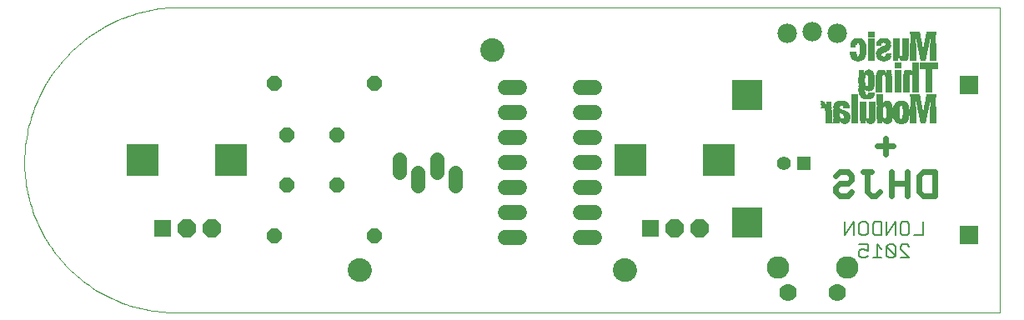
<source format=gbs>
G75*
%MOIN*%
%OFA0B0*%
%FSLAX24Y24*%
%IPPOS*%
%LPD*%
%AMOC8*
5,1,8,0,0,1.08239X$1,22.5*
%
%ADD10C,0.0000*%
%ADD11C,0.0240*%
%ADD12C,0.0070*%
%ADD13R,0.1240X0.1240*%
%ADD14C,0.0940*%
%ADD15OC8,0.0600*%
%ADD16R,0.0556X0.0556*%
%ADD17C,0.0556*%
%ADD18C,0.0600*%
%ADD19R,0.0730X0.0730*%
%ADD20R,0.0713X0.0713*%
%ADD21OC8,0.0713*%
%ADD22R,0.1267X0.1267*%
%ADD23C,0.0580*%
%ADD24C,0.0900*%
%ADD25C,0.0700*%
%ADD26R,0.0091X0.0004*%
%ADD27R,0.0061X0.0004*%
%ADD28R,0.0156X0.0004*%
%ADD29R,0.0103X0.0004*%
%ADD30R,0.0198X0.0004*%
%ADD31R,0.0129X0.0004*%
%ADD32R,0.0065X0.0004*%
%ADD33R,0.0068X0.0004*%
%ADD34R,0.0228X0.0004*%
%ADD35R,0.0152X0.0004*%
%ADD36R,0.0110X0.0004*%
%ADD37R,0.0114X0.0004*%
%ADD38R,0.0255X0.0004*%
%ADD39R,0.0171X0.0004*%
%ADD40R,0.0137X0.0004*%
%ADD41R,0.0148X0.0004*%
%ADD42R,0.0277X0.0004*%
%ADD43R,0.0186X0.0004*%
%ADD44R,0.0160X0.0004*%
%ADD45R,0.0251X0.0004*%
%ADD46R,0.0205X0.0004*%
%ADD47R,0.0296X0.0004*%
%ADD48R,0.0201X0.0004*%
%ADD49R,0.0220X0.0004*%
%ADD50R,0.0179X0.0004*%
%ADD51R,0.0224X0.0004*%
%ADD52R,0.0239X0.0004*%
%ADD53R,0.0194X0.0004*%
%ADD54R,0.0315X0.0004*%
%ADD55R,0.0217X0.0004*%
%ADD56R,0.0213X0.0004*%
%ADD57R,0.0247X0.0004*%
%ADD58R,0.0334X0.0004*%
%ADD59R,0.0232X0.0004*%
%ADD60R,0.0209X0.0004*%
%ADD61R,0.0346X0.0004*%
%ADD62R,0.0224X0.0004*%
%ADD63R,0.0243X0.0004*%
%ADD64R,0.0247X0.0004*%
%ADD65R,0.0361X0.0004*%
%ADD66R,0.0236X0.0004*%
%ADD67R,0.0372X0.0004*%
%ADD68R,0.0262X0.0004*%
%ADD69R,0.0270X0.0004*%
%ADD70R,0.0388X0.0004*%
%ADD71R,0.0270X0.0004*%
%ADD72R,0.0220X0.0004*%
%ADD73R,0.0395X0.0004*%
%ADD74R,0.0266X0.0004*%
%ADD75R,0.0293X0.0004*%
%ADD76R,0.0407X0.0004*%
%ADD77R,0.0289X0.0004*%
%ADD78R,0.0274X0.0004*%
%ADD79R,0.0304X0.0004*%
%ADD80R,0.0418X0.0004*%
%ADD81R,0.0312X0.0004*%
%ADD82R,0.0426X0.0004*%
%ADD83R,0.0304X0.0004*%
%ADD84R,0.0323X0.0004*%
%ADD85R,0.0433X0.0004*%
%ADD86R,0.0331X0.0004*%
%ADD87R,0.0441X0.0004*%
%ADD88R,0.0319X0.0004*%
%ADD89R,0.0338X0.0004*%
%ADD90R,0.0448X0.0004*%
%ADD91R,0.0456X0.0004*%
%ADD92R,0.0327X0.0004*%
%ADD93R,0.0357X0.0004*%
%ADD94R,0.0464X0.0004*%
%ADD95R,0.0365X0.0004*%
%ADD96R,0.0471X0.0004*%
%ADD97R,0.0342X0.0004*%
%ADD98R,0.0369X0.0004*%
%ADD99R,0.0479X0.0004*%
%ADD100R,0.0331X0.0004*%
%ADD101R,0.0376X0.0004*%
%ADD102R,0.0486X0.0004*%
%ADD103R,0.0350X0.0004*%
%ADD104R,0.0384X0.0004*%
%ADD105R,0.0490X0.0004*%
%ADD106R,0.0391X0.0004*%
%ADD107R,0.0494X0.0004*%
%ADD108R,0.0638X0.0004*%
%ADD109R,0.0502X0.0004*%
%ADD110R,0.0353X0.0004*%
%ADD111R,0.0642X0.0004*%
%ADD112R,0.0505X0.0004*%
%ADD113R,0.0509X0.0004*%
%ADD114R,0.0646X0.0004*%
%ADD115R,0.0517X0.0004*%
%ADD116R,0.0600X0.0004*%
%ADD117R,0.0650X0.0004*%
%ADD118R,0.0524X0.0004*%
%ADD119R,0.0604X0.0004*%
%ADD120R,0.0528X0.0004*%
%ADD121R,0.0650X0.0004*%
%ADD122R,0.0532X0.0004*%
%ADD123R,0.0536X0.0004*%
%ADD124R,0.0608X0.0004*%
%ADD125R,0.0654X0.0004*%
%ADD126R,0.0540X0.0004*%
%ADD127R,0.0258X0.0004*%
%ADD128R,0.0543X0.0004*%
%ADD129R,0.0657X0.0004*%
%ADD130R,0.0547X0.0004*%
%ADD131R,0.0612X0.0004*%
%ADD132R,0.0555X0.0004*%
%ADD133R,0.0661X0.0004*%
%ADD134R,0.0616X0.0004*%
%ADD135R,0.0559X0.0004*%
%ADD136R,0.0562X0.0004*%
%ADD137R,0.0665X0.0004*%
%ADD138R,0.0570X0.0004*%
%ADD139R,0.0661X0.0004*%
%ADD140R,0.0619X0.0004*%
%ADD141R,0.0296X0.0004*%
%ADD142R,0.0327X0.0004*%
%ADD143R,0.0281X0.0004*%
%ADD144R,0.0315X0.0004*%
%ADD145R,0.0281X0.0004*%
%ADD146R,0.0300X0.0004*%
%ADD147R,0.0308X0.0004*%
%ADD148R,0.0258X0.0004*%
%ADD149R,0.0285X0.0004*%
%ADD150R,0.0236X0.0004*%
%ADD151R,0.0182X0.0004*%
%ADD152R,0.0593X0.0004*%
%ADD153R,0.0589X0.0004*%
%ADD154R,0.0581X0.0004*%
%ADD155R,0.0578X0.0004*%
%ADD156R,0.0574X0.0004*%
%ADD157R,0.0186X0.0004*%
%ADD158R,0.0551X0.0004*%
%ADD159R,0.0190X0.0004*%
%ADD160R,0.0521X0.0004*%
%ADD161R,0.0513X0.0004*%
%ADD162R,0.0505X0.0004*%
%ADD163R,0.0498X0.0004*%
%ADD164R,0.0483X0.0004*%
%ADD165R,0.0475X0.0004*%
%ADD166R,0.0445X0.0004*%
%ADD167R,0.0414X0.0004*%
%ADD168R,0.0403X0.0004*%
%ADD169R,0.0353X0.0004*%
%ADD170R,0.0198X0.0004*%
%ADD171R,0.0011X0.0004*%
%ADD172R,0.0038X0.0004*%
%ADD173R,0.0293X0.0004*%
%ADD174R,0.0566X0.0004*%
%ADD175R,0.0597X0.0004*%
%ADD176R,0.0578X0.0004*%
%ADD177R,0.0175X0.0004*%
%ADD178R,0.0585X0.0004*%
%ADD179R,0.0167X0.0004*%
%ADD180R,0.0163X0.0004*%
%ADD181R,0.0543X0.0004*%
%ADD182R,0.0201X0.0004*%
%ADD183R,0.0144X0.0004*%
%ADD184R,0.0141X0.0004*%
%ADD185R,0.0133X0.0004*%
%ADD186R,0.0467X0.0004*%
%ADD187R,0.0122X0.0004*%
%ADD188R,0.0118X0.0004*%
%ADD189R,0.0114X0.0004*%
%ADD190R,0.0429X0.0004*%
%ADD191R,0.0106X0.0004*%
%ADD192R,0.0422X0.0004*%
%ADD193R,0.0103X0.0004*%
%ADD194R,0.0095X0.0004*%
%ADD195R,0.0084X0.0004*%
%ADD196R,0.0076X0.0004*%
%ADD197R,0.0057X0.0004*%
%ADD198R,0.0046X0.0004*%
%ADD199R,0.0034X0.0004*%
%ADD200R,0.0015X0.0004*%
%ADD201R,0.0426X0.0004*%
%ADD202R,0.0175X0.0004*%
%ADD203R,0.0414X0.0004*%
%ADD204R,0.0410X0.0004*%
%ADD205R,0.0099X0.0004*%
%ADD206R,0.0403X0.0004*%
%ADD207R,0.0399X0.0004*%
%ADD208R,0.0437X0.0004*%
%ADD209R,0.0448X0.0004*%
%ADD210R,0.0460X0.0004*%
%ADD211R,0.0380X0.0004*%
%ADD212R,0.0566X0.0004*%
%ADD213R,0.0589X0.0004*%
%ADD214R,0.0053X0.0004*%
%ADD215R,0.0604X0.0004*%
%ADD216R,0.0616X0.0004*%
%ADD217R,0.0365X0.0004*%
%ADD218R,0.0308X0.0004*%
%ADD219R,0.0125X0.0004*%
%ADD220R,0.0057X0.0004*%
%ADD221R,0.0707X0.0004*%
%ADD222R,0.0091X0.0004*%
%ADD223R,0.0152X0.0004*%
%ADD224R,0.0342X0.0004*%
%ADD225R,0.0452X0.0004*%
%ADD226R,0.0471X0.0004*%
%ADD227R,0.0509X0.0004*%
%ADD228R,0.0532X0.0004*%
%ADD229R,0.0555X0.0004*%
%ADD230R,0.0388X0.0004*%
%ADD231R,0.0437X0.0004*%
%ADD232R,0.0399X0.0004*%
%ADD233R,0.0209X0.0004*%
%ADD234R,0.0483X0.0004*%
%ADD235R,0.0460X0.0004*%
%ADD236C,0.0780*%
D10*
X006701Y001180D02*
X039656Y001180D01*
X039656Y013385D01*
X006982Y013385D01*
X018930Y011680D02*
X018932Y011722D01*
X018938Y011764D01*
X018948Y011805D01*
X018961Y011845D01*
X018979Y011883D01*
X018999Y011920D01*
X019024Y011955D01*
X019051Y011987D01*
X019081Y012016D01*
X019114Y012043D01*
X019149Y012066D01*
X019186Y012086D01*
X019225Y012102D01*
X019265Y012115D01*
X019306Y012124D01*
X019348Y012129D01*
X019391Y012130D01*
X019433Y012127D01*
X019474Y012120D01*
X019515Y012109D01*
X019555Y012095D01*
X019593Y012077D01*
X019629Y012055D01*
X019663Y012030D01*
X019694Y012002D01*
X019723Y011971D01*
X019749Y011938D01*
X019771Y011902D01*
X019791Y011864D01*
X019806Y011825D01*
X019818Y011785D01*
X019826Y011743D01*
X019830Y011701D01*
X019830Y011659D01*
X019826Y011617D01*
X019818Y011575D01*
X019806Y011535D01*
X019791Y011496D01*
X019771Y011458D01*
X019749Y011422D01*
X019723Y011389D01*
X019694Y011358D01*
X019663Y011330D01*
X019629Y011305D01*
X019593Y011283D01*
X019555Y011265D01*
X019515Y011251D01*
X019474Y011240D01*
X019433Y011233D01*
X019391Y011230D01*
X019348Y011231D01*
X019306Y011236D01*
X019265Y011245D01*
X019225Y011258D01*
X019186Y011274D01*
X019149Y011294D01*
X019114Y011317D01*
X019081Y011344D01*
X019051Y011373D01*
X019024Y011405D01*
X018999Y011440D01*
X018979Y011477D01*
X018961Y011515D01*
X018948Y011555D01*
X018938Y011596D01*
X018932Y011638D01*
X018930Y011680D01*
X006983Y013384D02*
X006828Y013385D01*
X006673Y013381D01*
X006518Y013373D01*
X006363Y013362D01*
X006209Y013346D01*
X006055Y013327D01*
X005901Y013304D01*
X005749Y013278D01*
X005597Y013247D01*
X005445Y013213D01*
X005295Y013174D01*
X005146Y013133D01*
X004998Y013087D01*
X004851Y013038D01*
X004705Y012985D01*
X004560Y012928D01*
X004417Y012868D01*
X004276Y012804D01*
X004136Y012737D01*
X003998Y012667D01*
X003862Y012593D01*
X003728Y012515D01*
X003595Y012434D01*
X003465Y012350D01*
X003337Y012263D01*
X003211Y012173D01*
X003087Y012079D01*
X002966Y011983D01*
X002847Y011883D01*
X002730Y011780D01*
X002617Y011675D01*
X002505Y011567D01*
X002397Y011456D01*
X002291Y011342D01*
X002189Y011226D01*
X002089Y011107D01*
X001992Y010986D01*
X001898Y010863D01*
X001808Y010737D01*
X001720Y010609D01*
X001636Y010479D01*
X001555Y010346D01*
X001477Y010212D01*
X001403Y010076D01*
X001332Y009938D01*
X001265Y009798D01*
X001201Y009657D01*
X001141Y009514D01*
X001084Y009370D01*
X001031Y009224D01*
X000981Y009077D01*
X000935Y008929D01*
X000893Y008780D01*
X000855Y008630D01*
X000820Y008478D01*
X000789Y008326D01*
X000762Y008174D01*
X000739Y008020D01*
X000720Y007867D01*
X000704Y007712D01*
X000692Y007558D01*
X000685Y007403D01*
X000681Y007248D01*
X000680Y007248D02*
X000680Y007201D01*
X000682Y007048D01*
X000688Y006896D01*
X000697Y006744D01*
X000711Y006592D01*
X000728Y006440D01*
X000749Y006289D01*
X000774Y006139D01*
X000803Y005989D01*
X000836Y005840D01*
X000872Y005692D01*
X000912Y005545D01*
X000956Y005399D01*
X001004Y005254D01*
X001055Y005110D01*
X001110Y004968D01*
X001168Y004827D01*
X001230Y004687D01*
X001295Y004549D01*
X001364Y004413D01*
X001437Y004279D01*
X001512Y004147D01*
X001591Y004016D01*
X001674Y003888D01*
X001759Y003761D01*
X001848Y003637D01*
X001940Y003516D01*
X002035Y003396D01*
X002133Y003279D01*
X002233Y003165D01*
X002337Y003053D01*
X002444Y002944D01*
X002553Y002837D01*
X002665Y002733D01*
X002779Y002633D01*
X002896Y002535D01*
X003016Y002440D01*
X003137Y002348D01*
X003261Y002259D01*
X003388Y002174D01*
X003516Y002091D01*
X003647Y002012D01*
X003779Y001937D01*
X003913Y001864D01*
X004049Y001795D01*
X004187Y001730D01*
X004327Y001668D01*
X004468Y001610D01*
X004610Y001555D01*
X004754Y001504D01*
X004899Y001456D01*
X005045Y001412D01*
X005192Y001372D01*
X005340Y001336D01*
X005489Y001303D01*
X005639Y001274D01*
X005789Y001249D01*
X005940Y001228D01*
X006092Y001211D01*
X006244Y001197D01*
X006396Y001188D01*
X006548Y001182D01*
X006701Y001180D01*
X013630Y002880D02*
X013632Y002922D01*
X013638Y002964D01*
X013648Y003005D01*
X013661Y003045D01*
X013679Y003083D01*
X013699Y003120D01*
X013724Y003155D01*
X013751Y003187D01*
X013781Y003216D01*
X013814Y003243D01*
X013849Y003266D01*
X013886Y003286D01*
X013925Y003302D01*
X013965Y003315D01*
X014006Y003324D01*
X014048Y003329D01*
X014091Y003330D01*
X014133Y003327D01*
X014174Y003320D01*
X014215Y003309D01*
X014255Y003295D01*
X014293Y003277D01*
X014329Y003255D01*
X014363Y003230D01*
X014394Y003202D01*
X014423Y003171D01*
X014449Y003138D01*
X014471Y003102D01*
X014491Y003064D01*
X014506Y003025D01*
X014518Y002985D01*
X014526Y002943D01*
X014530Y002901D01*
X014530Y002859D01*
X014526Y002817D01*
X014518Y002775D01*
X014506Y002735D01*
X014491Y002696D01*
X014471Y002658D01*
X014449Y002622D01*
X014423Y002589D01*
X014394Y002558D01*
X014363Y002530D01*
X014329Y002505D01*
X014293Y002483D01*
X014255Y002465D01*
X014215Y002451D01*
X014174Y002440D01*
X014133Y002433D01*
X014091Y002430D01*
X014048Y002431D01*
X014006Y002436D01*
X013965Y002445D01*
X013925Y002458D01*
X013886Y002474D01*
X013849Y002494D01*
X013814Y002517D01*
X013781Y002544D01*
X013751Y002573D01*
X013724Y002605D01*
X013699Y002640D01*
X013679Y002677D01*
X013661Y002715D01*
X013648Y002755D01*
X013638Y002796D01*
X013632Y002838D01*
X013630Y002880D01*
X024230Y002880D02*
X024232Y002922D01*
X024238Y002964D01*
X024248Y003005D01*
X024261Y003045D01*
X024279Y003083D01*
X024299Y003120D01*
X024324Y003155D01*
X024351Y003187D01*
X024381Y003216D01*
X024414Y003243D01*
X024449Y003266D01*
X024486Y003286D01*
X024525Y003302D01*
X024565Y003315D01*
X024606Y003324D01*
X024648Y003329D01*
X024691Y003330D01*
X024733Y003327D01*
X024774Y003320D01*
X024815Y003309D01*
X024855Y003295D01*
X024893Y003277D01*
X024929Y003255D01*
X024963Y003230D01*
X024994Y003202D01*
X025023Y003171D01*
X025049Y003138D01*
X025071Y003102D01*
X025091Y003064D01*
X025106Y003025D01*
X025118Y002985D01*
X025126Y002943D01*
X025130Y002901D01*
X025130Y002859D01*
X025126Y002817D01*
X025118Y002775D01*
X025106Y002735D01*
X025091Y002696D01*
X025071Y002658D01*
X025049Y002622D01*
X025023Y002589D01*
X024994Y002558D01*
X024963Y002530D01*
X024929Y002505D01*
X024893Y002483D01*
X024855Y002465D01*
X024815Y002451D01*
X024774Y002440D01*
X024733Y002433D01*
X024691Y002430D01*
X024648Y002431D01*
X024606Y002436D01*
X024565Y002445D01*
X024525Y002458D01*
X024486Y002474D01*
X024449Y002494D01*
X024414Y002517D01*
X024381Y002544D01*
X024351Y002573D01*
X024324Y002605D01*
X024299Y002640D01*
X024279Y002677D01*
X024261Y002715D01*
X024248Y002755D01*
X024238Y002796D01*
X024232Y002838D01*
X024230Y002880D01*
D11*
X033115Y006010D02*
X033275Y005850D01*
X033595Y005850D01*
X033755Y006010D01*
X034380Y006010D02*
X034540Y005850D01*
X034700Y005850D01*
X034860Y006010D01*
X034380Y006010D02*
X034380Y006811D01*
X034540Y006811D02*
X034219Y006811D01*
X033755Y006651D02*
X033755Y006491D01*
X033595Y006330D01*
X033275Y006330D01*
X033115Y006170D01*
X033115Y006010D01*
X033115Y006651D02*
X033275Y006811D01*
X033595Y006811D01*
X033755Y006651D01*
X035324Y006811D02*
X035324Y005850D01*
X035965Y005850D02*
X035965Y006811D01*
X036429Y006651D02*
X036589Y006811D01*
X037070Y006811D01*
X037070Y005850D01*
X036589Y005850D01*
X036429Y006010D01*
X036429Y006651D01*
X035965Y006330D02*
X035324Y006330D01*
X035092Y007510D02*
X035092Y008151D01*
X035412Y007830D02*
X034772Y007830D01*
D12*
X034680Y004795D02*
X034945Y004795D01*
X034945Y004265D01*
X034680Y004265D01*
X034591Y004353D01*
X034591Y004707D01*
X034680Y004795D01*
X034393Y004707D02*
X034393Y004353D01*
X034304Y004265D01*
X034127Y004265D01*
X034039Y004353D01*
X034039Y004707D01*
X034127Y004795D01*
X034304Y004795D01*
X034393Y004707D01*
X033840Y004795D02*
X033486Y004265D01*
X033486Y004795D01*
X033840Y004795D02*
X033840Y004265D01*
X034039Y003895D02*
X034393Y003895D01*
X034393Y003630D01*
X034216Y003719D01*
X034127Y003719D01*
X034039Y003630D01*
X034039Y003453D01*
X034127Y003365D01*
X034304Y003365D01*
X034393Y003453D01*
X034591Y003365D02*
X034945Y003365D01*
X034768Y003365D02*
X034768Y003895D01*
X034945Y003719D01*
X035144Y003807D02*
X035232Y003895D01*
X035409Y003895D01*
X035497Y003807D01*
X035497Y003453D01*
X035144Y003807D01*
X035144Y003453D01*
X035232Y003365D01*
X035409Y003365D01*
X035497Y003453D01*
X035696Y003365D02*
X036050Y003365D01*
X035696Y003719D01*
X035696Y003807D01*
X035785Y003895D01*
X035962Y003895D01*
X036050Y003807D01*
X035962Y004265D02*
X035785Y004265D01*
X035696Y004353D01*
X035696Y004707D01*
X035785Y004795D01*
X035962Y004795D01*
X036050Y004707D01*
X036050Y004353D01*
X035962Y004265D01*
X036249Y004265D02*
X036602Y004265D01*
X036602Y004795D01*
X035497Y004795D02*
X035144Y004265D01*
X035144Y004795D01*
X035497Y004795D02*
X035497Y004265D01*
D13*
X029580Y004780D03*
X029580Y009880D03*
D14*
X019380Y011680D03*
X014080Y002880D03*
X024680Y002880D03*
D15*
X014680Y004230D03*
X010680Y004230D03*
X011180Y006280D03*
X013180Y006280D03*
X013180Y008280D03*
X011180Y008280D03*
X010680Y010330D03*
X014680Y010330D03*
D16*
X031824Y007130D03*
D17*
X031036Y007130D03*
D18*
X023460Y007180D02*
X022900Y007180D01*
X020460Y007180D02*
X019900Y007180D01*
X019900Y006180D02*
X020460Y006180D01*
X022900Y006180D02*
X023460Y006180D01*
X023460Y005180D02*
X022900Y005180D01*
X020460Y005180D02*
X019900Y005180D01*
X019900Y004180D02*
X020460Y004180D01*
X022900Y004180D02*
X023460Y004180D01*
X023460Y008180D02*
X022900Y008180D01*
X020460Y008180D02*
X019900Y008180D01*
X019900Y009180D02*
X020460Y009180D01*
X022900Y009180D02*
X023460Y009180D01*
X023460Y010180D02*
X022900Y010180D01*
X020460Y010180D02*
X019900Y010180D01*
D19*
X038426Y010282D03*
X038426Y004282D03*
D20*
X025696Y004526D03*
X006196Y004526D03*
D21*
X007180Y004526D03*
X008164Y004526D03*
X026680Y004526D03*
X027664Y004526D03*
D22*
X028452Y007282D03*
X024908Y007282D03*
X008952Y007282D03*
X005408Y007282D03*
D23*
X015670Y007322D02*
X015670Y006782D01*
X016420Y006782D02*
X016420Y006242D01*
X017920Y006242D02*
X017920Y006782D01*
X017170Y006782D02*
X017170Y007322D01*
D24*
X030802Y002964D03*
X033558Y002964D03*
D25*
X033164Y001980D03*
X031196Y001980D03*
D26*
X035730Y008710D03*
X035730Y009611D03*
X032576Y009577D03*
X035035Y011218D03*
D27*
X035172Y008710D03*
D28*
X035732Y008714D03*
X032609Y009520D03*
X032609Y009524D03*
X034007Y011222D03*
X034007Y012115D03*
D29*
X035174Y008714D03*
D30*
X035730Y008718D03*
X036479Y009330D03*
X036479Y009334D03*
X036475Y009349D03*
X036475Y009353D03*
X036475Y009356D03*
X036475Y009360D03*
X036468Y009387D03*
X036468Y009391D03*
X036468Y009394D03*
X036468Y009398D03*
X036468Y009402D03*
X036464Y009406D03*
X036464Y009410D03*
X036464Y009413D03*
X036464Y009417D03*
X036464Y009421D03*
X036456Y009444D03*
X036456Y009448D03*
X036456Y009451D03*
X036456Y009455D03*
X036452Y009459D03*
X036452Y009463D03*
X036452Y009467D03*
X036452Y009470D03*
X036452Y009474D03*
X036445Y009497D03*
X036445Y009501D03*
X036445Y009505D03*
X036445Y009508D03*
X036445Y009512D03*
X036441Y009516D03*
X036441Y009520D03*
X036441Y009524D03*
X036441Y009527D03*
X036437Y009535D03*
X036437Y009539D03*
X036437Y009543D03*
X036437Y009546D03*
X036433Y009554D03*
X036433Y009558D03*
X036433Y009562D03*
X036433Y009565D03*
X036426Y009588D03*
X036426Y009592D03*
X036426Y009596D03*
X036426Y009600D03*
X036775Y009531D03*
X036771Y009512D03*
X036779Y009550D03*
X036790Y009603D03*
X036741Y009364D03*
X036741Y009360D03*
X036737Y009345D03*
X036737Y009341D03*
X036737Y009337D03*
X036737Y009334D03*
X036737Y009330D03*
X036730Y009299D03*
X036730Y009296D03*
X035730Y009603D03*
X036011Y010838D03*
X034921Y010838D03*
X036730Y011804D03*
X036730Y011807D03*
X036737Y011838D03*
X036737Y011842D03*
X036737Y011845D03*
X036737Y011849D03*
X036737Y011853D03*
X036741Y011868D03*
X036741Y011872D03*
X036771Y012020D03*
X036775Y012039D03*
X036779Y012058D03*
X036790Y012111D03*
X036445Y012020D03*
X036445Y012016D03*
X036445Y012013D03*
X036445Y012009D03*
X036445Y012005D03*
X036441Y012024D03*
X036441Y012028D03*
X036441Y012032D03*
X036441Y012035D03*
X036437Y012043D03*
X036437Y012047D03*
X036437Y012051D03*
X036437Y012054D03*
X036433Y012062D03*
X036433Y012066D03*
X036433Y012070D03*
X036433Y012073D03*
X036426Y012096D03*
X036426Y012100D03*
X036426Y012104D03*
X036426Y012108D03*
X036452Y011982D03*
X036452Y011978D03*
X036452Y011975D03*
X036452Y011971D03*
X036452Y011967D03*
X036456Y011963D03*
X036456Y011959D03*
X036456Y011956D03*
X036456Y011952D03*
X036464Y011929D03*
X036464Y011925D03*
X036464Y011921D03*
X036464Y011918D03*
X036464Y011914D03*
X036468Y011910D03*
X036468Y011906D03*
X036468Y011902D03*
X036468Y011899D03*
X036468Y011895D03*
X036475Y011868D03*
X036475Y011864D03*
X036475Y011861D03*
X036475Y011857D03*
X036479Y011842D03*
X036479Y011838D03*
X034005Y012111D03*
D31*
X032595Y009550D03*
X035172Y008718D03*
D32*
X034512Y008718D03*
X035166Y009607D03*
X034919Y010857D03*
X035839Y011226D03*
X036010Y010857D03*
D33*
X032565Y009588D03*
X033473Y008718D03*
D34*
X033469Y008741D03*
X035730Y008722D03*
X036608Y008779D03*
X036608Y008783D03*
X036608Y008786D03*
X036608Y008790D03*
X036608Y008794D03*
X036209Y009543D03*
X036209Y009546D03*
X036209Y009550D03*
X036209Y009554D03*
X036209Y009558D03*
X036209Y009562D03*
X036209Y009565D03*
X036209Y009569D03*
X036209Y009573D03*
X036209Y009577D03*
X036209Y009581D03*
X036209Y009584D03*
X036209Y009588D03*
X036209Y009592D03*
X036209Y009596D03*
X036209Y009600D03*
X036209Y009603D03*
X035730Y009600D03*
X035172Y009577D03*
X037007Y009577D03*
X037007Y009581D03*
X037007Y009584D03*
X037007Y009588D03*
X037007Y009592D03*
X037007Y009596D03*
X037007Y009600D03*
X037007Y009603D03*
X037007Y009573D03*
X037007Y009569D03*
X037007Y009565D03*
X037007Y009562D03*
X037007Y009558D03*
X037007Y009554D03*
X037007Y009550D03*
X037007Y009546D03*
X037007Y009543D03*
X036608Y011287D03*
X036608Y011291D03*
X036608Y011294D03*
X036608Y011298D03*
X036608Y011302D03*
X035213Y011427D03*
X035210Y011420D03*
X034853Y011405D03*
X034849Y011408D03*
X034841Y011500D03*
X034841Y011503D03*
X034005Y011230D03*
X033819Y011845D03*
X034005Y012108D03*
X035198Y011944D03*
X035210Y011868D03*
X035210Y011864D03*
X036209Y012051D03*
X036209Y012054D03*
X036209Y012058D03*
X036209Y012062D03*
X036209Y012066D03*
X036209Y012070D03*
X036209Y012073D03*
X036209Y012077D03*
X036209Y012081D03*
X036209Y012085D03*
X036209Y012089D03*
X036209Y012092D03*
X036209Y012096D03*
X036209Y012100D03*
X036209Y012104D03*
X036209Y012108D03*
X036209Y012111D03*
X037007Y012111D03*
X037007Y012108D03*
X037007Y012104D03*
X037007Y012100D03*
X037007Y012096D03*
X037007Y012092D03*
X037007Y012089D03*
X037007Y012085D03*
X037007Y012081D03*
X037007Y012077D03*
X037007Y012073D03*
X037007Y012070D03*
X037007Y012066D03*
X037007Y012062D03*
X037007Y012058D03*
X037007Y012054D03*
X037007Y012051D03*
D35*
X035730Y009607D03*
X035172Y008722D03*
X032607Y009527D03*
D36*
X034512Y008722D03*
X034919Y010854D03*
X035839Y011230D03*
X036010Y010854D03*
D37*
X033473Y008722D03*
D38*
X033467Y008748D03*
X033566Y008927D03*
X033540Y009079D03*
X033536Y009083D03*
X033152Y009003D03*
X033152Y008999D03*
X033152Y008995D03*
X033152Y008992D03*
X033152Y008988D03*
X033152Y008984D03*
X033152Y008980D03*
X033152Y009330D03*
X033152Y009334D03*
X033156Y009410D03*
X033160Y009413D03*
X032818Y009288D03*
X032818Y009284D03*
X032818Y009280D03*
X033532Y009417D03*
X033536Y009413D03*
X034186Y009866D03*
X034531Y009869D03*
X034531Y010234D03*
X034531Y010238D03*
X034163Y010249D03*
X034163Y010253D03*
X034163Y010618D03*
X034163Y010622D03*
X034163Y010626D03*
X034528Y010641D03*
X034858Y010652D03*
X035223Y010618D03*
X035223Y010614D03*
X035949Y010652D03*
X036314Y010618D03*
X036314Y010614D03*
X035831Y011264D03*
X035899Y011435D03*
X035535Y011469D03*
X035535Y011473D03*
X035189Y011389D03*
X034854Y011526D03*
X034167Y011401D03*
X034007Y011234D03*
X033844Y011401D03*
X033844Y011933D03*
X033847Y011937D03*
X034007Y012104D03*
X034167Y011933D03*
X034877Y011963D03*
X035196Y011834D03*
X035569Y009425D03*
X035892Y009425D03*
X035250Y009372D03*
X034885Y009372D03*
X034885Y009368D03*
X034885Y008950D03*
X034885Y008946D03*
X034573Y008927D03*
X034505Y008756D03*
X034208Y008961D03*
X034208Y008965D03*
X035174Y008748D03*
X035569Y008897D03*
X035732Y008726D03*
X035892Y008897D03*
X035257Y008946D03*
X035257Y008950D03*
X035253Y008942D03*
X035253Y008938D03*
D39*
X035174Y008726D03*
X033471Y008729D03*
X032616Y009501D03*
X032616Y009505D03*
D40*
X032599Y009543D03*
X034510Y008726D03*
X034921Y010850D03*
X035837Y011234D03*
X036011Y010850D03*
D41*
X035025Y012115D03*
X032605Y009531D03*
X033471Y008726D03*
D42*
X033467Y008756D03*
X033163Y008927D03*
X033513Y009106D03*
X032806Y009322D03*
X033171Y009432D03*
X034220Y008927D03*
X034505Y008767D03*
X034562Y008912D03*
X034896Y008919D03*
X035174Y008760D03*
X035732Y008729D03*
X035234Y009398D03*
X034896Y009394D03*
X034368Y009714D03*
X034516Y009858D03*
X034516Y010211D03*
X034174Y010219D03*
X034174Y010652D03*
X034452Y010808D03*
X034870Y010667D03*
X034927Y010812D03*
X035212Y010652D03*
X035960Y010667D03*
X036302Y010652D03*
X035831Y011275D03*
X035888Y011420D03*
X035546Y011435D03*
X034870Y011541D03*
X034007Y011237D03*
D43*
X036504Y011693D03*
X036504Y011697D03*
X036504Y011701D03*
X036504Y011705D03*
X036504Y011709D03*
X036500Y011720D03*
X036500Y011724D03*
X036511Y011667D03*
X036511Y011663D03*
X036511Y011659D03*
X036511Y011655D03*
X036705Y011655D03*
X036705Y011659D03*
X036705Y011663D03*
X036705Y011667D03*
X036713Y011697D03*
X036713Y011701D03*
X036713Y011705D03*
X036713Y011709D03*
X036716Y011724D03*
X036716Y009216D03*
X036713Y009201D03*
X036713Y009197D03*
X036713Y009193D03*
X036713Y009189D03*
X036705Y009159D03*
X036705Y009155D03*
X036705Y009151D03*
X036705Y009147D03*
X036511Y009147D03*
X036511Y009151D03*
X036511Y009155D03*
X036511Y009159D03*
X036504Y009185D03*
X036504Y009189D03*
X036504Y009193D03*
X036504Y009197D03*
X036504Y009201D03*
X036500Y009212D03*
X036500Y009216D03*
X035174Y008729D03*
D44*
X034510Y008729D03*
X032610Y009516D03*
X035172Y009596D03*
X034921Y010846D03*
X034454Y010846D03*
X035837Y011237D03*
D45*
X035901Y011439D03*
X035905Y011450D03*
X036220Y011310D03*
X036220Y011306D03*
X036220Y011302D03*
X036220Y011298D03*
X036220Y011294D03*
X036220Y011291D03*
X036220Y011287D03*
X036220Y011283D03*
X036220Y011279D03*
X036220Y011275D03*
X036220Y011272D03*
X036220Y011268D03*
X036220Y011264D03*
X036220Y011260D03*
X036220Y011256D03*
X036220Y011253D03*
X036220Y011249D03*
X036220Y011245D03*
X036220Y011241D03*
X036608Y011344D03*
X036608Y011348D03*
X036608Y011351D03*
X036608Y011355D03*
X036996Y011310D03*
X036996Y011306D03*
X036996Y011302D03*
X036996Y011298D03*
X036996Y011294D03*
X036996Y011291D03*
X036996Y011287D03*
X036996Y011283D03*
X036996Y011279D03*
X036996Y011275D03*
X036996Y011272D03*
X036996Y011268D03*
X036996Y011264D03*
X036996Y011260D03*
X036996Y011256D03*
X036996Y011253D03*
X036996Y011249D03*
X036996Y011245D03*
X036996Y011241D03*
X035533Y011477D03*
X035533Y011481D03*
X035533Y011484D03*
X035031Y011234D03*
X034868Y011389D03*
X034852Y011522D03*
X034168Y011405D03*
X033842Y011405D03*
X033838Y011408D03*
X035198Y011838D03*
X035183Y011959D03*
X034925Y010823D03*
X034856Y010648D03*
X034856Y010645D03*
X034852Y010637D03*
X034533Y010633D03*
X034533Y010629D03*
X034529Y010637D03*
X034450Y010819D03*
X034161Y010614D03*
X034161Y010610D03*
X034161Y010607D03*
X034161Y010603D03*
X035225Y010603D03*
X035225Y010607D03*
X035225Y010610D03*
X035943Y010637D03*
X035947Y010645D03*
X035947Y010648D03*
X036315Y010610D03*
X036315Y010607D03*
X036315Y010603D03*
X034537Y010261D03*
X034537Y010257D03*
X034537Y010253D03*
X034533Y010246D03*
X034533Y010242D03*
X034450Y010059D03*
X034533Y009873D03*
X034184Y009869D03*
X034161Y010257D03*
X034161Y010261D03*
X034161Y010265D03*
X034161Y010268D03*
X035172Y009569D03*
X035567Y009421D03*
X035730Y009596D03*
X035894Y009421D03*
X035255Y009353D03*
X035255Y009349D03*
X035251Y009360D03*
X035251Y009364D03*
X035251Y009368D03*
X034883Y009364D03*
X034883Y009360D03*
X034883Y008965D03*
X034883Y008961D03*
X034883Y008957D03*
X034883Y008954D03*
X034579Y008942D03*
X034575Y008931D03*
X034206Y008969D03*
X034206Y008973D03*
X034206Y008976D03*
X033568Y008935D03*
X033568Y008931D03*
X033545Y009071D03*
X033541Y009075D03*
X033150Y009075D03*
X033150Y009071D03*
X033150Y009068D03*
X033150Y009064D03*
X033150Y009060D03*
X033150Y009056D03*
X033150Y009052D03*
X033150Y009049D03*
X033150Y009045D03*
X033150Y009041D03*
X033150Y009037D03*
X033150Y009033D03*
X033150Y009030D03*
X033150Y009026D03*
X033150Y009022D03*
X033150Y009018D03*
X033150Y009014D03*
X033150Y009011D03*
X033150Y009007D03*
X033150Y009079D03*
X033150Y009083D03*
X033150Y009087D03*
X033150Y009090D03*
X033150Y009094D03*
X033150Y009098D03*
X033150Y009102D03*
X033150Y009106D03*
X033150Y009109D03*
X033150Y009113D03*
X033150Y009117D03*
X033150Y009121D03*
X033150Y009125D03*
X033150Y009128D03*
X033150Y009132D03*
X033150Y009136D03*
X033150Y009140D03*
X033150Y009337D03*
X033150Y009341D03*
X033150Y009345D03*
X033154Y009402D03*
X033154Y009406D03*
X032819Y009277D03*
X032819Y009273D03*
X032819Y009269D03*
X032819Y009265D03*
X033538Y009410D03*
X035259Y008969D03*
X035259Y008965D03*
X035259Y008961D03*
X035259Y008957D03*
X035259Y008954D03*
X035894Y008900D03*
X035897Y008904D03*
X036220Y008802D03*
X036220Y008798D03*
X036220Y008794D03*
X036220Y008790D03*
X036220Y008786D03*
X036220Y008783D03*
X036220Y008779D03*
X036220Y008775D03*
X036220Y008771D03*
X036220Y008767D03*
X036220Y008764D03*
X036220Y008760D03*
X036220Y008756D03*
X036220Y008752D03*
X036220Y008748D03*
X036220Y008745D03*
X036220Y008741D03*
X036220Y008737D03*
X036220Y008733D03*
X036608Y008836D03*
X036608Y008840D03*
X036608Y008843D03*
X036608Y008847D03*
X036996Y008802D03*
X036996Y008798D03*
X036996Y008794D03*
X036996Y008790D03*
X036996Y008786D03*
X036996Y008783D03*
X036996Y008779D03*
X036996Y008775D03*
X036996Y008771D03*
X036996Y008767D03*
X036996Y008764D03*
X036996Y008760D03*
X036996Y008756D03*
X036996Y008752D03*
X036996Y008748D03*
X036996Y008745D03*
X036996Y008741D03*
X036996Y008737D03*
X036996Y008733D03*
X033120Y008733D03*
D46*
X035172Y009584D03*
X036608Y008737D03*
X036608Y008733D03*
X034453Y010835D03*
X036608Y011241D03*
X036608Y011245D03*
D47*
X036608Y011454D03*
X036608Y011458D03*
X036608Y011462D03*
X036608Y011465D03*
X036608Y011469D03*
X035829Y011283D03*
X035555Y011424D03*
X035031Y011241D03*
X035168Y011804D03*
X034005Y012096D03*
X034005Y011241D03*
X034184Y010660D03*
X035202Y010664D03*
X036015Y010800D03*
X036293Y010664D03*
X035730Y009588D03*
X035172Y009546D03*
X034229Y008916D03*
X034503Y008775D03*
X035172Y008767D03*
X035730Y008733D03*
X036608Y008946D03*
X036608Y008950D03*
X036608Y008954D03*
X036608Y008957D03*
X036608Y008961D03*
X033173Y008908D03*
X033173Y009292D03*
X032797Y009334D03*
D48*
X035174Y008733D03*
X036739Y009349D03*
X036739Y009353D03*
X036739Y009356D03*
X036743Y009368D03*
X036743Y009372D03*
X036743Y009375D03*
X036743Y009379D03*
X036743Y009383D03*
X036747Y009387D03*
X036747Y009391D03*
X036747Y009394D03*
X036747Y009398D03*
X036747Y009402D03*
X036751Y009406D03*
X036751Y009410D03*
X036751Y009413D03*
X036751Y009417D03*
X036751Y009421D03*
X036754Y009425D03*
X036754Y009429D03*
X036754Y009432D03*
X036754Y009436D03*
X036758Y009440D03*
X036758Y009444D03*
X036758Y009448D03*
X036758Y009451D03*
X036758Y009455D03*
X036762Y009459D03*
X036762Y009463D03*
X036762Y009467D03*
X036762Y009470D03*
X036762Y009474D03*
X036766Y009478D03*
X036766Y009482D03*
X036766Y009486D03*
X036766Y009489D03*
X036766Y009493D03*
X036770Y009497D03*
X036770Y009501D03*
X036770Y009505D03*
X036770Y009508D03*
X036773Y009516D03*
X036773Y009520D03*
X036773Y009524D03*
X036773Y009527D03*
X036781Y009554D03*
X036781Y009558D03*
X036781Y009562D03*
X036781Y009565D03*
X036785Y009569D03*
X036785Y009573D03*
X036785Y009577D03*
X036785Y009581D03*
X036789Y009588D03*
X036789Y009592D03*
X036789Y009596D03*
X036789Y009600D03*
X036458Y009440D03*
X036739Y011857D03*
X036739Y011861D03*
X036739Y011864D03*
X036743Y011876D03*
X036743Y011880D03*
X036743Y011883D03*
X036743Y011887D03*
X036743Y011891D03*
X036747Y011895D03*
X036747Y011899D03*
X036747Y011902D03*
X036747Y011906D03*
X036747Y011910D03*
X036751Y011914D03*
X036751Y011918D03*
X036751Y011921D03*
X036751Y011925D03*
X036751Y011929D03*
X036754Y011933D03*
X036754Y011937D03*
X036754Y011940D03*
X036754Y011944D03*
X036758Y011948D03*
X036758Y011952D03*
X036758Y011956D03*
X036758Y011959D03*
X036758Y011963D03*
X036762Y011967D03*
X036762Y011971D03*
X036762Y011975D03*
X036762Y011978D03*
X036762Y011982D03*
X036766Y011986D03*
X036766Y011990D03*
X036766Y011994D03*
X036766Y011997D03*
X036766Y012001D03*
X036770Y012005D03*
X036770Y012009D03*
X036770Y012013D03*
X036770Y012016D03*
X036773Y012024D03*
X036773Y012028D03*
X036773Y012032D03*
X036773Y012035D03*
X036781Y012062D03*
X036781Y012066D03*
X036781Y012070D03*
X036781Y012073D03*
X036785Y012077D03*
X036785Y012081D03*
X036785Y012085D03*
X036785Y012089D03*
X036789Y012096D03*
X036789Y012100D03*
X036789Y012104D03*
X036789Y012108D03*
X036458Y011948D03*
D49*
X035214Y011899D03*
X035214Y011895D03*
X035214Y011891D03*
X035214Y011887D03*
X035214Y011883D03*
X035210Y011914D03*
X035210Y011918D03*
X035210Y011921D03*
X035206Y011925D03*
X035206Y011929D03*
X035027Y012108D03*
X034853Y011937D03*
X034837Y011488D03*
X034837Y011484D03*
X034837Y011481D03*
X034841Y011427D03*
X035217Y011443D03*
X035217Y011446D03*
X035217Y011450D03*
X035221Y011454D03*
X035221Y011458D03*
X035221Y011462D03*
X035221Y011465D03*
X035172Y009581D03*
X033344Y009603D03*
X032835Y009588D03*
X032835Y009584D03*
X032835Y009581D03*
X032835Y009577D03*
X032835Y009573D03*
X032835Y009569D03*
X032835Y009565D03*
X032835Y009562D03*
X032835Y009558D03*
X032835Y009554D03*
X032835Y009550D03*
X032835Y009546D03*
X032835Y009543D03*
X032835Y009539D03*
X032835Y009535D03*
X032835Y009531D03*
X032835Y009527D03*
X032835Y009524D03*
X032835Y009520D03*
X032835Y009516D03*
X032835Y009512D03*
X032835Y009508D03*
X032835Y009505D03*
X032835Y009501D03*
X032835Y009497D03*
X032835Y009493D03*
X032835Y009489D03*
X032835Y009486D03*
X032835Y009482D03*
X032835Y009478D03*
X032835Y009474D03*
X034868Y008824D03*
X034868Y008821D03*
X034868Y008817D03*
X034868Y008813D03*
X034868Y008809D03*
X034868Y008805D03*
X034868Y008802D03*
X034868Y008798D03*
X034868Y008794D03*
X034868Y008790D03*
X034868Y008786D03*
X034868Y008783D03*
X034868Y008779D03*
X034868Y008775D03*
X034868Y008771D03*
X034868Y008767D03*
X034868Y008764D03*
X034868Y008760D03*
X034868Y008756D03*
X034868Y008752D03*
X034868Y008748D03*
X034868Y008745D03*
X034868Y008741D03*
X034868Y008737D03*
X034868Y008733D03*
D50*
X034509Y008733D03*
X032620Y009493D03*
X034452Y010037D03*
X034452Y010842D03*
X035835Y011241D03*
D51*
X035835Y011253D03*
X035519Y011253D03*
X035519Y011256D03*
X035519Y011260D03*
X035519Y011264D03*
X035519Y011268D03*
X035519Y011272D03*
X035519Y011275D03*
X035519Y011279D03*
X035519Y011283D03*
X035519Y011287D03*
X035519Y011291D03*
X035519Y011294D03*
X035519Y011298D03*
X035519Y011302D03*
X035519Y011306D03*
X035519Y011310D03*
X035519Y011313D03*
X035519Y011317D03*
X035519Y011321D03*
X035519Y011325D03*
X035519Y011329D03*
X035519Y011332D03*
X035519Y011336D03*
X035519Y011340D03*
X035519Y011249D03*
X035519Y011245D03*
X035519Y011241D03*
X035212Y011424D03*
X035033Y011230D03*
X034847Y011412D03*
X034839Y011492D03*
X034839Y011496D03*
X034854Y011940D03*
X034858Y011948D03*
X035200Y011940D03*
X035212Y011880D03*
X035212Y011876D03*
X035212Y011872D03*
X035238Y010842D03*
X035238Y010838D03*
X035238Y010835D03*
X035238Y010831D03*
X035238Y010827D03*
X035238Y010823D03*
X035238Y010819D03*
X035238Y010816D03*
X035238Y010812D03*
X035238Y010808D03*
X035238Y010804D03*
X035238Y010800D03*
X035238Y010797D03*
X035238Y010793D03*
X035238Y010789D03*
X035238Y010785D03*
X035238Y010781D03*
X035238Y010778D03*
X035238Y010774D03*
X035238Y010770D03*
X035238Y010766D03*
X035238Y010762D03*
X035238Y010759D03*
X035238Y010755D03*
X035238Y010751D03*
X035238Y010747D03*
X034923Y010831D03*
X036013Y010831D03*
X034193Y008832D03*
X034193Y008828D03*
X034193Y008824D03*
X034193Y008821D03*
X034193Y008817D03*
X034193Y008813D03*
X034193Y008809D03*
X034193Y008805D03*
X034193Y008802D03*
X034193Y008798D03*
X034193Y008794D03*
X034193Y008790D03*
X034193Y008786D03*
X034193Y008783D03*
X034193Y008779D03*
X034193Y008775D03*
X034193Y008771D03*
X034193Y008767D03*
X034193Y008764D03*
X034193Y008760D03*
X034193Y008756D03*
X034193Y008752D03*
X034193Y008748D03*
X034193Y008745D03*
X034193Y008741D03*
X034193Y008737D03*
X034193Y008733D03*
D52*
X033866Y008733D03*
X033866Y008737D03*
X033866Y008741D03*
X033866Y008745D03*
X033866Y008748D03*
X033866Y008752D03*
X033866Y008756D03*
X033866Y008760D03*
X033866Y008764D03*
X033866Y008767D03*
X033866Y008771D03*
X033866Y008775D03*
X033866Y008779D03*
X033866Y008783D03*
X033866Y008786D03*
X033866Y008790D03*
X033866Y008794D03*
X033866Y008798D03*
X033866Y008802D03*
X033866Y008805D03*
X033866Y008809D03*
X033866Y008813D03*
X033866Y008817D03*
X033866Y008821D03*
X033866Y008824D03*
X033866Y008828D03*
X033866Y008832D03*
X033866Y008836D03*
X033866Y008840D03*
X033866Y008843D03*
X033866Y008847D03*
X033866Y008851D03*
X033866Y008855D03*
X033866Y008859D03*
X033866Y008862D03*
X033866Y008866D03*
X033866Y008870D03*
X033866Y008874D03*
X033866Y008878D03*
X033866Y008881D03*
X033866Y008885D03*
X033866Y008889D03*
X033866Y008893D03*
X033866Y008897D03*
X033866Y008900D03*
X033866Y008904D03*
X033866Y008908D03*
X033866Y008912D03*
X033866Y008916D03*
X033866Y008919D03*
X033866Y008923D03*
X033866Y008927D03*
X033866Y008931D03*
X033866Y008935D03*
X033866Y008938D03*
X033866Y008942D03*
X033866Y008946D03*
X033866Y008950D03*
X033866Y008954D03*
X033866Y008957D03*
X033866Y008961D03*
X033866Y008965D03*
X033866Y008969D03*
X033866Y008973D03*
X033866Y008976D03*
X033866Y008980D03*
X033866Y008984D03*
X033866Y008988D03*
X033866Y008992D03*
X033866Y008995D03*
X033866Y008999D03*
X033866Y009003D03*
X033866Y009007D03*
X033866Y009011D03*
X033866Y009014D03*
X033866Y009018D03*
X033866Y009022D03*
X033866Y009026D03*
X033866Y009030D03*
X033866Y009033D03*
X033866Y009037D03*
X033866Y009041D03*
X033866Y009045D03*
X033866Y009049D03*
X033866Y009052D03*
X033866Y009056D03*
X033866Y009060D03*
X033866Y009064D03*
X033866Y009068D03*
X033866Y009071D03*
X033866Y009075D03*
X033866Y009079D03*
X033866Y009083D03*
X033866Y009087D03*
X033866Y009090D03*
X033866Y009094D03*
X033866Y009098D03*
X033866Y009102D03*
X033866Y009106D03*
X033866Y009109D03*
X033866Y009113D03*
X033866Y009117D03*
X033866Y009121D03*
X033866Y009125D03*
X033866Y009128D03*
X033866Y009132D03*
X033866Y009136D03*
X033866Y009140D03*
X033866Y009144D03*
X033866Y009147D03*
X033866Y009151D03*
X033866Y009155D03*
X033866Y009159D03*
X033866Y009163D03*
X033866Y009166D03*
X033866Y009170D03*
X033866Y009174D03*
X033866Y009178D03*
X033866Y009182D03*
X033866Y009185D03*
X033866Y009189D03*
X033866Y009193D03*
X033866Y009197D03*
X033866Y009201D03*
X033866Y009204D03*
X033866Y009208D03*
X033866Y009212D03*
X033866Y009216D03*
X033866Y009220D03*
X033866Y009223D03*
X033866Y009227D03*
X033866Y009231D03*
X033866Y009235D03*
X033866Y009239D03*
X033866Y009242D03*
X033866Y009246D03*
X033866Y009250D03*
X033866Y009254D03*
X033866Y009258D03*
X033866Y009261D03*
X033866Y009265D03*
X033866Y009269D03*
X033866Y009273D03*
X033866Y009277D03*
X033866Y009280D03*
X033866Y009284D03*
X033866Y009288D03*
X033866Y009292D03*
X033866Y009296D03*
X033866Y009299D03*
X033866Y009303D03*
X033866Y009307D03*
X033866Y009311D03*
X033866Y009315D03*
X033866Y009318D03*
X033866Y009322D03*
X033866Y009326D03*
X033866Y009330D03*
X033866Y009334D03*
X033866Y009337D03*
X033866Y009341D03*
X033866Y009345D03*
X033866Y009349D03*
X033866Y009353D03*
X033866Y009356D03*
X033866Y009360D03*
X033866Y009364D03*
X033866Y009368D03*
X033866Y009372D03*
X033866Y009375D03*
X033866Y009379D03*
X033866Y009383D03*
X033866Y009387D03*
X033866Y009391D03*
X033866Y009394D03*
X033866Y009398D03*
X033866Y009402D03*
X033866Y009406D03*
X033866Y009410D03*
X033866Y009413D03*
X033866Y009417D03*
X033866Y009421D03*
X033866Y009425D03*
X033866Y009429D03*
X033866Y009432D03*
X033866Y009436D03*
X033866Y009440D03*
X033866Y009444D03*
X033866Y009448D03*
X033866Y009451D03*
X033866Y009455D03*
X033866Y009459D03*
X033866Y009463D03*
X033866Y009467D03*
X033866Y009470D03*
X033866Y009474D03*
X033866Y009478D03*
X033866Y009482D03*
X033866Y009486D03*
X033866Y009489D03*
X033866Y009493D03*
X033866Y009497D03*
X033866Y009501D03*
X033866Y009505D03*
X033866Y009508D03*
X033866Y009512D03*
X033866Y009516D03*
X033866Y009520D03*
X033866Y009524D03*
X033866Y009527D03*
X033866Y009531D03*
X033866Y009535D03*
X033866Y009539D03*
X033866Y009543D03*
X033866Y009546D03*
X033866Y009550D03*
X033866Y009554D03*
X033866Y009558D03*
X033866Y009562D03*
X033866Y009565D03*
X033866Y009569D03*
X033866Y009573D03*
X033866Y009577D03*
X033866Y009581D03*
X033866Y009584D03*
X033866Y009588D03*
X033866Y009592D03*
X033866Y009596D03*
X033866Y009600D03*
X033866Y009603D03*
X033866Y009607D03*
X033866Y009611D03*
X033866Y009615D03*
X033866Y009619D03*
X033866Y009622D03*
X033866Y009626D03*
X033866Y009630D03*
X033866Y009634D03*
X033866Y009638D03*
X033866Y009641D03*
X033866Y009645D03*
X033866Y009649D03*
X033866Y009653D03*
X033866Y009657D03*
X033866Y009660D03*
X033866Y009664D03*
X033866Y009668D03*
X033866Y009672D03*
X033866Y009676D03*
X033866Y009679D03*
X033866Y009683D03*
X033866Y009687D03*
X033866Y009691D03*
X033866Y009695D03*
X033866Y009698D03*
X033866Y009702D03*
X033866Y009706D03*
X033866Y009710D03*
X033866Y009714D03*
X033866Y009717D03*
X033866Y009721D03*
X033866Y009725D03*
X033866Y009729D03*
X033866Y009733D03*
X033866Y009736D03*
X033866Y009740D03*
X033866Y009744D03*
X033866Y009748D03*
X033866Y009752D03*
X033866Y009755D03*
X033866Y009759D03*
X033866Y009763D03*
X033866Y009767D03*
X033866Y009771D03*
X033866Y009774D03*
X033866Y009778D03*
X033866Y009782D03*
X033866Y009786D03*
X033866Y009790D03*
X033866Y009793D03*
X033866Y009797D03*
X033866Y009801D03*
X033866Y009805D03*
X033866Y009809D03*
X033866Y009812D03*
X033866Y009816D03*
X033866Y009820D03*
X033866Y009824D03*
X033866Y009828D03*
X033866Y009831D03*
X033866Y009835D03*
X033866Y009839D03*
X033866Y009843D03*
X033866Y009847D03*
X033866Y009850D03*
X033866Y009854D03*
X033866Y009858D03*
X033866Y009862D03*
X033866Y009866D03*
X033866Y009869D03*
X033866Y009873D03*
X034163Y009919D03*
X034167Y009904D03*
X034167Y009900D03*
X034170Y009892D03*
X034170Y009888D03*
X034159Y009945D03*
X034155Y009995D03*
X034155Y009999D03*
X034155Y010002D03*
X034155Y010006D03*
X034155Y010010D03*
X034155Y010014D03*
X034155Y010018D03*
X034155Y010021D03*
X034155Y010025D03*
X034155Y010029D03*
X034155Y010033D03*
X034155Y010037D03*
X034155Y010040D03*
X034155Y010044D03*
X034155Y010048D03*
X034155Y010052D03*
X034155Y010056D03*
X034155Y010059D03*
X034155Y010063D03*
X034155Y010067D03*
X034155Y010071D03*
X034155Y010075D03*
X034155Y010078D03*
X034155Y010082D03*
X034155Y010086D03*
X034155Y010090D03*
X034155Y010094D03*
X034547Y009915D03*
X034547Y009911D03*
X034543Y009900D03*
X034543Y009896D03*
X034543Y009892D03*
X034847Y009987D03*
X034847Y009991D03*
X034847Y009995D03*
X034847Y009999D03*
X034847Y010002D03*
X034847Y010006D03*
X034847Y010010D03*
X034847Y010014D03*
X034847Y010018D03*
X034847Y010021D03*
X034847Y010025D03*
X034847Y010029D03*
X034847Y010033D03*
X034847Y010037D03*
X034847Y010040D03*
X034847Y010044D03*
X034847Y010048D03*
X034847Y010052D03*
X034847Y010056D03*
X034847Y010059D03*
X034847Y010063D03*
X034847Y010067D03*
X034847Y010071D03*
X034847Y010075D03*
X034847Y010078D03*
X034847Y010082D03*
X034847Y010086D03*
X034847Y010090D03*
X034847Y010094D03*
X034847Y010097D03*
X034847Y010101D03*
X034847Y010105D03*
X034847Y010109D03*
X034847Y010113D03*
X034847Y010116D03*
X034847Y010120D03*
X034847Y010124D03*
X034847Y010128D03*
X034847Y010132D03*
X034847Y010135D03*
X034847Y010139D03*
X034847Y010143D03*
X034847Y010147D03*
X034847Y010151D03*
X034847Y010154D03*
X034847Y010158D03*
X034847Y010162D03*
X034847Y010166D03*
X034847Y010170D03*
X034847Y010173D03*
X034847Y010177D03*
X034847Y010181D03*
X034847Y010185D03*
X034847Y010189D03*
X034847Y010192D03*
X034847Y010196D03*
X034847Y010200D03*
X034847Y010204D03*
X034847Y010208D03*
X034847Y010211D03*
X034847Y010215D03*
X034847Y010219D03*
X034847Y010223D03*
X034847Y010227D03*
X034847Y010230D03*
X034847Y010234D03*
X034847Y010238D03*
X034847Y010242D03*
X034847Y010246D03*
X034847Y010249D03*
X034847Y010253D03*
X034847Y010257D03*
X034847Y010261D03*
X034847Y010265D03*
X034847Y010268D03*
X034847Y010272D03*
X034847Y010276D03*
X034847Y010280D03*
X034847Y010284D03*
X034847Y010287D03*
X034847Y010291D03*
X034847Y010295D03*
X034847Y010299D03*
X034847Y010303D03*
X034847Y010306D03*
X034847Y010310D03*
X034847Y010314D03*
X034847Y010318D03*
X034847Y010322D03*
X034847Y010325D03*
X034847Y010329D03*
X034847Y010333D03*
X034847Y010337D03*
X034847Y010341D03*
X034847Y010344D03*
X034847Y010348D03*
X034847Y010352D03*
X034847Y010356D03*
X034847Y010360D03*
X034847Y010363D03*
X034847Y010367D03*
X034847Y010371D03*
X034847Y010375D03*
X034847Y010379D03*
X034847Y010382D03*
X034847Y010386D03*
X034847Y010390D03*
X034847Y010394D03*
X034847Y010398D03*
X034847Y010401D03*
X034847Y010405D03*
X034847Y010409D03*
X034847Y010413D03*
X034847Y010417D03*
X034847Y010420D03*
X034847Y010424D03*
X034847Y010428D03*
X034847Y010432D03*
X034847Y010436D03*
X034847Y010439D03*
X034847Y010443D03*
X034847Y010447D03*
X034847Y010451D03*
X034847Y010455D03*
X034847Y010458D03*
X034847Y010462D03*
X034847Y010466D03*
X034847Y010470D03*
X034847Y010474D03*
X034847Y010477D03*
X034847Y010481D03*
X034847Y010485D03*
X034847Y010489D03*
X034847Y010493D03*
X034847Y010496D03*
X034847Y010500D03*
X034847Y010504D03*
X034847Y010508D03*
X034847Y010512D03*
X034847Y010515D03*
X034847Y010519D03*
X034847Y010523D03*
X034847Y010527D03*
X034847Y010531D03*
X034847Y010534D03*
X034847Y010538D03*
X034847Y010542D03*
X034847Y010546D03*
X034847Y010550D03*
X034847Y010553D03*
X034847Y010557D03*
X034847Y010561D03*
X034847Y010565D03*
X034847Y010569D03*
X034847Y010572D03*
X034847Y010576D03*
X034847Y010580D03*
X034543Y010580D03*
X034543Y010584D03*
X034543Y010588D03*
X034539Y010595D03*
X034539Y010599D03*
X034539Y010603D03*
X034539Y010607D03*
X034543Y010576D03*
X034543Y010572D03*
X034543Y010569D03*
X034547Y010515D03*
X034547Y010512D03*
X034547Y010508D03*
X034547Y010504D03*
X034547Y010500D03*
X034547Y010496D03*
X034547Y010493D03*
X034547Y010489D03*
X034547Y010485D03*
X034547Y010481D03*
X034547Y010477D03*
X034547Y010474D03*
X034547Y010470D03*
X034547Y010466D03*
X034547Y010462D03*
X034547Y010458D03*
X034547Y010455D03*
X034547Y010451D03*
X034547Y010447D03*
X034547Y010443D03*
X034547Y010439D03*
X034547Y010436D03*
X034547Y010432D03*
X034547Y010428D03*
X034547Y010424D03*
X034547Y010420D03*
X034547Y010417D03*
X034547Y010413D03*
X034547Y010409D03*
X034547Y010405D03*
X034547Y010401D03*
X034547Y010398D03*
X034547Y010394D03*
X034547Y010390D03*
X034547Y010386D03*
X034547Y010382D03*
X034547Y010379D03*
X034547Y010375D03*
X034547Y010371D03*
X034547Y010367D03*
X034547Y010363D03*
X034155Y010363D03*
X034155Y010360D03*
X034155Y010356D03*
X034155Y010352D03*
X034155Y010348D03*
X034155Y010344D03*
X034155Y010341D03*
X034155Y010367D03*
X034155Y010371D03*
X034155Y010375D03*
X034155Y010379D03*
X034155Y010382D03*
X034155Y010386D03*
X034155Y010390D03*
X034155Y010394D03*
X034155Y010398D03*
X034155Y010401D03*
X034155Y010405D03*
X034155Y010409D03*
X034155Y010413D03*
X034155Y010417D03*
X034155Y010420D03*
X034155Y010424D03*
X034155Y010428D03*
X034155Y010432D03*
X034155Y010436D03*
X034155Y010439D03*
X034155Y010443D03*
X034155Y010447D03*
X034155Y010451D03*
X034155Y010455D03*
X034155Y010458D03*
X034155Y010462D03*
X034155Y010466D03*
X034155Y010470D03*
X034155Y010474D03*
X034155Y010477D03*
X034155Y010481D03*
X034155Y010485D03*
X034155Y010489D03*
X034155Y010493D03*
X034155Y010496D03*
X034155Y010500D03*
X034155Y010504D03*
X034155Y010508D03*
X034155Y010512D03*
X034155Y010515D03*
X034155Y010519D03*
X034155Y010523D03*
X034155Y010527D03*
X034155Y010531D03*
X034452Y010823D03*
X035231Y010557D03*
X035231Y010553D03*
X035231Y010550D03*
X035231Y010546D03*
X035231Y010542D03*
X035231Y010538D03*
X035231Y010534D03*
X035231Y010531D03*
X035231Y010527D03*
X035231Y010523D03*
X035231Y010519D03*
X035231Y010515D03*
X035231Y010512D03*
X035231Y010508D03*
X035231Y010504D03*
X035231Y010500D03*
X035231Y010496D03*
X035231Y010493D03*
X035231Y010489D03*
X035231Y010485D03*
X035231Y010481D03*
X035231Y010477D03*
X035231Y010474D03*
X035231Y010470D03*
X035231Y010466D03*
X035231Y010462D03*
X035231Y010458D03*
X035231Y010455D03*
X035231Y010451D03*
X035231Y010447D03*
X035231Y010443D03*
X035231Y010439D03*
X035231Y010436D03*
X035231Y010432D03*
X035231Y010428D03*
X035231Y010424D03*
X035231Y010420D03*
X035231Y010417D03*
X035231Y010413D03*
X035231Y010409D03*
X035231Y010405D03*
X035231Y010401D03*
X035231Y010398D03*
X035231Y010394D03*
X035231Y010390D03*
X035231Y010386D03*
X035231Y010382D03*
X035231Y010379D03*
X035231Y010375D03*
X035231Y010371D03*
X035231Y010367D03*
X035231Y010363D03*
X035231Y010360D03*
X035231Y010356D03*
X035231Y010352D03*
X035231Y010348D03*
X035231Y010344D03*
X035231Y010341D03*
X035231Y010337D03*
X035231Y010333D03*
X035231Y010329D03*
X035231Y010325D03*
X035231Y010322D03*
X035231Y010318D03*
X035231Y010314D03*
X035231Y010310D03*
X035231Y010306D03*
X035231Y010303D03*
X035231Y010299D03*
X035231Y010295D03*
X035231Y010291D03*
X035231Y010287D03*
X035231Y010284D03*
X035231Y010280D03*
X035231Y010276D03*
X035231Y010272D03*
X035231Y010268D03*
X035231Y010265D03*
X035231Y010261D03*
X035231Y010257D03*
X035231Y010253D03*
X035231Y010249D03*
X035231Y010246D03*
X035231Y010242D03*
X035231Y010238D03*
X035231Y010234D03*
X035231Y010230D03*
X035231Y010227D03*
X035231Y010223D03*
X035231Y010219D03*
X035231Y010215D03*
X035231Y010211D03*
X035231Y010208D03*
X035231Y010204D03*
X035231Y010200D03*
X035231Y010196D03*
X035231Y010192D03*
X035231Y010189D03*
X035231Y010185D03*
X035231Y010181D03*
X035231Y010177D03*
X035231Y010173D03*
X035231Y010170D03*
X035231Y010166D03*
X035231Y010162D03*
X035231Y010158D03*
X035231Y010154D03*
X035231Y010151D03*
X035231Y010147D03*
X035231Y010143D03*
X035231Y010139D03*
X035231Y010135D03*
X035231Y010132D03*
X035231Y010128D03*
X035231Y010124D03*
X035231Y010120D03*
X035231Y010116D03*
X035231Y010113D03*
X035231Y010109D03*
X035231Y010105D03*
X035231Y010101D03*
X035231Y010097D03*
X035231Y010094D03*
X035231Y010090D03*
X035231Y010086D03*
X035231Y010082D03*
X035231Y010078D03*
X035231Y010075D03*
X035231Y010071D03*
X035231Y010067D03*
X035231Y010063D03*
X035231Y010059D03*
X035231Y010056D03*
X035231Y010052D03*
X035231Y010048D03*
X035231Y010044D03*
X035231Y010040D03*
X035231Y010037D03*
X035231Y010033D03*
X035231Y010029D03*
X035231Y010025D03*
X035231Y010021D03*
X035231Y010018D03*
X035231Y010014D03*
X035231Y010010D03*
X035231Y010006D03*
X035231Y010002D03*
X035231Y009999D03*
X035231Y009995D03*
X035231Y009991D03*
X035231Y009987D03*
X035592Y009987D03*
X035592Y009991D03*
X035592Y009995D03*
X035592Y009999D03*
X035592Y010002D03*
X035592Y010006D03*
X035592Y010010D03*
X035592Y010014D03*
X035592Y010018D03*
X035592Y010021D03*
X035592Y010025D03*
X035592Y010029D03*
X035592Y010033D03*
X035592Y010037D03*
X035592Y010040D03*
X035592Y010044D03*
X035592Y010048D03*
X035592Y010052D03*
X035592Y010056D03*
X035592Y010059D03*
X035592Y010063D03*
X035592Y010067D03*
X035592Y010071D03*
X035592Y010075D03*
X035592Y010078D03*
X035592Y010082D03*
X035592Y010086D03*
X035592Y010090D03*
X035592Y010094D03*
X035592Y010097D03*
X035592Y010101D03*
X035592Y010105D03*
X035592Y010109D03*
X035592Y010113D03*
X035592Y010116D03*
X035592Y010120D03*
X035592Y010124D03*
X035592Y010128D03*
X035592Y010132D03*
X035592Y010135D03*
X035592Y010139D03*
X035592Y010143D03*
X035592Y010147D03*
X035592Y010151D03*
X035592Y010154D03*
X035592Y010158D03*
X035592Y010162D03*
X035592Y010166D03*
X035592Y010170D03*
X035592Y010173D03*
X035592Y010177D03*
X035592Y010181D03*
X035592Y010185D03*
X035592Y010189D03*
X035592Y010192D03*
X035592Y010196D03*
X035592Y010200D03*
X035592Y010204D03*
X035592Y010208D03*
X035592Y010211D03*
X035592Y010215D03*
X035592Y010219D03*
X035592Y010223D03*
X035592Y010227D03*
X035592Y010230D03*
X035592Y010234D03*
X035592Y010238D03*
X035592Y010242D03*
X035592Y010246D03*
X035592Y010249D03*
X035592Y010253D03*
X035592Y010257D03*
X035592Y010261D03*
X035592Y010265D03*
X035592Y010268D03*
X035592Y010272D03*
X035592Y010276D03*
X035592Y010280D03*
X035592Y010284D03*
X035592Y010287D03*
X035592Y010291D03*
X035592Y010295D03*
X035592Y010299D03*
X035592Y010303D03*
X035592Y010306D03*
X035592Y010310D03*
X035592Y010314D03*
X035592Y010318D03*
X035592Y010322D03*
X035592Y010325D03*
X035592Y010329D03*
X035592Y010333D03*
X035592Y010337D03*
X035592Y010341D03*
X035592Y010344D03*
X035592Y010348D03*
X035592Y010352D03*
X035592Y010356D03*
X035592Y010360D03*
X035592Y010363D03*
X035592Y010367D03*
X035592Y010371D03*
X035592Y010375D03*
X035592Y010379D03*
X035592Y010382D03*
X035592Y010386D03*
X035592Y010390D03*
X035592Y010394D03*
X035592Y010398D03*
X035592Y010401D03*
X035592Y010405D03*
X035592Y010409D03*
X035592Y010413D03*
X035592Y010417D03*
X035592Y010420D03*
X035592Y010424D03*
X035592Y010428D03*
X035592Y010432D03*
X035592Y010436D03*
X035592Y010439D03*
X035592Y010443D03*
X035592Y010447D03*
X035592Y010451D03*
X035592Y010455D03*
X035592Y010458D03*
X035592Y010462D03*
X035592Y010466D03*
X035592Y010470D03*
X035592Y010474D03*
X035592Y010477D03*
X035592Y010481D03*
X035592Y010485D03*
X035592Y010489D03*
X035592Y010493D03*
X035592Y010496D03*
X035592Y010500D03*
X035592Y010504D03*
X035592Y010508D03*
X035592Y010512D03*
X035592Y010515D03*
X035592Y010519D03*
X035592Y010523D03*
X035592Y010527D03*
X035592Y010531D03*
X035592Y010534D03*
X035592Y010538D03*
X035592Y010542D03*
X035592Y010546D03*
X035592Y010550D03*
X035592Y010553D03*
X035592Y010557D03*
X035592Y010561D03*
X035592Y010565D03*
X035592Y010569D03*
X035592Y010572D03*
X035592Y010576D03*
X035592Y010580D03*
X035592Y010584D03*
X035592Y010588D03*
X035592Y010591D03*
X035592Y010595D03*
X035592Y010599D03*
X035592Y010603D03*
X035592Y010607D03*
X035592Y010610D03*
X035592Y010614D03*
X035592Y010618D03*
X035592Y010622D03*
X035592Y010626D03*
X035592Y010629D03*
X035592Y010633D03*
X035592Y010637D03*
X035592Y010641D03*
X035592Y010645D03*
X035592Y010648D03*
X035592Y010652D03*
X035592Y010656D03*
X035592Y010660D03*
X035592Y010664D03*
X035592Y010667D03*
X035592Y010671D03*
X035592Y010675D03*
X035592Y010679D03*
X035592Y010683D03*
X035592Y010686D03*
X035592Y010690D03*
X035592Y010694D03*
X035592Y010698D03*
X035592Y010702D03*
X035592Y010705D03*
X035592Y010709D03*
X035592Y010713D03*
X035592Y010717D03*
X035592Y010721D03*
X035592Y010724D03*
X035592Y010728D03*
X035592Y010732D03*
X035592Y010736D03*
X035592Y010740D03*
X035592Y010743D03*
X035592Y010747D03*
X035592Y010751D03*
X035592Y010755D03*
X035592Y010759D03*
X035592Y010762D03*
X035592Y010766D03*
X035592Y010770D03*
X035592Y010774D03*
X035592Y010778D03*
X035592Y010781D03*
X035592Y010785D03*
X035592Y010789D03*
X035592Y010793D03*
X035592Y010797D03*
X035592Y010800D03*
X035592Y010804D03*
X035592Y010808D03*
X035592Y010812D03*
X035592Y010816D03*
X035592Y010819D03*
X035592Y010823D03*
X035592Y010827D03*
X035592Y010831D03*
X035592Y010835D03*
X035592Y010838D03*
X035592Y010842D03*
X035592Y010930D03*
X035592Y010933D03*
X035592Y010937D03*
X035592Y010941D03*
X035592Y010945D03*
X035592Y010949D03*
X035592Y010952D03*
X035592Y010956D03*
X035592Y010960D03*
X035592Y010964D03*
X035592Y010968D03*
X035592Y010971D03*
X035592Y010975D03*
X035592Y010979D03*
X035592Y010983D03*
X035592Y010987D03*
X035592Y010990D03*
X035592Y010994D03*
X035592Y010998D03*
X035592Y011002D03*
X035592Y011006D03*
X035592Y011009D03*
X035592Y011013D03*
X035592Y011017D03*
X035592Y011021D03*
X035592Y011025D03*
X035592Y011028D03*
X035592Y011032D03*
X035592Y011036D03*
X035592Y011040D03*
X035592Y011044D03*
X035592Y011047D03*
X035592Y011051D03*
X035592Y011055D03*
X035592Y011059D03*
X035592Y011063D03*
X035592Y011066D03*
X035592Y011070D03*
X035592Y011074D03*
X035592Y011078D03*
X035592Y011082D03*
X035592Y011085D03*
X035592Y011089D03*
X035592Y011093D03*
X035592Y011097D03*
X035592Y011101D03*
X035592Y011104D03*
X035592Y011108D03*
X035592Y011112D03*
X035592Y011116D03*
X035592Y011120D03*
X035592Y011123D03*
X035592Y011127D03*
X035592Y011131D03*
X035592Y011135D03*
X036321Y011127D03*
X036321Y011123D03*
X036321Y011120D03*
X036321Y011116D03*
X036321Y011112D03*
X036321Y011108D03*
X036321Y011104D03*
X036321Y011101D03*
X036321Y011097D03*
X036321Y011093D03*
X036321Y011089D03*
X036321Y011085D03*
X036321Y011082D03*
X036321Y011078D03*
X036321Y011074D03*
X036321Y011070D03*
X036321Y011066D03*
X036321Y011063D03*
X036321Y011059D03*
X036321Y011055D03*
X036321Y011051D03*
X036321Y011047D03*
X036321Y011044D03*
X036321Y011040D03*
X036321Y011036D03*
X036321Y011032D03*
X036321Y011028D03*
X036321Y011025D03*
X036321Y011021D03*
X036321Y011017D03*
X036321Y011013D03*
X036321Y011009D03*
X036321Y011006D03*
X036321Y011002D03*
X036321Y010998D03*
X036321Y010994D03*
X036321Y010990D03*
X036321Y010987D03*
X036321Y010983D03*
X036321Y010979D03*
X036321Y010975D03*
X036321Y010971D03*
X036321Y010968D03*
X036321Y010964D03*
X036321Y010960D03*
X036321Y010956D03*
X036321Y010952D03*
X036321Y010949D03*
X036321Y010945D03*
X036321Y010941D03*
X036321Y010937D03*
X036321Y010933D03*
X036321Y010930D03*
X036321Y010926D03*
X036321Y010922D03*
X036321Y010918D03*
X036321Y010914D03*
X036321Y010911D03*
X036321Y010907D03*
X036321Y010903D03*
X036321Y010899D03*
X036321Y010895D03*
X036321Y010892D03*
X036321Y010888D03*
X036321Y010884D03*
X036321Y010880D03*
X036321Y010876D03*
X036321Y010873D03*
X036321Y010869D03*
X036321Y010865D03*
X036321Y010861D03*
X036321Y010857D03*
X036321Y010854D03*
X036321Y010850D03*
X036321Y010846D03*
X036321Y010842D03*
X036321Y010838D03*
X036321Y010835D03*
X036321Y010831D03*
X036321Y010827D03*
X036321Y010823D03*
X036321Y010819D03*
X036321Y010816D03*
X036321Y010812D03*
X036321Y010808D03*
X036321Y010804D03*
X036321Y010800D03*
X036321Y010797D03*
X036321Y010793D03*
X036321Y010789D03*
X036321Y010785D03*
X036321Y010781D03*
X036321Y010778D03*
X036321Y010774D03*
X036321Y010770D03*
X036321Y010766D03*
X036321Y010762D03*
X036321Y010759D03*
X036321Y010557D03*
X036321Y010553D03*
X036321Y010550D03*
X036321Y010546D03*
X036321Y010542D03*
X036321Y010538D03*
X036321Y010534D03*
X036321Y010531D03*
X036321Y010527D03*
X036321Y010523D03*
X036321Y010519D03*
X036321Y010515D03*
X036321Y010512D03*
X036321Y010508D03*
X036321Y010504D03*
X036321Y010500D03*
X036321Y010496D03*
X036321Y010493D03*
X036321Y010489D03*
X036321Y010485D03*
X036321Y010481D03*
X036321Y010477D03*
X036321Y010474D03*
X036321Y010470D03*
X036321Y010466D03*
X036321Y010462D03*
X036321Y010458D03*
X036321Y010455D03*
X036321Y010451D03*
X036321Y010447D03*
X036321Y010443D03*
X036321Y010439D03*
X036321Y010436D03*
X036321Y010432D03*
X036321Y010428D03*
X036321Y010424D03*
X036321Y010420D03*
X036321Y010417D03*
X036321Y010413D03*
X036321Y010409D03*
X036321Y010405D03*
X036321Y010401D03*
X036321Y010398D03*
X036321Y010394D03*
X036321Y010390D03*
X036321Y010386D03*
X036321Y010382D03*
X036321Y010379D03*
X036321Y010375D03*
X036321Y010371D03*
X036321Y010367D03*
X036321Y010363D03*
X036321Y010360D03*
X036321Y010356D03*
X036321Y010352D03*
X036321Y010348D03*
X036321Y010344D03*
X036321Y010341D03*
X036321Y010337D03*
X036321Y010333D03*
X036321Y010329D03*
X036321Y010325D03*
X036321Y010322D03*
X036321Y010318D03*
X036321Y010314D03*
X036321Y010310D03*
X036321Y010306D03*
X036321Y010303D03*
X036321Y010299D03*
X036321Y010295D03*
X036321Y010291D03*
X036321Y010287D03*
X036321Y010284D03*
X036321Y010280D03*
X036321Y010276D03*
X036321Y010272D03*
X036321Y010268D03*
X036321Y010265D03*
X036321Y010261D03*
X036321Y010257D03*
X036321Y010253D03*
X036321Y010249D03*
X036321Y010246D03*
X036321Y010242D03*
X036321Y010238D03*
X036321Y010234D03*
X036321Y010230D03*
X036321Y010227D03*
X036321Y010223D03*
X036321Y010219D03*
X036321Y010215D03*
X036321Y010211D03*
X036321Y010208D03*
X036321Y010204D03*
X036321Y010200D03*
X036321Y010196D03*
X036321Y010192D03*
X036321Y010189D03*
X036321Y010185D03*
X036321Y010181D03*
X036321Y010177D03*
X036321Y010173D03*
X036321Y010170D03*
X036321Y010166D03*
X036321Y010162D03*
X036321Y010158D03*
X036321Y010154D03*
X036321Y010151D03*
X036321Y010147D03*
X036321Y010143D03*
X036321Y010139D03*
X036321Y010135D03*
X036321Y010132D03*
X036321Y010128D03*
X036321Y010124D03*
X036321Y010120D03*
X036321Y010116D03*
X036321Y010113D03*
X036321Y010109D03*
X036321Y010105D03*
X036321Y010101D03*
X036321Y010097D03*
X036321Y010094D03*
X036321Y010090D03*
X036321Y010086D03*
X036321Y010082D03*
X036321Y010078D03*
X036321Y010075D03*
X036321Y010071D03*
X036321Y010067D03*
X036321Y010063D03*
X036321Y010059D03*
X036321Y010056D03*
X036321Y010052D03*
X036321Y010048D03*
X036321Y010044D03*
X036321Y010040D03*
X036321Y010037D03*
X036321Y010033D03*
X036321Y010029D03*
X036321Y010025D03*
X036321Y010021D03*
X036321Y010018D03*
X036321Y010014D03*
X036321Y010010D03*
X036321Y010006D03*
X036321Y010002D03*
X036321Y009999D03*
X036321Y009995D03*
X036321Y009991D03*
X036321Y009987D03*
X035937Y009987D03*
X035937Y009991D03*
X035937Y009995D03*
X035937Y009999D03*
X035937Y010002D03*
X035937Y010006D03*
X035937Y010010D03*
X035937Y010014D03*
X035937Y010018D03*
X035937Y010021D03*
X035937Y010025D03*
X035937Y010029D03*
X035937Y010033D03*
X035937Y010037D03*
X035937Y010040D03*
X035937Y010044D03*
X035937Y010048D03*
X035937Y010052D03*
X035937Y010056D03*
X035937Y010059D03*
X035937Y010063D03*
X035937Y010067D03*
X035937Y010071D03*
X035937Y010075D03*
X035937Y010078D03*
X035937Y010082D03*
X035937Y010086D03*
X035937Y010090D03*
X035937Y010094D03*
X035937Y010097D03*
X035937Y010101D03*
X035937Y010105D03*
X035937Y010109D03*
X035937Y010113D03*
X035937Y010116D03*
X035937Y010120D03*
X035937Y010124D03*
X035937Y010128D03*
X035937Y010132D03*
X035937Y010135D03*
X035937Y010139D03*
X035937Y010143D03*
X035937Y010147D03*
X035937Y010151D03*
X035937Y010154D03*
X035937Y010158D03*
X035937Y010162D03*
X035937Y010166D03*
X035937Y010170D03*
X035937Y010173D03*
X035937Y010177D03*
X035937Y010181D03*
X035937Y010185D03*
X035937Y010189D03*
X035937Y010192D03*
X035937Y010196D03*
X035937Y010200D03*
X035937Y010204D03*
X035937Y010208D03*
X035937Y010211D03*
X035937Y010215D03*
X035937Y010219D03*
X035937Y010223D03*
X035937Y010227D03*
X035937Y010230D03*
X035937Y010234D03*
X035937Y010238D03*
X035937Y010242D03*
X035937Y010246D03*
X035937Y010249D03*
X035937Y010253D03*
X035937Y010257D03*
X035937Y010261D03*
X035937Y010265D03*
X035937Y010268D03*
X035937Y010272D03*
X035937Y010276D03*
X035937Y010280D03*
X035937Y010284D03*
X035937Y010287D03*
X035937Y010291D03*
X035937Y010295D03*
X035937Y010299D03*
X035937Y010303D03*
X035937Y010306D03*
X035937Y010310D03*
X035937Y010314D03*
X035937Y010318D03*
X035937Y010322D03*
X035937Y010325D03*
X035937Y010329D03*
X035937Y010333D03*
X035937Y010337D03*
X035937Y010341D03*
X035937Y010344D03*
X035937Y010348D03*
X035937Y010352D03*
X035937Y010356D03*
X035937Y010360D03*
X035937Y010363D03*
X035937Y010367D03*
X035937Y010371D03*
X035937Y010375D03*
X035937Y010379D03*
X035937Y010382D03*
X035937Y010386D03*
X035937Y010390D03*
X035937Y010394D03*
X035937Y010398D03*
X035937Y010401D03*
X035937Y010405D03*
X035937Y010409D03*
X035937Y010413D03*
X035937Y010417D03*
X035937Y010420D03*
X035937Y010424D03*
X035937Y010428D03*
X035937Y010432D03*
X035937Y010436D03*
X035937Y010439D03*
X035937Y010443D03*
X035937Y010447D03*
X035937Y010451D03*
X035937Y010455D03*
X035937Y010458D03*
X035937Y010462D03*
X035937Y010466D03*
X035937Y010470D03*
X035937Y010474D03*
X035937Y010477D03*
X035937Y010481D03*
X035937Y010485D03*
X035937Y010489D03*
X035937Y010493D03*
X035937Y010496D03*
X035937Y010500D03*
X035937Y010504D03*
X035937Y010508D03*
X035937Y010512D03*
X035937Y010515D03*
X035937Y010519D03*
X035937Y010523D03*
X035937Y010527D03*
X035937Y010531D03*
X035937Y010534D03*
X035937Y010538D03*
X035937Y010542D03*
X035937Y010546D03*
X035937Y010550D03*
X035937Y010553D03*
X035937Y010557D03*
X035937Y010561D03*
X035937Y010565D03*
X035937Y010569D03*
X035937Y010572D03*
X035937Y010576D03*
X035937Y010580D03*
X034877Y009873D03*
X034877Y009869D03*
X034877Y009866D03*
X034877Y009862D03*
X034877Y009858D03*
X034877Y009854D03*
X034877Y009850D03*
X034877Y009847D03*
X034877Y009843D03*
X034877Y009839D03*
X034877Y009835D03*
X034877Y009831D03*
X034877Y009828D03*
X034877Y009824D03*
X034877Y009820D03*
X034877Y009816D03*
X034877Y009812D03*
X034877Y009809D03*
X034877Y009805D03*
X034877Y009801D03*
X034877Y009797D03*
X034877Y009793D03*
X034877Y009790D03*
X034877Y009786D03*
X034877Y009782D03*
X034877Y009778D03*
X034877Y009774D03*
X034877Y009771D03*
X034877Y009767D03*
X034877Y009763D03*
X034877Y009759D03*
X034877Y009755D03*
X034877Y009752D03*
X034877Y009748D03*
X034877Y009744D03*
X034877Y009740D03*
X034877Y009736D03*
X034877Y009733D03*
X034877Y009729D03*
X034877Y009725D03*
X034877Y009721D03*
X034877Y009717D03*
X034877Y009714D03*
X034877Y009710D03*
X034877Y009706D03*
X034877Y009702D03*
X034877Y009698D03*
X034877Y009695D03*
X034877Y009691D03*
X034877Y009687D03*
X034877Y009683D03*
X034877Y009679D03*
X034877Y009676D03*
X034877Y009672D03*
X034877Y009668D03*
X034877Y009664D03*
X034877Y009660D03*
X034877Y009657D03*
X034877Y009653D03*
X034877Y009649D03*
X034877Y009645D03*
X034877Y009641D03*
X034877Y009638D03*
X034877Y009634D03*
X034877Y009630D03*
X034877Y009626D03*
X034877Y009622D03*
X034877Y009619D03*
X034877Y009615D03*
X034877Y009611D03*
X034877Y009607D03*
X034877Y009603D03*
X034877Y009600D03*
X034877Y009596D03*
X034877Y009592D03*
X034877Y009588D03*
X034877Y009584D03*
X034877Y009581D03*
X034877Y009577D03*
X034877Y009573D03*
X034877Y009569D03*
X034877Y009565D03*
X034877Y009562D03*
X034877Y009558D03*
X034877Y009554D03*
X034877Y009550D03*
X034877Y009546D03*
X034877Y009543D03*
X034877Y009539D03*
X034877Y009535D03*
X034877Y009531D03*
X034877Y009527D03*
X034877Y009524D03*
X034877Y009520D03*
X034877Y009516D03*
X034877Y009322D03*
X034877Y009318D03*
X034877Y009315D03*
X034877Y009311D03*
X034877Y009307D03*
X034877Y009303D03*
X034877Y009299D03*
X034877Y009064D03*
X034877Y009060D03*
X034877Y009056D03*
X034877Y009052D03*
X034877Y009049D03*
X034877Y009045D03*
X034877Y009041D03*
X034877Y009037D03*
X034877Y009033D03*
X034877Y009030D03*
X034877Y009026D03*
X034877Y009022D03*
X034877Y009018D03*
X034877Y009014D03*
X034585Y009014D03*
X034585Y009011D03*
X034585Y009007D03*
X034585Y009003D03*
X034585Y008999D03*
X034585Y008995D03*
X034585Y009018D03*
X034585Y009022D03*
X034585Y009026D03*
X034585Y009030D03*
X034585Y009033D03*
X034585Y009037D03*
X034585Y009041D03*
X034585Y009045D03*
X034585Y009049D03*
X034585Y009052D03*
X034585Y009056D03*
X034585Y009060D03*
X034585Y009064D03*
X034585Y009068D03*
X034585Y009071D03*
X034585Y009075D03*
X034585Y009079D03*
X034585Y009083D03*
X034585Y009087D03*
X034585Y009090D03*
X034585Y009094D03*
X034585Y009098D03*
X034585Y009102D03*
X034585Y009106D03*
X034585Y009109D03*
X034585Y009113D03*
X034585Y009117D03*
X034585Y009121D03*
X034585Y009125D03*
X034585Y009128D03*
X034585Y009132D03*
X034585Y009136D03*
X034585Y009140D03*
X034585Y009144D03*
X034585Y009147D03*
X034585Y009151D03*
X034585Y009155D03*
X034585Y009159D03*
X034585Y009163D03*
X034585Y009166D03*
X034585Y009170D03*
X034585Y009174D03*
X034585Y009178D03*
X034585Y009182D03*
X034585Y009185D03*
X034585Y009189D03*
X034585Y009193D03*
X034585Y009197D03*
X034585Y009201D03*
X034585Y009204D03*
X034585Y009208D03*
X034585Y009212D03*
X034585Y009216D03*
X034585Y009220D03*
X034585Y009223D03*
X034585Y009227D03*
X034585Y009231D03*
X034585Y009235D03*
X034585Y009239D03*
X034585Y009242D03*
X034585Y009246D03*
X034585Y009250D03*
X034585Y009254D03*
X034585Y009258D03*
X034585Y009261D03*
X034585Y009265D03*
X034585Y009269D03*
X034585Y009273D03*
X034585Y009277D03*
X034585Y009280D03*
X034585Y009284D03*
X034585Y009288D03*
X034585Y009292D03*
X034585Y009296D03*
X034585Y009299D03*
X034585Y009303D03*
X034585Y009307D03*
X034585Y009311D03*
X034585Y009315D03*
X034585Y009318D03*
X034585Y009322D03*
X034585Y009326D03*
X034585Y009330D03*
X034585Y009334D03*
X034585Y009337D03*
X034585Y009341D03*
X034585Y009345D03*
X034585Y009349D03*
X034585Y009353D03*
X034585Y009356D03*
X034585Y009360D03*
X034585Y009364D03*
X034585Y009368D03*
X034585Y009372D03*
X034585Y009375D03*
X034585Y009379D03*
X034585Y009383D03*
X034585Y009387D03*
X034585Y009391D03*
X034585Y009394D03*
X034585Y009398D03*
X034585Y009402D03*
X034585Y009406D03*
X034585Y009410D03*
X034585Y009413D03*
X034585Y009417D03*
X034585Y009421D03*
X034585Y009425D03*
X034585Y009429D03*
X034585Y009432D03*
X034585Y009436D03*
X034585Y009440D03*
X034585Y009444D03*
X034585Y009448D03*
X034585Y009451D03*
X034585Y009455D03*
X034585Y009459D03*
X034585Y009463D03*
X034585Y009467D03*
X034585Y009470D03*
X034585Y009474D03*
X034585Y009478D03*
X034585Y009482D03*
X034585Y009486D03*
X034585Y009489D03*
X034585Y009493D03*
X034585Y009497D03*
X034585Y009501D03*
X034585Y009505D03*
X034585Y009508D03*
X034585Y009512D03*
X034585Y009516D03*
X034585Y009520D03*
X034585Y009524D03*
X034585Y009527D03*
X034585Y009531D03*
X034585Y009535D03*
X034585Y009539D03*
X034585Y009543D03*
X034585Y009546D03*
X034585Y009550D03*
X034585Y009554D03*
X034585Y009558D03*
X034585Y009562D03*
X034585Y009565D03*
X034585Y009569D03*
X034585Y009573D03*
X034585Y009577D03*
X034585Y009581D03*
X034585Y009584D03*
X034585Y009588D03*
X034201Y009588D03*
X034201Y009584D03*
X034201Y009581D03*
X034201Y009577D03*
X034201Y009573D03*
X034201Y009569D03*
X034201Y009565D03*
X034201Y009562D03*
X034201Y009558D03*
X034201Y009554D03*
X034201Y009550D03*
X034201Y009546D03*
X034201Y009543D03*
X034201Y009539D03*
X034201Y009535D03*
X034201Y009531D03*
X034201Y009527D03*
X034201Y009524D03*
X034201Y009520D03*
X034201Y009516D03*
X034201Y009512D03*
X034201Y009508D03*
X034201Y009505D03*
X034201Y009501D03*
X034201Y009497D03*
X034201Y009493D03*
X034201Y009489D03*
X034201Y009486D03*
X034201Y009482D03*
X034201Y009478D03*
X034201Y009474D03*
X034201Y009470D03*
X034201Y009467D03*
X034201Y009463D03*
X034201Y009459D03*
X034201Y009455D03*
X034201Y009451D03*
X034201Y009448D03*
X034201Y009444D03*
X034201Y009440D03*
X034201Y009436D03*
X034201Y009432D03*
X034201Y009429D03*
X034201Y009425D03*
X034201Y009421D03*
X034201Y009417D03*
X034201Y009413D03*
X034201Y009410D03*
X034201Y009406D03*
X034201Y009402D03*
X034201Y009398D03*
X034201Y009394D03*
X034201Y009391D03*
X034201Y009387D03*
X034201Y009383D03*
X034201Y009379D03*
X034201Y009375D03*
X034201Y009372D03*
X034201Y009368D03*
X034201Y009364D03*
X034201Y009360D03*
X034201Y009356D03*
X034201Y009353D03*
X034201Y009349D03*
X034201Y009345D03*
X034201Y009341D03*
X034201Y009337D03*
X034201Y009334D03*
X034201Y009330D03*
X034201Y009326D03*
X034201Y009322D03*
X034201Y009318D03*
X034201Y009315D03*
X034201Y009311D03*
X034201Y009307D03*
X034201Y009303D03*
X034201Y009299D03*
X034201Y009296D03*
X034201Y009292D03*
X034201Y009288D03*
X034201Y009284D03*
X034201Y009280D03*
X034201Y009277D03*
X034201Y009273D03*
X034201Y009269D03*
X034201Y009265D03*
X034201Y009261D03*
X034201Y009258D03*
X034201Y009254D03*
X034201Y009250D03*
X034201Y009246D03*
X034201Y009242D03*
X034201Y009239D03*
X034201Y009235D03*
X034201Y009231D03*
X034201Y009227D03*
X034201Y009223D03*
X034201Y009220D03*
X034201Y009216D03*
X034201Y009212D03*
X034201Y009208D03*
X034201Y009204D03*
X034201Y009201D03*
X034201Y009197D03*
X034201Y009193D03*
X034201Y009189D03*
X034201Y009185D03*
X034201Y009182D03*
X034201Y009178D03*
X034201Y009174D03*
X034201Y009170D03*
X034201Y009166D03*
X034201Y009163D03*
X034201Y009159D03*
X034201Y009155D03*
X034201Y009151D03*
X034201Y009147D03*
X034201Y009144D03*
X034201Y009140D03*
X034201Y009136D03*
X034201Y009132D03*
X034201Y009128D03*
X034201Y009125D03*
X034201Y009121D03*
X034201Y009117D03*
X034201Y009113D03*
X034201Y009109D03*
X034201Y009106D03*
X034201Y009102D03*
X034201Y009098D03*
X034201Y009094D03*
X034201Y009090D03*
X034201Y009087D03*
X034201Y009083D03*
X034201Y009079D03*
X034201Y009075D03*
X034201Y009071D03*
X034201Y009068D03*
X034201Y009064D03*
X034201Y009060D03*
X034201Y009056D03*
X034201Y009052D03*
X034201Y009049D03*
X034201Y009045D03*
X034201Y009041D03*
X034201Y009037D03*
X034201Y009033D03*
X034201Y009030D03*
X034201Y009026D03*
X034201Y009022D03*
X033574Y008992D03*
X033574Y008988D03*
X033574Y008984D03*
X033574Y008980D03*
X033574Y008976D03*
X033574Y008973D03*
X033574Y008969D03*
X033574Y008965D03*
X033574Y008961D03*
X033570Y009011D03*
X033570Y009014D03*
X033566Y009026D03*
X033566Y009030D03*
X033566Y009033D03*
X033562Y009037D03*
X033562Y009041D03*
X033137Y008805D03*
X033137Y008802D03*
X033133Y008783D03*
X032825Y008783D03*
X032825Y008786D03*
X032825Y008790D03*
X032825Y008794D03*
X032825Y008798D03*
X032825Y008802D03*
X032825Y008805D03*
X032825Y008809D03*
X032825Y008813D03*
X032825Y008817D03*
X032825Y008821D03*
X032825Y008824D03*
X032825Y008828D03*
X032825Y008832D03*
X032825Y008836D03*
X032825Y008840D03*
X032825Y008843D03*
X032825Y008847D03*
X032825Y008851D03*
X032825Y008855D03*
X032825Y008859D03*
X032825Y008862D03*
X032825Y008866D03*
X032825Y008870D03*
X032825Y008874D03*
X032825Y008878D03*
X032825Y008881D03*
X032825Y008885D03*
X032825Y008889D03*
X032825Y008893D03*
X032825Y008897D03*
X032825Y008900D03*
X032825Y008904D03*
X032825Y008908D03*
X032825Y008912D03*
X032825Y008916D03*
X032825Y008919D03*
X032825Y008923D03*
X032825Y008927D03*
X032825Y008931D03*
X032825Y008935D03*
X032825Y008938D03*
X032825Y008942D03*
X032825Y008946D03*
X032825Y008950D03*
X032825Y008954D03*
X032825Y008957D03*
X032825Y008961D03*
X032825Y008965D03*
X032825Y008969D03*
X032825Y008973D03*
X032825Y008976D03*
X032825Y008980D03*
X032825Y008984D03*
X032825Y008988D03*
X032825Y008992D03*
X032825Y008995D03*
X032825Y008999D03*
X032825Y009003D03*
X032825Y009007D03*
X032825Y009011D03*
X032825Y009014D03*
X032825Y009018D03*
X032825Y009022D03*
X032825Y009026D03*
X032825Y009030D03*
X032825Y009033D03*
X032825Y009037D03*
X032825Y009041D03*
X032825Y009045D03*
X032825Y009049D03*
X032825Y009052D03*
X032825Y009056D03*
X032825Y009060D03*
X032825Y009064D03*
X032825Y009068D03*
X032825Y009071D03*
X032825Y009075D03*
X032825Y009079D03*
X032825Y009083D03*
X032825Y009087D03*
X032825Y009090D03*
X032825Y009094D03*
X032825Y009098D03*
X032825Y009102D03*
X032825Y009106D03*
X032825Y009109D03*
X032825Y009113D03*
X032825Y009117D03*
X032825Y009121D03*
X032825Y009125D03*
X032825Y009128D03*
X032825Y009132D03*
X032825Y009136D03*
X032825Y009140D03*
X032825Y009144D03*
X032825Y009147D03*
X032825Y009151D03*
X032825Y009155D03*
X032825Y009159D03*
X032825Y009163D03*
X032825Y009166D03*
X032825Y009170D03*
X032825Y009174D03*
X032825Y009178D03*
X032825Y009182D03*
X032825Y009185D03*
X032825Y009189D03*
X032825Y009193D03*
X032825Y009197D03*
X032825Y009201D03*
X032825Y009204D03*
X033551Y009326D03*
X033551Y009330D03*
X033551Y009334D03*
X033551Y009337D03*
X033551Y009341D03*
X033551Y009345D03*
X033551Y009349D03*
X033551Y009353D03*
X033551Y009356D03*
X033551Y009360D03*
X033547Y009368D03*
X033547Y009372D03*
X033547Y009375D03*
X033547Y009379D03*
X032825Y008779D03*
X032825Y008775D03*
X032825Y008771D03*
X032825Y008767D03*
X032825Y008764D03*
X032825Y008760D03*
X032825Y008756D03*
X032825Y008752D03*
X032825Y008748D03*
X032825Y008745D03*
X032825Y008741D03*
X032825Y008737D03*
X032825Y008733D03*
X035174Y008745D03*
X035554Y008923D03*
X035554Y008927D03*
X035550Y008935D03*
X035550Y008938D03*
X035546Y008954D03*
X035546Y008957D03*
X035542Y008973D03*
X035542Y008976D03*
X035542Y008980D03*
X035542Y008984D03*
X035542Y008988D03*
X035538Y008999D03*
X035538Y009003D03*
X035538Y009007D03*
X035538Y009011D03*
X035538Y009014D03*
X035538Y009018D03*
X035538Y009022D03*
X035538Y009026D03*
X035538Y009030D03*
X035535Y009052D03*
X035535Y009056D03*
X035535Y009060D03*
X035535Y009064D03*
X035535Y009068D03*
X035535Y009071D03*
X035535Y009075D03*
X035535Y009079D03*
X035535Y009083D03*
X035535Y009239D03*
X035535Y009242D03*
X035535Y009246D03*
X035535Y009250D03*
X035535Y009254D03*
X035535Y009258D03*
X035535Y009261D03*
X035535Y009265D03*
X035535Y009269D03*
X035538Y009292D03*
X035538Y009296D03*
X035538Y009299D03*
X035538Y009303D03*
X035538Y009307D03*
X035538Y009311D03*
X035538Y009315D03*
X035538Y009318D03*
X035538Y009322D03*
X035542Y009334D03*
X035542Y009337D03*
X035542Y009341D03*
X035542Y009345D03*
X035542Y009349D03*
X035546Y009364D03*
X035546Y009368D03*
X035550Y009383D03*
X035550Y009387D03*
X035554Y009394D03*
X035554Y009398D03*
X035557Y009406D03*
X035265Y009246D03*
X035174Y009573D03*
X035903Y009406D03*
X035907Y009398D03*
X035907Y009394D03*
X035911Y009383D03*
X035911Y009379D03*
X035915Y009368D03*
X035915Y009364D03*
X035915Y009360D03*
X035918Y009345D03*
X035918Y009341D03*
X035918Y009337D03*
X035918Y009334D03*
X035918Y009330D03*
X035922Y009322D03*
X035922Y009318D03*
X035922Y009315D03*
X035922Y009311D03*
X035922Y009307D03*
X035922Y009303D03*
X035922Y009299D03*
X035922Y009296D03*
X035922Y009292D03*
X035926Y009265D03*
X035926Y009261D03*
X035926Y009258D03*
X035926Y009254D03*
X035926Y009250D03*
X035926Y009246D03*
X035926Y009242D03*
X035926Y009239D03*
X035926Y009079D03*
X035926Y009075D03*
X035926Y009071D03*
X035926Y009068D03*
X035926Y009064D03*
X035926Y009060D03*
X035926Y009056D03*
X035926Y009052D03*
X035922Y009030D03*
X035922Y009026D03*
X035922Y009022D03*
X035922Y009018D03*
X035922Y009014D03*
X035922Y009011D03*
X035922Y009007D03*
X035922Y009003D03*
X035922Y008999D03*
X035918Y008992D03*
X035918Y008988D03*
X035918Y008984D03*
X035918Y008980D03*
X035918Y008976D03*
X035918Y008973D03*
X035915Y008957D03*
X035915Y008954D03*
X035911Y008938D03*
X035911Y008935D03*
X035907Y008927D03*
X035907Y008923D03*
X035903Y008916D03*
X035557Y008916D03*
X036215Y009102D03*
X036215Y009106D03*
X036215Y009109D03*
X036215Y009113D03*
X036215Y009117D03*
X036215Y009121D03*
X036215Y009125D03*
X036215Y009128D03*
X036215Y009132D03*
X036215Y009136D03*
X036215Y009140D03*
X036215Y009144D03*
X036215Y009147D03*
X036215Y009151D03*
X036215Y009155D03*
X036215Y009159D03*
X036215Y009163D03*
X036215Y009166D03*
X036215Y009170D03*
X036215Y009174D03*
X036215Y009178D03*
X036215Y009182D03*
X036215Y009185D03*
X036215Y009189D03*
X036215Y009193D03*
X036215Y009197D03*
X036215Y009201D03*
X036215Y009204D03*
X036215Y009208D03*
X036215Y009212D03*
X036215Y009216D03*
X036215Y009220D03*
X036215Y009223D03*
X036215Y009227D03*
X036215Y009231D03*
X036215Y009235D03*
X036215Y009239D03*
X036215Y009242D03*
X037001Y009242D03*
X037001Y009239D03*
X037001Y009235D03*
X037001Y009231D03*
X037001Y009227D03*
X037001Y009223D03*
X037001Y009220D03*
X037001Y009216D03*
X037001Y009212D03*
X037001Y009208D03*
X037001Y009204D03*
X037001Y009201D03*
X037001Y009197D03*
X037001Y009193D03*
X037001Y009189D03*
X037001Y009185D03*
X037001Y009182D03*
X037001Y009178D03*
X037001Y009174D03*
X037001Y009170D03*
X037001Y009166D03*
X037001Y009163D03*
X037001Y009159D03*
X037001Y009155D03*
X037001Y009151D03*
X037001Y009147D03*
X037001Y009144D03*
X037001Y009140D03*
X037001Y009136D03*
X037001Y009132D03*
X037001Y009128D03*
X037001Y009125D03*
X037001Y009121D03*
X037001Y009117D03*
X037001Y009113D03*
X037001Y009109D03*
X037001Y009106D03*
X037001Y009102D03*
X034539Y011241D03*
X034539Y011245D03*
X034539Y011249D03*
X034539Y011253D03*
X034539Y011256D03*
X034539Y011260D03*
X034539Y011264D03*
X034539Y011268D03*
X034539Y011272D03*
X034539Y011275D03*
X034539Y011279D03*
X034539Y011283D03*
X034539Y011287D03*
X034539Y011291D03*
X034539Y011294D03*
X034539Y011298D03*
X034539Y011302D03*
X034539Y011306D03*
X034539Y011310D03*
X034539Y011313D03*
X034539Y011317D03*
X034539Y011321D03*
X034539Y011325D03*
X034539Y011329D03*
X034539Y011332D03*
X034539Y011336D03*
X034539Y011340D03*
X034539Y011344D03*
X034539Y011348D03*
X034539Y011351D03*
X034539Y011355D03*
X034539Y011359D03*
X034539Y011363D03*
X034539Y011367D03*
X034539Y011370D03*
X034539Y011374D03*
X034539Y011378D03*
X034539Y011382D03*
X034539Y011386D03*
X034539Y011389D03*
X034539Y011393D03*
X034539Y011397D03*
X034539Y011401D03*
X034539Y011405D03*
X034539Y011408D03*
X034539Y011412D03*
X034539Y011416D03*
X034539Y011420D03*
X034539Y011424D03*
X034539Y011427D03*
X034539Y011431D03*
X034539Y011435D03*
X034539Y011439D03*
X034539Y011443D03*
X034539Y011446D03*
X034539Y011450D03*
X034539Y011454D03*
X034539Y011458D03*
X034539Y011462D03*
X034539Y011465D03*
X034539Y011469D03*
X034539Y011473D03*
X034539Y011477D03*
X034539Y011481D03*
X034539Y011484D03*
X034539Y011488D03*
X034539Y011492D03*
X034539Y011496D03*
X034539Y011500D03*
X034539Y011503D03*
X034539Y011507D03*
X034539Y011511D03*
X034539Y011515D03*
X034539Y011519D03*
X034539Y011522D03*
X034539Y011526D03*
X034539Y011530D03*
X034539Y011534D03*
X034539Y011538D03*
X034539Y011541D03*
X034539Y011545D03*
X034539Y011549D03*
X034539Y011553D03*
X034539Y011557D03*
X034539Y011560D03*
X034539Y011564D03*
X034539Y011568D03*
X034539Y011572D03*
X034539Y011576D03*
X034539Y011579D03*
X034539Y011583D03*
X034539Y011587D03*
X034539Y011591D03*
X034539Y011595D03*
X034539Y011598D03*
X034539Y011602D03*
X034539Y011606D03*
X034539Y011610D03*
X034539Y011614D03*
X034539Y011617D03*
X034539Y011621D03*
X034539Y011625D03*
X034539Y011629D03*
X034539Y011633D03*
X034539Y011636D03*
X034539Y011640D03*
X034539Y011644D03*
X034539Y011648D03*
X034539Y011652D03*
X034539Y011655D03*
X034539Y011659D03*
X034539Y011663D03*
X034539Y011667D03*
X034539Y011671D03*
X034539Y011674D03*
X034539Y011678D03*
X034539Y011682D03*
X034539Y011686D03*
X034539Y011690D03*
X034539Y011693D03*
X034539Y011697D03*
X034539Y011701D03*
X034539Y011705D03*
X034539Y011709D03*
X034539Y011712D03*
X034539Y011716D03*
X034539Y011720D03*
X034539Y011724D03*
X034539Y011728D03*
X034539Y011731D03*
X034539Y011735D03*
X034539Y011739D03*
X034539Y011743D03*
X034539Y011747D03*
X034539Y011750D03*
X034539Y011754D03*
X034539Y011758D03*
X034539Y011762D03*
X034539Y011766D03*
X034539Y011769D03*
X034539Y011773D03*
X034539Y011777D03*
X034539Y011781D03*
X034539Y011785D03*
X034539Y011788D03*
X034539Y011792D03*
X034539Y011796D03*
X034539Y011800D03*
X034539Y011804D03*
X034539Y011807D03*
X034539Y011811D03*
X034539Y011815D03*
X034539Y011819D03*
X034539Y011823D03*
X034539Y011826D03*
X034539Y011830D03*
X034539Y011834D03*
X034539Y011838D03*
X034539Y011842D03*
X034539Y011845D03*
X034539Y011849D03*
X034539Y011853D03*
X034539Y011857D03*
X034539Y011861D03*
X034539Y011864D03*
X034539Y011868D03*
X034539Y011872D03*
X034539Y011876D03*
X034539Y011880D03*
X034539Y011883D03*
X034539Y011887D03*
X034539Y011891D03*
X034539Y011895D03*
X034539Y011899D03*
X034539Y011902D03*
X034539Y011906D03*
X034539Y011910D03*
X034539Y011914D03*
X034539Y011918D03*
X034539Y011921D03*
X034539Y011925D03*
X034539Y011929D03*
X034539Y011933D03*
X034539Y011937D03*
X034539Y011940D03*
X034539Y011944D03*
X034539Y011948D03*
X034539Y011952D03*
X034539Y011956D03*
X034539Y011959D03*
X034539Y011963D03*
X034539Y011967D03*
X034539Y011971D03*
X034539Y011975D03*
X034539Y011978D03*
X034539Y011982D03*
X034539Y011986D03*
X034539Y011990D03*
X034539Y011994D03*
X034539Y011997D03*
X034539Y012001D03*
X034539Y012005D03*
X034539Y012009D03*
X034539Y012013D03*
X034539Y012016D03*
X034539Y012020D03*
X034539Y012024D03*
X034539Y012028D03*
X034539Y012032D03*
X034539Y012035D03*
X034539Y012039D03*
X034539Y012043D03*
X034539Y012047D03*
X034539Y012051D03*
X034539Y012054D03*
X034539Y012058D03*
X034539Y012062D03*
X034539Y012066D03*
X034539Y012070D03*
X034539Y012073D03*
X034539Y012077D03*
X034539Y012081D03*
X034539Y012085D03*
X034539Y012089D03*
X034539Y012092D03*
X034539Y012096D03*
X034539Y012184D03*
X034539Y012187D03*
X034539Y012191D03*
X034539Y012195D03*
X034539Y012199D03*
X034539Y012203D03*
X034539Y012206D03*
X034539Y012210D03*
X034539Y012214D03*
X034539Y012218D03*
X034539Y012222D03*
X034539Y012225D03*
X034539Y012229D03*
X034539Y012233D03*
X034539Y012237D03*
X034539Y012241D03*
X034539Y012244D03*
X034539Y012248D03*
X034539Y012252D03*
X034539Y012256D03*
X034539Y012260D03*
X034539Y012263D03*
X034539Y012267D03*
X034539Y012271D03*
X034539Y012275D03*
X034539Y012279D03*
X034539Y012282D03*
X034539Y012286D03*
X034539Y012290D03*
X034539Y012294D03*
X034539Y012298D03*
X034539Y012301D03*
X034539Y012305D03*
X034539Y012309D03*
X034539Y012313D03*
X034539Y012317D03*
X034539Y012320D03*
X034539Y012324D03*
X034539Y012328D03*
X034539Y012332D03*
X034539Y012336D03*
X034539Y012339D03*
X034539Y012343D03*
X034539Y012347D03*
X034539Y012351D03*
X034539Y012355D03*
X034539Y012358D03*
X034539Y012362D03*
X034539Y012366D03*
X034539Y012370D03*
X034539Y012374D03*
X034539Y012377D03*
X034539Y012381D03*
X034539Y012385D03*
X034539Y012389D03*
X034870Y011959D03*
X035193Y011952D03*
X035204Y011849D03*
X035527Y011849D03*
X035527Y011845D03*
X035527Y011842D03*
X035527Y011838D03*
X035527Y011834D03*
X035527Y011830D03*
X035527Y011826D03*
X035527Y011823D03*
X035527Y011819D03*
X035527Y011815D03*
X035527Y011811D03*
X035527Y011807D03*
X035527Y011804D03*
X035527Y011800D03*
X035527Y011796D03*
X035527Y011792D03*
X035527Y011788D03*
X035527Y011785D03*
X035527Y011781D03*
X035527Y011777D03*
X035527Y011773D03*
X035527Y011769D03*
X035527Y011766D03*
X035527Y011762D03*
X035527Y011758D03*
X035527Y011754D03*
X035527Y011750D03*
X035527Y011747D03*
X035527Y011743D03*
X035527Y011739D03*
X035527Y011735D03*
X035527Y011731D03*
X035527Y011728D03*
X035527Y011724D03*
X035527Y011720D03*
X035527Y011716D03*
X035527Y011712D03*
X035527Y011709D03*
X035527Y011705D03*
X035527Y011701D03*
X035527Y011697D03*
X035527Y011693D03*
X035527Y011690D03*
X035527Y011686D03*
X035527Y011682D03*
X035527Y011678D03*
X035527Y011674D03*
X035527Y011671D03*
X035527Y011667D03*
X035527Y011663D03*
X035527Y011659D03*
X035527Y011655D03*
X035527Y011652D03*
X035527Y011648D03*
X035527Y011644D03*
X035527Y011640D03*
X035527Y011636D03*
X035527Y011633D03*
X035527Y011629D03*
X035527Y011625D03*
X035527Y011621D03*
X035527Y011617D03*
X035527Y011614D03*
X035527Y011610D03*
X035527Y011606D03*
X035527Y011602D03*
X035527Y011598D03*
X035527Y011595D03*
X035527Y011591D03*
X035527Y011587D03*
X035527Y011583D03*
X035527Y011579D03*
X035527Y011576D03*
X035527Y011572D03*
X035527Y011568D03*
X035527Y011564D03*
X035527Y011560D03*
X035527Y011557D03*
X035527Y011553D03*
X035527Y011549D03*
X035527Y011545D03*
X035527Y011541D03*
X035527Y011538D03*
X035527Y011534D03*
X035527Y011530D03*
X035200Y011401D03*
X034862Y011393D03*
X034858Y011397D03*
X034847Y011515D03*
X034201Y011564D03*
X034201Y011568D03*
X034201Y011572D03*
X034201Y011576D03*
X034201Y011579D03*
X034201Y011583D03*
X034201Y011587D03*
X034197Y011538D03*
X034197Y011534D03*
X034197Y011530D03*
X034197Y011526D03*
X034197Y011522D03*
X034197Y011519D03*
X034197Y011515D03*
X034197Y011511D03*
X034197Y011507D03*
X034193Y011500D03*
X034193Y011496D03*
X034193Y011492D03*
X034193Y011488D03*
X034193Y011484D03*
X034193Y011481D03*
X034189Y011465D03*
X034189Y011462D03*
X034186Y011446D03*
X034186Y011443D03*
X034182Y011435D03*
X034182Y011431D03*
X034178Y011424D03*
X033828Y011427D03*
X033828Y011431D03*
X033828Y011435D03*
X033825Y011439D03*
X033825Y011443D03*
X033825Y011446D03*
X033821Y011462D03*
X034201Y011750D03*
X034201Y011754D03*
X034201Y011758D03*
X034201Y011762D03*
X034201Y011766D03*
X034201Y011769D03*
X034201Y011773D03*
X034201Y011777D03*
X034197Y011800D03*
X034197Y011804D03*
X034197Y011807D03*
X034197Y011811D03*
X034197Y011815D03*
X034197Y011819D03*
X034197Y011823D03*
X034197Y011826D03*
X034197Y011830D03*
X034193Y011842D03*
X034193Y011845D03*
X034193Y011849D03*
X034193Y011853D03*
X034193Y011857D03*
X034189Y011872D03*
X034189Y011876D03*
X034186Y011891D03*
X034186Y011895D03*
X034182Y011902D03*
X034182Y011906D03*
X034178Y011914D03*
X033836Y011921D03*
X033832Y011914D03*
X035527Y011914D03*
X035527Y011918D03*
X035527Y011921D03*
X035527Y011925D03*
X035527Y011929D03*
X035527Y011933D03*
X035527Y011937D03*
X035527Y011940D03*
X035527Y011944D03*
X035527Y011948D03*
X035527Y011952D03*
X035527Y011956D03*
X035527Y011959D03*
X035527Y011963D03*
X035527Y011967D03*
X035527Y011971D03*
X035527Y011975D03*
X035527Y011978D03*
X035527Y011982D03*
X035527Y011986D03*
X035527Y011990D03*
X035527Y011994D03*
X035527Y011997D03*
X035527Y012001D03*
X035527Y012005D03*
X035527Y012009D03*
X035527Y012013D03*
X035527Y012016D03*
X035527Y012020D03*
X035527Y012024D03*
X035527Y012028D03*
X035527Y012032D03*
X035527Y012035D03*
X035527Y012039D03*
X035527Y012043D03*
X035527Y012047D03*
X035527Y012051D03*
X035527Y012054D03*
X035527Y012058D03*
X035527Y012062D03*
X035527Y012066D03*
X035527Y012070D03*
X035527Y012073D03*
X035527Y012077D03*
X035527Y012081D03*
X035527Y012085D03*
X035527Y012089D03*
X035527Y012092D03*
X035527Y012096D03*
X035527Y011910D03*
X035527Y011906D03*
X035527Y011902D03*
X035527Y011899D03*
X035527Y011895D03*
X035527Y011891D03*
X035527Y011887D03*
X035527Y011883D03*
X035527Y011880D03*
X035527Y011876D03*
X035527Y011872D03*
X035527Y011868D03*
X035527Y011864D03*
X035527Y011861D03*
X035527Y011857D03*
X035527Y011853D03*
X035911Y011853D03*
X035911Y011857D03*
X035911Y011861D03*
X035911Y011864D03*
X035911Y011868D03*
X035911Y011872D03*
X035911Y011876D03*
X035911Y011880D03*
X035911Y011883D03*
X035911Y011887D03*
X035911Y011891D03*
X035911Y011895D03*
X035911Y011899D03*
X035911Y011902D03*
X035911Y011906D03*
X035911Y011910D03*
X035911Y011914D03*
X035911Y011918D03*
X035911Y011921D03*
X035911Y011925D03*
X035911Y011929D03*
X035911Y011933D03*
X035911Y011937D03*
X035911Y011940D03*
X035911Y011944D03*
X035911Y011948D03*
X035911Y011952D03*
X035911Y011956D03*
X035911Y011959D03*
X035911Y011963D03*
X035911Y011967D03*
X035911Y011971D03*
X035911Y011975D03*
X035911Y011978D03*
X035911Y011982D03*
X035911Y011986D03*
X035911Y011990D03*
X035911Y011994D03*
X035911Y011997D03*
X035911Y012001D03*
X035911Y012005D03*
X035911Y012009D03*
X035911Y012013D03*
X035911Y012016D03*
X035911Y012020D03*
X035911Y012024D03*
X035911Y012028D03*
X035911Y012032D03*
X035911Y012035D03*
X035911Y012039D03*
X035911Y012043D03*
X035911Y012047D03*
X035911Y012051D03*
X035911Y012054D03*
X035911Y012058D03*
X035911Y012062D03*
X035911Y012066D03*
X035911Y012070D03*
X035911Y012073D03*
X035911Y012077D03*
X035911Y012081D03*
X035911Y012085D03*
X035911Y012089D03*
X035911Y012092D03*
X035911Y012096D03*
X035911Y011849D03*
X035911Y011845D03*
X035911Y011842D03*
X035911Y011838D03*
X035911Y011834D03*
X035911Y011830D03*
X035911Y011826D03*
X035911Y011823D03*
X035911Y011819D03*
X035911Y011815D03*
X035911Y011811D03*
X035911Y011807D03*
X035911Y011804D03*
X035911Y011800D03*
X035911Y011796D03*
X035911Y011792D03*
X035911Y011788D03*
X035911Y011785D03*
X035911Y011781D03*
X035911Y011777D03*
X035911Y011773D03*
X035911Y011769D03*
X035911Y011766D03*
X035911Y011762D03*
X035911Y011758D03*
X035911Y011754D03*
X035911Y011750D03*
X035911Y011747D03*
X035911Y011743D03*
X035911Y011739D03*
X035911Y011735D03*
X035911Y011731D03*
X035911Y011728D03*
X035911Y011724D03*
X035911Y011720D03*
X035911Y011716D03*
X035911Y011712D03*
X035911Y011709D03*
X035911Y011705D03*
X035911Y011701D03*
X035911Y011697D03*
X035911Y011693D03*
X035911Y011690D03*
X035911Y011686D03*
X035911Y011682D03*
X035911Y011678D03*
X035911Y011674D03*
X035911Y011671D03*
X035911Y011667D03*
X035911Y011663D03*
X035911Y011659D03*
X035911Y011655D03*
X035911Y011652D03*
X035911Y011648D03*
X035911Y011644D03*
X035911Y011640D03*
X035911Y011636D03*
X035911Y011633D03*
X035911Y011629D03*
X035911Y011625D03*
X035911Y011621D03*
X035911Y011617D03*
X035911Y011614D03*
X035911Y011610D03*
X035911Y011606D03*
X035911Y011602D03*
X035911Y011598D03*
X035911Y011595D03*
X035911Y011591D03*
X035911Y011587D03*
X035911Y011583D03*
X035911Y011579D03*
X035911Y011576D03*
X035911Y011572D03*
X035911Y011568D03*
X035911Y011564D03*
X035911Y011560D03*
X035911Y011557D03*
X035911Y011553D03*
X035911Y011549D03*
X035911Y011545D03*
X035911Y011541D03*
X035911Y011538D03*
X035911Y011534D03*
X035911Y011530D03*
X035911Y011526D03*
X035911Y011522D03*
X035911Y011519D03*
X035911Y011515D03*
X035911Y011511D03*
X035911Y011507D03*
X035911Y011503D03*
X036215Y011610D03*
X036215Y011614D03*
X036215Y011617D03*
X036215Y011621D03*
X036215Y011625D03*
X036215Y011629D03*
X036215Y011633D03*
X036215Y011636D03*
X036215Y011640D03*
X036215Y011644D03*
X036215Y011648D03*
X036215Y011652D03*
X036215Y011655D03*
X036215Y011659D03*
X036215Y011663D03*
X036215Y011667D03*
X036215Y011671D03*
X036215Y011674D03*
X036215Y011678D03*
X036215Y011682D03*
X036215Y011686D03*
X036215Y011690D03*
X036215Y011693D03*
X036215Y011697D03*
X036215Y011701D03*
X036215Y011705D03*
X036215Y011709D03*
X036215Y011712D03*
X036215Y011716D03*
X036215Y011720D03*
X036215Y011724D03*
X036215Y011728D03*
X036215Y011731D03*
X036215Y011735D03*
X036215Y011739D03*
X036215Y011743D03*
X036215Y011747D03*
X036215Y011750D03*
X037001Y011750D03*
X037001Y011747D03*
X037001Y011743D03*
X037001Y011739D03*
X037001Y011735D03*
X037001Y011731D03*
X037001Y011728D03*
X037001Y011724D03*
X037001Y011720D03*
X037001Y011716D03*
X037001Y011712D03*
X037001Y011709D03*
X037001Y011705D03*
X037001Y011701D03*
X037001Y011697D03*
X037001Y011693D03*
X037001Y011690D03*
X037001Y011686D03*
X037001Y011682D03*
X037001Y011678D03*
X037001Y011674D03*
X037001Y011671D03*
X037001Y011667D03*
X037001Y011663D03*
X037001Y011659D03*
X037001Y011655D03*
X037001Y011652D03*
X037001Y011648D03*
X037001Y011644D03*
X037001Y011640D03*
X037001Y011636D03*
X037001Y011633D03*
X037001Y011629D03*
X037001Y011625D03*
X037001Y011621D03*
X037001Y011617D03*
X037001Y011614D03*
X037001Y011610D03*
D53*
X036720Y011747D03*
X036720Y011750D03*
X036724Y011766D03*
X036724Y011769D03*
X036724Y011773D03*
X036724Y011777D03*
X036728Y011785D03*
X036728Y011788D03*
X036728Y011792D03*
X036728Y011796D03*
X036728Y011800D03*
X036732Y011811D03*
X036732Y011815D03*
X036732Y011819D03*
X036488Y011792D03*
X036488Y011788D03*
X036488Y011785D03*
X036485Y011804D03*
X036485Y011807D03*
X036485Y011811D03*
X036485Y011815D03*
X036485Y011819D03*
X036481Y011823D03*
X036481Y011826D03*
X036481Y011830D03*
X036481Y011834D03*
X036477Y011845D03*
X036477Y011849D03*
X036477Y011853D03*
X036473Y011872D03*
X036492Y011766D03*
X036439Y012039D03*
X036435Y012058D03*
X036428Y012092D03*
X036424Y012111D03*
X035835Y011245D03*
X035033Y011226D03*
X034452Y010838D03*
X034007Y011226D03*
X034452Y010040D03*
X036424Y009603D03*
X036428Y009584D03*
X036435Y009550D03*
X036439Y009531D03*
X036473Y009364D03*
X036477Y009345D03*
X036477Y009341D03*
X036477Y009337D03*
X036481Y009326D03*
X036481Y009322D03*
X036481Y009318D03*
X036481Y009315D03*
X036485Y009311D03*
X036485Y009307D03*
X036485Y009303D03*
X036485Y009299D03*
X036485Y009296D03*
X036488Y009284D03*
X036488Y009280D03*
X036488Y009277D03*
X036492Y009258D03*
X036720Y009242D03*
X036720Y009239D03*
X036724Y009258D03*
X036724Y009261D03*
X036724Y009265D03*
X036724Y009269D03*
X036728Y009277D03*
X036728Y009280D03*
X036728Y009284D03*
X036728Y009288D03*
X036728Y009292D03*
X036732Y009303D03*
X036732Y009307D03*
X036732Y009311D03*
X034509Y008737D03*
X033471Y008733D03*
D54*
X034501Y008786D03*
X033471Y009132D03*
X035732Y008737D03*
X036017Y010789D03*
X035827Y011294D03*
X034448Y010789D03*
X034007Y011245D03*
X034007Y012092D03*
D55*
X034847Y011925D03*
X034847Y011921D03*
X034847Y011918D03*
X034851Y011929D03*
X034851Y011933D03*
X035212Y011910D03*
X035212Y011906D03*
X035212Y011902D03*
X035223Y011488D03*
X035223Y011484D03*
X035223Y011481D03*
X035223Y011477D03*
X035223Y011473D03*
X035223Y011469D03*
X034843Y011424D03*
X034839Y011431D03*
X034839Y011435D03*
X034839Y011439D03*
X034835Y011454D03*
X034835Y011458D03*
X034835Y011462D03*
X034835Y011465D03*
X034835Y011469D03*
X034835Y011473D03*
X034835Y011477D03*
X034452Y010831D03*
X034144Y010831D03*
X034144Y010835D03*
X034144Y010838D03*
X034144Y010842D03*
X034144Y010827D03*
X034144Y010823D03*
X034144Y010819D03*
X034144Y010816D03*
X034144Y010812D03*
X034144Y010808D03*
X034144Y010804D03*
X034144Y010800D03*
X034144Y010797D03*
X034144Y010793D03*
X034144Y010789D03*
X034144Y010785D03*
X034144Y010781D03*
X034144Y010778D03*
X034144Y010774D03*
X034144Y010770D03*
X034144Y010766D03*
X034144Y010762D03*
X034144Y010759D03*
X034144Y010755D03*
X034144Y010751D03*
X034452Y010048D03*
X035174Y008737D03*
D56*
X036608Y008741D03*
X036608Y008745D03*
X036608Y008748D03*
X036608Y008752D03*
X036608Y008756D03*
X034370Y009706D03*
X033469Y008737D03*
X036608Y011249D03*
X036608Y011253D03*
X036608Y011256D03*
X036608Y011260D03*
X036608Y011264D03*
X035225Y011492D03*
X035225Y011496D03*
X035225Y011500D03*
X035225Y011503D03*
X035225Y011507D03*
X035225Y011511D03*
X034837Y011450D03*
X034837Y011446D03*
X034837Y011443D03*
X034841Y011880D03*
X034841Y011883D03*
X034841Y011887D03*
X034841Y011891D03*
X034841Y011895D03*
X034841Y011899D03*
X034845Y011902D03*
X034845Y011906D03*
X034845Y011910D03*
X034845Y011914D03*
D57*
X035200Y011842D03*
X034174Y011925D03*
X033840Y011929D03*
X033836Y011412D03*
X034174Y011412D03*
X035196Y011397D03*
X035903Y011443D03*
X035903Y011446D03*
X035907Y011454D03*
X035907Y011458D03*
X035907Y011462D03*
X035907Y011465D03*
X036013Y010823D03*
X036317Y010599D03*
X036317Y010595D03*
X036317Y010591D03*
X036317Y010588D03*
X034851Y010618D03*
X034851Y010622D03*
X034851Y010626D03*
X034851Y010629D03*
X034851Y010633D03*
X034535Y010626D03*
X034535Y010622D03*
X034535Y010249D03*
X034535Y009877D03*
X034368Y009710D03*
X034178Y009873D03*
X033540Y009406D03*
X033540Y009402D03*
X033543Y009394D03*
X033152Y009394D03*
X033152Y009391D03*
X033152Y009387D03*
X033152Y009398D03*
X033148Y009368D03*
X033148Y009364D03*
X033148Y009360D03*
X033148Y009356D03*
X033148Y009353D03*
X033148Y009349D03*
X032821Y009261D03*
X032821Y009258D03*
X032821Y009254D03*
X032821Y009250D03*
X032821Y009246D03*
X033551Y009064D03*
X033551Y009060D03*
X033555Y009056D03*
X033129Y008764D03*
X033122Y008741D03*
X033122Y008737D03*
X034205Y008980D03*
X034205Y008984D03*
X034205Y008988D03*
X034205Y008992D03*
X034577Y008938D03*
X034577Y008935D03*
X034881Y008969D03*
X034881Y008973D03*
X034881Y008976D03*
X034881Y008980D03*
X034881Y008984D03*
X035261Y008984D03*
X035261Y008988D03*
X035261Y008992D03*
X035261Y008995D03*
X035261Y008980D03*
X035261Y008976D03*
X035261Y008973D03*
X035265Y009014D03*
X035265Y009018D03*
X035265Y009022D03*
X035265Y009026D03*
X035265Y009030D03*
X035265Y009033D03*
X035265Y009037D03*
X035265Y009041D03*
X035265Y009045D03*
X035265Y009049D03*
X035261Y009303D03*
X035261Y009307D03*
X035261Y009311D03*
X035253Y009356D03*
X034881Y009356D03*
X034881Y009353D03*
X034881Y009349D03*
X034881Y009345D03*
X035896Y009417D03*
D58*
X035172Y009520D03*
X036608Y009052D03*
X036608Y009049D03*
X036608Y009045D03*
X036608Y009041D03*
X036608Y009037D03*
X035730Y008741D03*
X035172Y008790D03*
X033454Y009140D03*
X033344Y009588D03*
X034932Y010778D03*
X036019Y010774D03*
X036608Y011545D03*
X036608Y011549D03*
X036608Y011553D03*
X036608Y011557D03*
X036608Y011560D03*
X035145Y011785D03*
X034906Y011572D03*
D59*
X034843Y011507D03*
X034854Y011401D03*
X035208Y011412D03*
X035208Y011416D03*
X035208Y011861D03*
X035196Y011948D03*
X034862Y011952D03*
X033828Y011902D03*
X033825Y011891D03*
X033825Y011887D03*
X033825Y011883D03*
X033825Y011880D03*
X033821Y011872D03*
X033821Y011868D03*
X033821Y011864D03*
X033821Y011861D03*
X033821Y011857D03*
X033821Y011853D03*
X033821Y011849D03*
X033817Y011842D03*
X033817Y011838D03*
X033817Y011834D03*
X033817Y011830D03*
X033817Y011826D03*
X033817Y011823D03*
X033817Y011819D03*
X033817Y011815D03*
X033817Y011811D03*
X033817Y011807D03*
X033817Y011804D03*
X033817Y011800D03*
X033817Y011796D03*
X033817Y011792D03*
X033817Y011788D03*
X033817Y011785D03*
X033817Y011781D03*
X033817Y011777D03*
X033817Y011492D03*
X034452Y010827D03*
X034452Y010052D03*
X036211Y009539D03*
X036211Y009535D03*
X036211Y009531D03*
X036211Y009527D03*
X036211Y009524D03*
X036211Y009520D03*
X036211Y009516D03*
X036211Y009512D03*
X036211Y009508D03*
X036211Y009505D03*
X036211Y009501D03*
X036211Y009497D03*
X036211Y009493D03*
X036211Y009489D03*
X036211Y009486D03*
X036211Y009482D03*
X036211Y009478D03*
X036211Y009474D03*
X036211Y009470D03*
X036211Y009467D03*
X036211Y009463D03*
X036211Y009459D03*
X036211Y009455D03*
X036211Y009451D03*
X036211Y009448D03*
X036211Y009444D03*
X036211Y009440D03*
X036211Y009436D03*
X036211Y009432D03*
X036211Y009429D03*
X036211Y009425D03*
X036211Y009421D03*
X036211Y009417D03*
X036211Y009413D03*
X036211Y009410D03*
X036211Y009406D03*
X036211Y009402D03*
X036211Y009398D03*
X036211Y009394D03*
X037005Y009394D03*
X037005Y009398D03*
X037005Y009402D03*
X037005Y009406D03*
X037005Y009410D03*
X037005Y009413D03*
X037005Y009417D03*
X037005Y009421D03*
X037005Y009425D03*
X037005Y009429D03*
X037005Y009432D03*
X037005Y009436D03*
X037005Y009440D03*
X037005Y009444D03*
X037005Y009448D03*
X037005Y009451D03*
X037005Y009455D03*
X037005Y009459D03*
X037005Y009463D03*
X037005Y009467D03*
X037005Y009470D03*
X037005Y009474D03*
X037005Y009478D03*
X037005Y009482D03*
X037005Y009486D03*
X037005Y009489D03*
X037005Y009493D03*
X037005Y009497D03*
X037005Y009501D03*
X037005Y009505D03*
X037005Y009508D03*
X037005Y009512D03*
X037005Y009516D03*
X037005Y009520D03*
X037005Y009524D03*
X037005Y009527D03*
X037005Y009531D03*
X037005Y009535D03*
X037005Y009539D03*
X035174Y008741D03*
X036211Y011902D03*
X036211Y011906D03*
X036211Y011910D03*
X036211Y011914D03*
X036211Y011918D03*
X036211Y011921D03*
X036211Y011925D03*
X036211Y011929D03*
X036211Y011933D03*
X036211Y011937D03*
X036211Y011940D03*
X036211Y011944D03*
X036211Y011948D03*
X036211Y011952D03*
X036211Y011956D03*
X036211Y011959D03*
X036211Y011963D03*
X036211Y011967D03*
X036211Y011971D03*
X036211Y011975D03*
X036211Y011978D03*
X036211Y011982D03*
X036211Y011986D03*
X036211Y011990D03*
X036211Y011994D03*
X036211Y011997D03*
X036211Y012001D03*
X036211Y012005D03*
X036211Y012009D03*
X036211Y012013D03*
X036211Y012016D03*
X036211Y012020D03*
X036211Y012024D03*
X036211Y012028D03*
X036211Y012032D03*
X036211Y012035D03*
X036211Y012039D03*
X036211Y012043D03*
X036211Y012047D03*
X037005Y012047D03*
X037005Y012043D03*
X037005Y012039D03*
X037005Y012035D03*
X037005Y012032D03*
X037005Y012028D03*
X037005Y012024D03*
X037005Y012020D03*
X037005Y012016D03*
X037005Y012013D03*
X037005Y012009D03*
X037005Y012005D03*
X037005Y012001D03*
X037005Y011997D03*
X037005Y011994D03*
X037005Y011990D03*
X037005Y011986D03*
X037005Y011982D03*
X037005Y011978D03*
X037005Y011975D03*
X037005Y011971D03*
X037005Y011967D03*
X037005Y011963D03*
X037005Y011959D03*
X037005Y011956D03*
X037005Y011952D03*
X037005Y011948D03*
X037005Y011944D03*
X037005Y011940D03*
X037005Y011937D03*
X037005Y011933D03*
X037005Y011929D03*
X037005Y011925D03*
X037005Y011921D03*
X037005Y011918D03*
X037005Y011914D03*
X037005Y011910D03*
X037005Y011906D03*
X037005Y011902D03*
D60*
X035835Y011249D03*
X036013Y010835D03*
X034923Y010835D03*
X034452Y010044D03*
X034509Y008741D03*
D61*
X035170Y008798D03*
X035732Y008745D03*
X033464Y008783D03*
X033198Y009265D03*
X035728Y009577D03*
X036021Y010762D03*
X036021Y010766D03*
X034934Y010770D03*
X034007Y011253D03*
X034007Y012085D03*
D62*
X035204Y011937D03*
X035204Y011933D03*
X035215Y011439D03*
X035215Y011435D03*
X035215Y011431D03*
X034509Y008745D03*
D63*
X034507Y008752D03*
X034583Y008961D03*
X034583Y008965D03*
X034583Y008969D03*
X034583Y008973D03*
X034583Y008976D03*
X034583Y008980D03*
X034583Y008984D03*
X034583Y008988D03*
X034583Y008992D03*
X034879Y008992D03*
X034879Y008995D03*
X034879Y008999D03*
X034879Y009003D03*
X034879Y009007D03*
X034879Y009011D03*
X034879Y008988D03*
X035263Y008999D03*
X035263Y009003D03*
X035263Y009007D03*
X035263Y009011D03*
X035267Y009052D03*
X035267Y009056D03*
X035267Y009060D03*
X035267Y009064D03*
X035267Y009068D03*
X035267Y009071D03*
X035267Y009075D03*
X035267Y009079D03*
X035267Y009083D03*
X035267Y009087D03*
X035267Y009090D03*
X035267Y009094D03*
X035267Y009098D03*
X035267Y009102D03*
X035267Y009106D03*
X035267Y009109D03*
X035267Y009113D03*
X035267Y009117D03*
X035267Y009121D03*
X035267Y009125D03*
X035267Y009128D03*
X035267Y009132D03*
X035267Y009136D03*
X035267Y009140D03*
X035267Y009144D03*
X035267Y009147D03*
X035267Y009151D03*
X035267Y009155D03*
X035267Y009159D03*
X035267Y009163D03*
X035267Y009166D03*
X035267Y009170D03*
X035267Y009174D03*
X035267Y009178D03*
X035267Y009182D03*
X035267Y009185D03*
X035267Y009189D03*
X035267Y009193D03*
X035267Y009197D03*
X035267Y009201D03*
X035267Y009204D03*
X035267Y009208D03*
X035267Y009212D03*
X035267Y009216D03*
X035267Y009220D03*
X035267Y009223D03*
X035267Y009227D03*
X035267Y009231D03*
X035267Y009235D03*
X035267Y009239D03*
X035267Y009242D03*
X035263Y009250D03*
X035263Y009254D03*
X035263Y009258D03*
X035263Y009261D03*
X035263Y009265D03*
X035263Y009269D03*
X035263Y009273D03*
X035263Y009277D03*
X035263Y009280D03*
X035263Y009284D03*
X035263Y009288D03*
X035263Y009292D03*
X035263Y009296D03*
X035263Y009299D03*
X035259Y009315D03*
X035259Y009318D03*
X035259Y009322D03*
X035259Y009326D03*
X035536Y009288D03*
X035536Y009284D03*
X035536Y009280D03*
X035536Y009277D03*
X035536Y009273D03*
X035533Y009235D03*
X035533Y009231D03*
X035533Y009227D03*
X035533Y009223D03*
X035533Y009220D03*
X035533Y009216D03*
X035533Y009212D03*
X035533Y009208D03*
X035533Y009204D03*
X035533Y009201D03*
X035533Y009197D03*
X035533Y009193D03*
X035533Y009189D03*
X035533Y009185D03*
X035533Y009182D03*
X035533Y009178D03*
X035533Y009174D03*
X035533Y009170D03*
X035533Y009166D03*
X035533Y009163D03*
X035533Y009159D03*
X035533Y009155D03*
X035533Y009151D03*
X035533Y009147D03*
X035533Y009144D03*
X035533Y009140D03*
X035533Y009136D03*
X035533Y009132D03*
X035533Y009128D03*
X035533Y009125D03*
X035533Y009121D03*
X035533Y009117D03*
X035533Y009113D03*
X035533Y009109D03*
X035533Y009106D03*
X035533Y009102D03*
X035533Y009098D03*
X035533Y009094D03*
X035533Y009090D03*
X035533Y009087D03*
X035536Y009049D03*
X035536Y009045D03*
X035536Y009041D03*
X035536Y009037D03*
X035536Y009033D03*
X035555Y008919D03*
X035559Y008912D03*
X035563Y008904D03*
X035901Y008912D03*
X035905Y008919D03*
X035924Y009033D03*
X035924Y009037D03*
X035924Y009041D03*
X035924Y009045D03*
X035924Y009049D03*
X035928Y009083D03*
X035928Y009087D03*
X035928Y009090D03*
X035928Y009094D03*
X035928Y009098D03*
X035928Y009102D03*
X035928Y009106D03*
X035928Y009109D03*
X035928Y009113D03*
X035928Y009117D03*
X035928Y009121D03*
X035928Y009125D03*
X035928Y009128D03*
X035928Y009132D03*
X035928Y009136D03*
X035928Y009140D03*
X035928Y009144D03*
X035928Y009147D03*
X035928Y009151D03*
X035928Y009155D03*
X035928Y009159D03*
X035928Y009163D03*
X035928Y009166D03*
X035928Y009170D03*
X035928Y009174D03*
X035928Y009178D03*
X035928Y009182D03*
X035928Y009185D03*
X035928Y009189D03*
X035928Y009193D03*
X035928Y009197D03*
X035928Y009201D03*
X035928Y009204D03*
X035928Y009208D03*
X035928Y009212D03*
X035928Y009216D03*
X035928Y009220D03*
X035928Y009223D03*
X035928Y009227D03*
X035928Y009231D03*
X035928Y009235D03*
X035924Y009269D03*
X035924Y009273D03*
X035924Y009277D03*
X035924Y009280D03*
X035924Y009284D03*
X035924Y009288D03*
X035905Y009402D03*
X035901Y009410D03*
X035559Y009410D03*
X035555Y009402D03*
X034879Y009341D03*
X034879Y009337D03*
X034879Y009334D03*
X034879Y009330D03*
X034879Y009326D03*
X034203Y009018D03*
X034203Y009014D03*
X034203Y009011D03*
X034203Y009007D03*
X034203Y009003D03*
X034203Y008999D03*
X034203Y008995D03*
X033572Y008957D03*
X033572Y008954D03*
X033572Y008950D03*
X033560Y009045D03*
X033557Y009049D03*
X033557Y009052D03*
X033135Y008798D03*
X033135Y008794D03*
X033135Y008790D03*
X033135Y008786D03*
X033131Y008779D03*
X033131Y008775D03*
X033131Y008771D03*
X033131Y008767D03*
X033127Y008760D03*
X033127Y008756D03*
X033469Y008745D03*
X032823Y009208D03*
X032823Y009212D03*
X032823Y009216D03*
X032823Y009220D03*
X032823Y009223D03*
X032823Y009227D03*
X032823Y009231D03*
X032823Y009235D03*
X032823Y009239D03*
X032823Y009242D03*
X033150Y009372D03*
X033150Y009375D03*
X033150Y009379D03*
X033150Y009383D03*
X033541Y009398D03*
X033545Y009391D03*
X033545Y009387D03*
X033545Y009383D03*
X033549Y009364D03*
X034176Y009877D03*
X034176Y009881D03*
X034172Y009885D03*
X034450Y010056D03*
X034541Y009888D03*
X034541Y009885D03*
X034537Y009881D03*
X034541Y010280D03*
X034541Y010284D03*
X034541Y010287D03*
X034541Y010291D03*
X034541Y010295D03*
X034541Y010299D03*
X034541Y010303D03*
X034541Y010306D03*
X034545Y010310D03*
X034545Y010314D03*
X034545Y010318D03*
X034545Y010322D03*
X034545Y010325D03*
X034545Y010329D03*
X034545Y010333D03*
X034545Y010337D03*
X034545Y010341D03*
X034545Y010344D03*
X034545Y010348D03*
X034545Y010352D03*
X034545Y010356D03*
X034545Y010360D03*
X034849Y010584D03*
X034849Y010588D03*
X034849Y010591D03*
X034849Y010595D03*
X034849Y010599D03*
X034849Y010603D03*
X034849Y010607D03*
X034849Y010610D03*
X034849Y010614D03*
X034537Y010614D03*
X034537Y010610D03*
X034537Y010618D03*
X034157Y010576D03*
X034157Y010572D03*
X034157Y010569D03*
X034157Y010565D03*
X034157Y010561D03*
X034157Y010557D03*
X034157Y010553D03*
X034157Y010550D03*
X034157Y010546D03*
X034157Y010542D03*
X034157Y010538D03*
X034157Y010534D03*
X034157Y010337D03*
X034157Y010333D03*
X034157Y010329D03*
X034157Y010325D03*
X034157Y010322D03*
X034157Y010318D03*
X034157Y010314D03*
X034157Y010310D03*
X034157Y010306D03*
X034157Y010303D03*
X034157Y010299D03*
X035229Y010561D03*
X035229Y010565D03*
X035229Y010569D03*
X035229Y010572D03*
X035229Y010576D03*
X035229Y010580D03*
X035229Y010584D03*
X035939Y010584D03*
X035939Y010588D03*
X035939Y010591D03*
X035939Y010595D03*
X035939Y010599D03*
X035939Y010603D03*
X035939Y010607D03*
X035939Y010610D03*
X035939Y010614D03*
X036319Y010584D03*
X036319Y010580D03*
X036319Y010576D03*
X036319Y010572D03*
X036319Y010569D03*
X036319Y010565D03*
X036319Y010561D03*
X036608Y011325D03*
X036608Y011329D03*
X036608Y011332D03*
X036608Y011336D03*
X036608Y011340D03*
X036217Y011462D03*
X036217Y011465D03*
X036217Y011469D03*
X036217Y011473D03*
X036217Y011477D03*
X036217Y011481D03*
X036217Y011484D03*
X036217Y011488D03*
X036217Y011492D03*
X036217Y011496D03*
X036217Y011500D03*
X036217Y011503D03*
X036217Y011507D03*
X036217Y011511D03*
X036217Y011515D03*
X036217Y011519D03*
X036217Y011522D03*
X036217Y011526D03*
X036217Y011530D03*
X036217Y011534D03*
X036217Y011538D03*
X036217Y011541D03*
X036217Y011545D03*
X036217Y011549D03*
X036217Y011553D03*
X036217Y011557D03*
X036217Y011560D03*
X036217Y011564D03*
X036217Y011568D03*
X036217Y011572D03*
X036217Y011576D03*
X036217Y011579D03*
X036217Y011583D03*
X036217Y011587D03*
X036217Y011591D03*
X036217Y011595D03*
X036217Y011598D03*
X036217Y011602D03*
X036217Y011606D03*
X035909Y011500D03*
X035909Y011496D03*
X035909Y011492D03*
X035909Y011488D03*
X035909Y011484D03*
X035909Y011481D03*
X035909Y011477D03*
X035909Y011473D03*
X035909Y011469D03*
X035833Y011260D03*
X035529Y011503D03*
X035529Y011507D03*
X035529Y011511D03*
X035529Y011515D03*
X035529Y011519D03*
X035529Y011522D03*
X035529Y011526D03*
X035202Y011845D03*
X035187Y011956D03*
X034199Y011796D03*
X034199Y011792D03*
X034199Y011788D03*
X034199Y011785D03*
X034199Y011781D03*
X034203Y011747D03*
X034203Y011743D03*
X034203Y011739D03*
X034203Y011735D03*
X034203Y011731D03*
X034203Y011728D03*
X034203Y011724D03*
X034203Y011720D03*
X034203Y011716D03*
X034203Y011712D03*
X034203Y011709D03*
X034203Y011705D03*
X034203Y011701D03*
X034203Y011697D03*
X034203Y011693D03*
X034203Y011690D03*
X034203Y011686D03*
X034203Y011682D03*
X034203Y011678D03*
X034203Y011674D03*
X034203Y011671D03*
X034203Y011667D03*
X034203Y011663D03*
X034203Y011659D03*
X034203Y011655D03*
X034203Y011652D03*
X034203Y011648D03*
X034203Y011644D03*
X034203Y011640D03*
X034203Y011636D03*
X034203Y011633D03*
X034203Y011629D03*
X034203Y011625D03*
X034203Y011621D03*
X034203Y011617D03*
X034203Y011614D03*
X034203Y011610D03*
X034203Y011606D03*
X034203Y011602D03*
X034203Y011598D03*
X034203Y011595D03*
X034203Y011591D03*
X034199Y011560D03*
X034199Y011557D03*
X034199Y011553D03*
X034199Y011549D03*
X034199Y011545D03*
X034199Y011541D03*
X034180Y011427D03*
X034176Y011420D03*
X034176Y011416D03*
X033834Y011416D03*
X033834Y011420D03*
X033830Y011424D03*
X034849Y011519D03*
X034180Y011910D03*
X034176Y011918D03*
X034176Y011921D03*
X033838Y011925D03*
X033834Y011918D03*
X036999Y011606D03*
X036999Y011602D03*
X036999Y011598D03*
X036999Y011595D03*
X036999Y011591D03*
X036999Y011587D03*
X036999Y011583D03*
X036999Y011579D03*
X036999Y011576D03*
X036999Y011572D03*
X036999Y011568D03*
X036999Y011564D03*
X036999Y011560D03*
X036999Y011557D03*
X036999Y011553D03*
X036999Y011549D03*
X036999Y011545D03*
X036999Y011541D03*
X036999Y011538D03*
X036999Y011534D03*
X036999Y011530D03*
X036999Y011526D03*
X036999Y011522D03*
X036999Y011519D03*
X036999Y011515D03*
X036999Y011511D03*
X036999Y011507D03*
X036999Y011503D03*
X036999Y011500D03*
X036999Y011496D03*
X036999Y011492D03*
X036999Y011488D03*
X036999Y011484D03*
X036999Y011481D03*
X036999Y011477D03*
X036999Y011473D03*
X036999Y011469D03*
X036999Y011465D03*
X036999Y011462D03*
X036999Y009098D03*
X036999Y009094D03*
X036999Y009090D03*
X036999Y009087D03*
X036999Y009083D03*
X036999Y009079D03*
X036999Y009075D03*
X036999Y009071D03*
X036999Y009068D03*
X036999Y009064D03*
X036999Y009060D03*
X036999Y009056D03*
X036999Y009052D03*
X036999Y009049D03*
X036999Y009045D03*
X036999Y009041D03*
X036999Y009037D03*
X036999Y009033D03*
X036999Y009030D03*
X036999Y009026D03*
X036999Y009022D03*
X036999Y009018D03*
X036999Y009014D03*
X036999Y009011D03*
X036999Y009007D03*
X036999Y009003D03*
X036999Y008999D03*
X036999Y008995D03*
X036999Y008992D03*
X036999Y008988D03*
X036999Y008984D03*
X036999Y008980D03*
X036999Y008976D03*
X036999Y008973D03*
X036999Y008969D03*
X036999Y008965D03*
X036999Y008961D03*
X036999Y008957D03*
X036999Y008954D03*
X036608Y008832D03*
X036608Y008828D03*
X036608Y008824D03*
X036608Y008821D03*
X036608Y008817D03*
X036217Y008954D03*
X036217Y008957D03*
X036217Y008961D03*
X036217Y008965D03*
X036217Y008969D03*
X036217Y008973D03*
X036217Y008976D03*
X036217Y008980D03*
X036217Y008984D03*
X036217Y008988D03*
X036217Y008992D03*
X036217Y008995D03*
X036217Y008999D03*
X036217Y009003D03*
X036217Y009007D03*
X036217Y009011D03*
X036217Y009014D03*
X036217Y009018D03*
X036217Y009022D03*
X036217Y009026D03*
X036217Y009030D03*
X036217Y009033D03*
X036217Y009037D03*
X036217Y009041D03*
X036217Y009045D03*
X036217Y009049D03*
X036217Y009052D03*
X036217Y009056D03*
X036217Y009060D03*
X036217Y009064D03*
X036217Y009068D03*
X036217Y009071D03*
X036217Y009075D03*
X036217Y009079D03*
X036217Y009083D03*
X036217Y009087D03*
X036217Y009090D03*
X036217Y009094D03*
X036217Y009098D03*
D64*
X036219Y008950D03*
X036219Y008946D03*
X036219Y008942D03*
X036219Y008938D03*
X036219Y008935D03*
X036219Y008931D03*
X036219Y008927D03*
X036219Y008923D03*
X036219Y008919D03*
X036219Y008916D03*
X036219Y008912D03*
X036219Y008908D03*
X036219Y008904D03*
X036219Y008900D03*
X036219Y008897D03*
X036219Y008893D03*
X036219Y008889D03*
X036219Y008885D03*
X036219Y008881D03*
X036219Y008878D03*
X036219Y008874D03*
X036219Y008870D03*
X036219Y008866D03*
X036219Y008862D03*
X036219Y008859D03*
X036219Y008855D03*
X036219Y008851D03*
X036219Y008847D03*
X036219Y008843D03*
X036219Y008840D03*
X036219Y008836D03*
X036219Y008832D03*
X036219Y008828D03*
X036219Y008824D03*
X036219Y008821D03*
X036219Y008817D03*
X036219Y008813D03*
X036219Y008809D03*
X036219Y008805D03*
X035899Y008908D03*
X035565Y008900D03*
X035561Y008908D03*
X034581Y008946D03*
X034581Y008950D03*
X034581Y008954D03*
X034581Y008957D03*
X035257Y009330D03*
X035257Y009334D03*
X035257Y009337D03*
X035257Y009341D03*
X035257Y009345D03*
X035561Y009413D03*
X035561Y009417D03*
X035899Y009413D03*
X036998Y008950D03*
X036998Y008946D03*
X036998Y008942D03*
X036998Y008938D03*
X036998Y008935D03*
X036998Y008931D03*
X036998Y008927D03*
X036998Y008923D03*
X036998Y008919D03*
X036998Y008916D03*
X036998Y008912D03*
X036998Y008908D03*
X036998Y008904D03*
X036998Y008900D03*
X036998Y008897D03*
X036998Y008893D03*
X036998Y008889D03*
X036998Y008885D03*
X036998Y008881D03*
X036998Y008878D03*
X036998Y008874D03*
X036998Y008870D03*
X036998Y008866D03*
X036998Y008862D03*
X036998Y008859D03*
X036998Y008855D03*
X036998Y008851D03*
X036998Y008847D03*
X036998Y008843D03*
X036998Y008840D03*
X036998Y008836D03*
X036998Y008832D03*
X036998Y008828D03*
X036998Y008824D03*
X036998Y008821D03*
X036998Y008817D03*
X036998Y008813D03*
X036998Y008809D03*
X036998Y008805D03*
X033570Y008938D03*
X033570Y008942D03*
X033570Y008946D03*
X033547Y009068D03*
X033125Y008752D03*
X033125Y008748D03*
X033125Y008745D03*
X034159Y010272D03*
X034159Y010276D03*
X034159Y010280D03*
X034159Y010284D03*
X034159Y010287D03*
X034159Y010291D03*
X034159Y010295D03*
X034159Y010580D03*
X034159Y010584D03*
X034159Y010588D03*
X034159Y010591D03*
X034159Y010595D03*
X034159Y010599D03*
X034854Y010641D03*
X035227Y010599D03*
X035227Y010595D03*
X035227Y010591D03*
X035227Y010588D03*
X035941Y010618D03*
X035941Y010622D03*
X035941Y010626D03*
X035941Y010629D03*
X035941Y010633D03*
X035945Y010641D03*
X036219Y011313D03*
X036219Y011317D03*
X036219Y011321D03*
X036219Y011325D03*
X036219Y011329D03*
X036219Y011332D03*
X036219Y011336D03*
X036219Y011340D03*
X036219Y011344D03*
X036219Y011348D03*
X036219Y011351D03*
X036219Y011355D03*
X036219Y011359D03*
X036219Y011363D03*
X036219Y011367D03*
X036219Y011370D03*
X036219Y011374D03*
X036219Y011378D03*
X036219Y011382D03*
X036219Y011386D03*
X036219Y011389D03*
X036219Y011393D03*
X036219Y011397D03*
X036219Y011401D03*
X036219Y011405D03*
X036219Y011408D03*
X036219Y011412D03*
X036219Y011416D03*
X036219Y011420D03*
X036219Y011424D03*
X036219Y011427D03*
X036219Y011431D03*
X036219Y011435D03*
X036219Y011439D03*
X036219Y011443D03*
X036219Y011446D03*
X036219Y011450D03*
X036219Y011454D03*
X036219Y011458D03*
X035531Y011488D03*
X035531Y011492D03*
X035531Y011496D03*
X035531Y011500D03*
X035193Y011393D03*
X034170Y011408D03*
X034170Y011929D03*
X035025Y012104D03*
X036998Y011458D03*
X036998Y011454D03*
X036998Y011450D03*
X036998Y011446D03*
X036998Y011443D03*
X036998Y011439D03*
X036998Y011435D03*
X036998Y011431D03*
X036998Y011427D03*
X036998Y011424D03*
X036998Y011420D03*
X036998Y011416D03*
X036998Y011412D03*
X036998Y011408D03*
X036998Y011405D03*
X036998Y011401D03*
X036998Y011397D03*
X036998Y011393D03*
X036998Y011389D03*
X036998Y011386D03*
X036998Y011382D03*
X036998Y011378D03*
X036998Y011374D03*
X036998Y011370D03*
X036998Y011367D03*
X036998Y011363D03*
X036998Y011359D03*
X036998Y011355D03*
X036998Y011351D03*
X036998Y011348D03*
X036998Y011344D03*
X036998Y011340D03*
X036998Y011336D03*
X036998Y011332D03*
X036998Y011329D03*
X036998Y011325D03*
X036998Y011321D03*
X036998Y011317D03*
X036998Y011313D03*
X034539Y010276D03*
X034539Y010272D03*
X034539Y010268D03*
X034539Y010265D03*
D65*
X034934Y010759D03*
X034007Y011256D03*
X034923Y011587D03*
X035124Y011769D03*
X035823Y011329D03*
X033205Y009258D03*
X034497Y008821D03*
X035170Y008809D03*
X035732Y008748D03*
D66*
X035909Y008931D03*
X035913Y008942D03*
X035913Y008946D03*
X035913Y008950D03*
X035920Y008995D03*
X035552Y008931D03*
X035544Y008961D03*
X035544Y008965D03*
X035544Y008969D03*
X035540Y008992D03*
X035540Y008995D03*
X035540Y009326D03*
X035540Y009330D03*
X035544Y009353D03*
X035544Y009356D03*
X035544Y009360D03*
X035552Y009391D03*
X035909Y009391D03*
X035909Y009387D03*
X035913Y009375D03*
X035913Y009372D03*
X035920Y009326D03*
X036608Y008813D03*
X036608Y008809D03*
X036608Y008805D03*
X036608Y008802D03*
X036608Y008798D03*
X034875Y009068D03*
X034875Y009071D03*
X034875Y009075D03*
X034875Y009079D03*
X034875Y009083D03*
X034875Y009087D03*
X034875Y009090D03*
X034875Y009094D03*
X034875Y009098D03*
X034875Y009102D03*
X034875Y009106D03*
X034875Y009109D03*
X034875Y009113D03*
X034875Y009117D03*
X034875Y009121D03*
X034875Y009125D03*
X034875Y009128D03*
X034875Y009132D03*
X034875Y009136D03*
X034875Y009140D03*
X034875Y009144D03*
X034875Y009147D03*
X034875Y009151D03*
X034875Y009155D03*
X034875Y009159D03*
X034875Y009163D03*
X034875Y009166D03*
X034875Y009170D03*
X034875Y009174D03*
X034875Y009178D03*
X034875Y009182D03*
X034875Y009185D03*
X034875Y009189D03*
X034875Y009193D03*
X034875Y009197D03*
X034875Y009201D03*
X034875Y009204D03*
X034875Y009208D03*
X034875Y009212D03*
X034875Y009216D03*
X034875Y009220D03*
X034875Y009223D03*
X034875Y009227D03*
X034875Y009231D03*
X034875Y009235D03*
X034875Y009239D03*
X034875Y009242D03*
X034875Y009246D03*
X034875Y009250D03*
X034875Y009254D03*
X034875Y009258D03*
X034875Y009261D03*
X034875Y009265D03*
X034875Y009269D03*
X034875Y009273D03*
X034875Y009277D03*
X034875Y009280D03*
X034875Y009284D03*
X034875Y009288D03*
X034875Y009292D03*
X034875Y009296D03*
X033568Y009022D03*
X033568Y009018D03*
X034507Y008748D03*
X034548Y009919D03*
X034548Y009923D03*
X034548Y009926D03*
X034548Y009930D03*
X034548Y009934D03*
X034548Y009938D03*
X034548Y009942D03*
X034548Y009945D03*
X034168Y009896D03*
X034161Y009923D03*
X034161Y009926D03*
X034161Y009930D03*
X034161Y009934D03*
X034161Y009938D03*
X034161Y009942D03*
X034157Y009949D03*
X034157Y009953D03*
X034157Y009957D03*
X034157Y009961D03*
X034157Y009964D03*
X034157Y009968D03*
X034157Y009972D03*
X034157Y009976D03*
X034157Y009980D03*
X034157Y009983D03*
X034157Y009987D03*
X034157Y009991D03*
X034541Y010591D03*
X036015Y010827D03*
X036608Y011306D03*
X036608Y011310D03*
X036608Y011313D03*
X036608Y011317D03*
X036608Y011321D03*
X035206Y011408D03*
X035202Y011405D03*
X034845Y011511D03*
X034191Y011477D03*
X034191Y011473D03*
X034191Y011469D03*
X034187Y011458D03*
X034187Y011454D03*
X034187Y011450D03*
X034184Y011439D03*
X033823Y011450D03*
X033823Y011454D03*
X033823Y011458D03*
X033819Y011465D03*
X033819Y011469D03*
X033819Y011473D03*
X033819Y011477D03*
X033819Y011481D03*
X033819Y011484D03*
X033819Y011488D03*
X033823Y011876D03*
X033830Y011906D03*
X033830Y011910D03*
X034184Y011899D03*
X034187Y011887D03*
X034187Y011883D03*
X034187Y011880D03*
X034191Y011868D03*
X034191Y011864D03*
X034191Y011861D03*
X034864Y011956D03*
X035206Y011857D03*
X035206Y011853D03*
D67*
X036281Y012366D03*
X036281Y012370D03*
X036281Y012374D03*
X036281Y012377D03*
X036935Y012381D03*
X036608Y011640D03*
X036608Y011636D03*
X035821Y011340D03*
X035031Y011260D03*
X034005Y011260D03*
X034936Y010747D03*
X036281Y009869D03*
X036281Y009866D03*
X036281Y009862D03*
X036281Y009858D03*
X035730Y009569D03*
X036608Y009132D03*
X036608Y009128D03*
X035730Y008752D03*
X035168Y008821D03*
X034495Y008832D03*
X033211Y009254D03*
X033344Y009581D03*
X034366Y009733D03*
X036935Y009873D03*
X034005Y012077D03*
D68*
X034163Y011937D03*
X034862Y011534D03*
X034873Y011386D03*
X035189Y011826D03*
X035538Y011458D03*
X035538Y011454D03*
X035896Y011427D03*
X034452Y010816D03*
X034524Y010648D03*
X034862Y010660D03*
X035219Y010633D03*
X035219Y010629D03*
X035953Y010660D03*
X036310Y010633D03*
X036310Y010629D03*
X034528Y010227D03*
X034167Y010234D03*
X034189Y009862D03*
X034524Y009862D03*
X034889Y009383D03*
X035242Y009387D03*
X035246Y009383D03*
X035573Y009429D03*
X035888Y009429D03*
X035250Y008927D03*
X035573Y008893D03*
X035888Y008893D03*
X035174Y008752D03*
X034889Y008935D03*
X034569Y008919D03*
X034212Y008946D03*
X034212Y008950D03*
X033562Y008919D03*
X033559Y008912D03*
X033528Y009090D03*
X033156Y008961D03*
X033156Y008957D03*
X033156Y008954D03*
X033156Y009318D03*
X033156Y009322D03*
X033163Y009421D03*
X033528Y009425D03*
X032814Y009303D03*
X032814Y009299D03*
X034167Y010637D03*
X033847Y011397D03*
D69*
X034155Y011393D03*
X034155Y011940D03*
X036846Y010907D03*
X036846Y010903D03*
X036846Y010899D03*
X036846Y010895D03*
X036846Y010892D03*
X036846Y010888D03*
X036846Y010884D03*
X036846Y010880D03*
X036846Y010876D03*
X036846Y010873D03*
X036846Y010869D03*
X036846Y010865D03*
X036846Y010861D03*
X036846Y010857D03*
X036846Y010854D03*
X036846Y010850D03*
X036846Y010846D03*
X036846Y010842D03*
X036846Y010838D03*
X036846Y010835D03*
X036846Y010831D03*
X036846Y010827D03*
X036846Y010823D03*
X036846Y010819D03*
X036846Y010816D03*
X036846Y010812D03*
X036846Y010808D03*
X036846Y010804D03*
X036846Y010800D03*
X036846Y010797D03*
X036846Y010793D03*
X036846Y010789D03*
X036846Y010785D03*
X036846Y010781D03*
X036846Y010778D03*
X036846Y010774D03*
X036846Y010770D03*
X036846Y010766D03*
X036846Y010762D03*
X036846Y010759D03*
X036846Y010755D03*
X036846Y010751D03*
X036846Y010747D03*
X036846Y010743D03*
X036846Y010740D03*
X036846Y010736D03*
X036846Y010732D03*
X036846Y010728D03*
X036846Y010724D03*
X036846Y010721D03*
X036846Y010717D03*
X036846Y010713D03*
X036846Y010709D03*
X036846Y010705D03*
X036846Y010702D03*
X036846Y010698D03*
X036846Y010694D03*
X036846Y010690D03*
X036846Y010686D03*
X036846Y010683D03*
X036846Y010679D03*
X036846Y010675D03*
X036846Y010671D03*
X036846Y010667D03*
X036846Y010664D03*
X036846Y010660D03*
X036846Y010656D03*
X036846Y010652D03*
X036846Y010648D03*
X036846Y010645D03*
X036846Y010641D03*
X036846Y010637D03*
X036846Y010633D03*
X036846Y010629D03*
X036846Y010626D03*
X036846Y010622D03*
X036846Y010618D03*
X036846Y010614D03*
X036846Y010610D03*
X036846Y010607D03*
X036846Y010603D03*
X036846Y010599D03*
X036846Y010595D03*
X036846Y010591D03*
X036846Y010588D03*
X036846Y010584D03*
X036846Y010580D03*
X036846Y010576D03*
X036846Y010572D03*
X036846Y010569D03*
X036846Y010565D03*
X036846Y010561D03*
X036846Y010557D03*
X036846Y010553D03*
X036846Y010550D03*
X036846Y010546D03*
X036846Y010542D03*
X036846Y010538D03*
X036846Y010534D03*
X036846Y010531D03*
X036846Y010527D03*
X036846Y010523D03*
X036846Y010519D03*
X036846Y010515D03*
X036846Y010512D03*
X036846Y010508D03*
X036846Y010504D03*
X036846Y010500D03*
X036846Y010496D03*
X036846Y010493D03*
X036846Y010489D03*
X036846Y010485D03*
X036846Y010481D03*
X036846Y010477D03*
X036846Y010474D03*
X036846Y010470D03*
X036846Y010466D03*
X036846Y010462D03*
X036846Y010458D03*
X036846Y010455D03*
X036846Y010451D03*
X036846Y010447D03*
X036846Y010443D03*
X036846Y010439D03*
X036846Y010436D03*
X036846Y010432D03*
X036846Y010428D03*
X036846Y010424D03*
X036846Y010420D03*
X036846Y010417D03*
X036846Y010413D03*
X036846Y010409D03*
X036846Y010405D03*
X036846Y010401D03*
X036846Y010398D03*
X036846Y010394D03*
X036846Y010390D03*
X036846Y010386D03*
X036846Y010382D03*
X036846Y010379D03*
X036846Y010375D03*
X036846Y010371D03*
X036846Y010367D03*
X036846Y010363D03*
X036846Y010360D03*
X036846Y010356D03*
X036846Y010352D03*
X036846Y010348D03*
X036846Y010344D03*
X036846Y010341D03*
X036846Y010337D03*
X036846Y010333D03*
X036846Y010329D03*
X036846Y010325D03*
X036846Y010322D03*
X036846Y010318D03*
X036846Y010314D03*
X036846Y010310D03*
X036846Y010306D03*
X036846Y010303D03*
X036846Y010299D03*
X036846Y010295D03*
X036846Y010291D03*
X036846Y010287D03*
X036846Y010284D03*
X036846Y010280D03*
X036846Y010276D03*
X036846Y010272D03*
X036846Y010268D03*
X036846Y010265D03*
X036846Y010261D03*
X036846Y010257D03*
X036846Y010253D03*
X036846Y010249D03*
X036846Y010246D03*
X036846Y010242D03*
X036846Y010238D03*
X036846Y010234D03*
X036846Y010230D03*
X036846Y010227D03*
X036846Y010223D03*
X036846Y010219D03*
X036846Y010215D03*
X036846Y010211D03*
X036846Y010208D03*
X036846Y010204D03*
X036846Y010200D03*
X036846Y010196D03*
X036846Y010192D03*
X036846Y010189D03*
X036846Y010185D03*
X036846Y010181D03*
X036846Y010177D03*
X036846Y010173D03*
X036846Y010170D03*
X036846Y010166D03*
X036846Y010162D03*
X036846Y010158D03*
X036846Y010154D03*
X036846Y010151D03*
X036846Y010147D03*
X036846Y010143D03*
X036846Y010139D03*
X036846Y010135D03*
X036846Y010132D03*
X036846Y010128D03*
X036846Y010124D03*
X036846Y010120D03*
X036846Y010116D03*
X036846Y010113D03*
X036846Y010109D03*
X036846Y010105D03*
X036846Y010101D03*
X036846Y010097D03*
X036846Y010094D03*
X036846Y010090D03*
X036846Y010086D03*
X036846Y010082D03*
X036846Y010078D03*
X036846Y010075D03*
X036846Y010071D03*
X036846Y010067D03*
X036846Y010063D03*
X036846Y010059D03*
X036846Y010056D03*
X036846Y010052D03*
X036846Y010048D03*
X036846Y010044D03*
X036846Y010040D03*
X036846Y010037D03*
X036846Y010033D03*
X036846Y010029D03*
X036846Y010025D03*
X036846Y010021D03*
X036846Y010018D03*
X036846Y010014D03*
X036846Y010010D03*
X036846Y010006D03*
X036846Y010002D03*
X036846Y009999D03*
X036846Y009995D03*
X036846Y009991D03*
X036846Y009987D03*
X036306Y010641D03*
X036306Y010645D03*
X034452Y010812D03*
X034892Y009391D03*
X035580Y009432D03*
X034892Y008927D03*
X034892Y008923D03*
X034566Y008916D03*
X034216Y008935D03*
X034216Y008938D03*
X033521Y009098D03*
X033160Y008938D03*
X033467Y008752D03*
X033160Y009311D03*
X035580Y008889D03*
D70*
X035730Y008756D03*
X036289Y009786D03*
X036289Y009790D03*
X036289Y009793D03*
X036289Y009797D03*
X036927Y009801D03*
X036927Y009805D03*
X036927Y009809D03*
X036927Y009812D03*
X036927Y009816D03*
X034366Y009736D03*
X034944Y011606D03*
X035107Y011754D03*
X036289Y012294D03*
X036289Y012298D03*
X036289Y012301D03*
X036289Y012305D03*
X036927Y012309D03*
X036927Y012313D03*
X036927Y012317D03*
X036927Y012320D03*
X036927Y012324D03*
D71*
X035025Y012100D03*
X034866Y011538D03*
X035181Y011386D03*
X035542Y011443D03*
X035542Y011446D03*
X035892Y011424D03*
X035956Y010664D03*
X035215Y010645D03*
X035215Y010641D03*
X034866Y010664D03*
X034170Y010645D03*
X034170Y010227D03*
X034170Y010223D03*
X034520Y010215D03*
X035238Y009394D03*
X035880Y009432D03*
X035246Y008919D03*
X035174Y008756D03*
X035880Y008889D03*
X033555Y008908D03*
X033517Y009102D03*
X032810Y009315D03*
X033167Y009429D03*
X033524Y009429D03*
X033855Y011393D03*
D72*
X034845Y011416D03*
X034845Y011420D03*
X034856Y011944D03*
X036608Y011283D03*
X036608Y011279D03*
X036608Y011275D03*
X036608Y011272D03*
X036608Y011268D03*
X036608Y008775D03*
X036608Y008771D03*
X036608Y008767D03*
X036608Y008764D03*
X036608Y008760D03*
D73*
X035730Y008760D03*
X035730Y009562D03*
X036293Y009748D03*
X036293Y009752D03*
X036293Y009755D03*
X036293Y009759D03*
X036293Y009763D03*
X036923Y009767D03*
X036923Y009771D03*
X036923Y009774D03*
X036923Y009778D03*
X036923Y009782D03*
X035031Y011268D03*
X034948Y011610D03*
X035099Y011747D03*
X034005Y012070D03*
X034005Y011268D03*
X036293Y012256D03*
X036293Y012260D03*
X036293Y012263D03*
X036293Y012267D03*
X036293Y012271D03*
X036923Y012275D03*
X036923Y012279D03*
X036923Y012282D03*
X036923Y012286D03*
X036923Y012290D03*
D74*
X035187Y011823D03*
X035540Y011450D03*
X035833Y011268D03*
X036608Y011378D03*
X036608Y011382D03*
X036608Y011386D03*
X036608Y011389D03*
X036608Y011393D03*
X036015Y010816D03*
X036308Y010637D03*
X035217Y010637D03*
X034925Y010816D03*
X034522Y010652D03*
X034169Y010641D03*
X034169Y010230D03*
X034450Y010063D03*
X034522Y010219D03*
X034526Y010223D03*
X035172Y009562D03*
X035240Y009391D03*
X034890Y009387D03*
X034890Y008931D03*
X035248Y008923D03*
X034507Y008760D03*
X034214Y008942D03*
X033526Y009094D03*
X033158Y008950D03*
X033158Y008946D03*
X033158Y008942D03*
X033158Y009315D03*
X033165Y009425D03*
X032812Y009311D03*
X032812Y009307D03*
X036608Y008885D03*
X036608Y008881D03*
X036608Y008878D03*
X036608Y008874D03*
X036608Y008870D03*
X033853Y011940D03*
D75*
X034904Y009402D03*
X033467Y008760D03*
X033171Y008912D03*
D76*
X033342Y009573D03*
X035732Y008764D03*
X036298Y009695D03*
X036298Y009698D03*
X036298Y009702D03*
X036298Y009706D03*
X036298Y009710D03*
X036918Y009714D03*
X036918Y009717D03*
X036918Y009721D03*
X036918Y009725D03*
X035029Y011272D03*
X034957Y011617D03*
X035090Y011739D03*
X034007Y012066D03*
X034007Y011272D03*
X036298Y012203D03*
X036298Y012206D03*
X036298Y012210D03*
X036298Y012214D03*
X036298Y012218D03*
X036918Y012222D03*
X036918Y012225D03*
X036918Y012229D03*
X036918Y012233D03*
D77*
X035172Y011807D03*
X035552Y011427D03*
X035829Y011279D03*
X036608Y011435D03*
X036608Y011439D03*
X036608Y011443D03*
X036608Y011446D03*
X036608Y011450D03*
X036015Y010804D03*
X036296Y010660D03*
X035206Y010660D03*
X034180Y010211D03*
X035172Y009550D03*
X035229Y009402D03*
X034902Y008912D03*
X035172Y008764D03*
X035236Y008908D03*
X034503Y008771D03*
X034225Y008919D03*
X033496Y009117D03*
X033169Y009296D03*
X033511Y009436D03*
X032800Y009330D03*
X033169Y008916D03*
X036608Y008927D03*
X036608Y008931D03*
X036608Y008935D03*
X036608Y008938D03*
X036608Y008942D03*
D78*
X036608Y008904D03*
X036608Y008900D03*
X036608Y008897D03*
X036608Y008893D03*
X036608Y008889D03*
X035244Y008916D03*
X034507Y008764D03*
X034218Y008931D03*
X033553Y008904D03*
X033161Y008931D03*
X033161Y008935D03*
X033161Y009307D03*
X032808Y009318D03*
X033519Y009432D03*
X034199Y009858D03*
X034450Y010067D03*
X035172Y009558D03*
X035730Y009592D03*
X035213Y010648D03*
X034518Y010656D03*
X034172Y010648D03*
X035031Y011237D03*
X035544Y011439D03*
X035833Y011272D03*
X036608Y011397D03*
X036608Y011401D03*
X036608Y011405D03*
X036608Y011408D03*
X036608Y011412D03*
X035183Y011819D03*
X034005Y012100D03*
X036015Y010812D03*
X036304Y010648D03*
D79*
X034929Y010797D03*
X034450Y010797D03*
X035829Y011287D03*
X035164Y011800D03*
X034446Y010082D03*
X032793Y009337D03*
X033465Y008764D03*
X034503Y008779D03*
D80*
X035730Y008767D03*
X035730Y009554D03*
X036304Y009641D03*
X036304Y009645D03*
X036304Y009649D03*
X036304Y009653D03*
X036912Y009657D03*
X036912Y009660D03*
X036912Y009664D03*
X036912Y009668D03*
X036912Y009672D03*
X034366Y009744D03*
X034970Y011629D03*
X035077Y011728D03*
X036304Y012149D03*
X036304Y012153D03*
X036304Y012157D03*
X036304Y012161D03*
X036912Y012165D03*
X036912Y012168D03*
X036912Y012172D03*
X036912Y012176D03*
X036912Y012180D03*
D81*
X035160Y011796D03*
X034890Y011560D03*
X035031Y011245D03*
X035829Y011291D03*
X036608Y011488D03*
X036608Y011492D03*
X036608Y011496D03*
X036608Y011500D03*
X036608Y011503D03*
X034928Y010793D03*
X034450Y010793D03*
X034446Y010086D03*
X035172Y009535D03*
X035730Y009584D03*
X036608Y008995D03*
X036608Y008992D03*
X036608Y008988D03*
X036608Y008984D03*
X036608Y008980D03*
X035172Y008775D03*
X034503Y008783D03*
X033465Y008767D03*
X033477Y009128D03*
X033344Y009592D03*
D82*
X033237Y009235D03*
X035730Y009550D03*
X035730Y008771D03*
D83*
X035172Y008771D03*
X036608Y008965D03*
X036608Y008969D03*
X036608Y008973D03*
X036608Y008976D03*
X035172Y009543D03*
X033484Y009125D03*
X033177Y008904D03*
X036608Y011473D03*
X036608Y011477D03*
X036608Y011481D03*
X036608Y011484D03*
X034887Y011557D03*
D84*
X035827Y011298D03*
X034930Y010785D03*
X034448Y010785D03*
X034368Y009721D03*
X033464Y009136D03*
X033464Y008771D03*
X034501Y008790D03*
X035174Y008783D03*
X035025Y012089D03*
D85*
X035054Y011709D03*
X034989Y011648D03*
X034985Y011644D03*
X035031Y011283D03*
X034005Y011283D03*
X034005Y012054D03*
X035730Y009546D03*
X035730Y008775D03*
X033241Y009231D03*
D86*
X033464Y008775D03*
X034444Y010094D03*
X034930Y010781D03*
X035827Y011306D03*
D87*
X035001Y011659D03*
X034997Y011655D03*
X035035Y011690D03*
X035039Y011693D03*
X035042Y011697D03*
X035046Y011701D03*
X034005Y012051D03*
X034005Y011287D03*
X035730Y009543D03*
X035730Y008779D03*
D88*
X035172Y008779D03*
X036608Y008999D03*
X036608Y009003D03*
X036608Y009007D03*
X036608Y009011D03*
X036608Y009014D03*
X035172Y009531D03*
X034446Y010090D03*
X034928Y010789D03*
X036019Y010785D03*
X036608Y011507D03*
X036608Y011511D03*
X036608Y011515D03*
X036608Y011519D03*
X036608Y011522D03*
X035153Y011792D03*
X034894Y011564D03*
X033184Y009277D03*
X032785Y009341D03*
D89*
X033194Y009269D03*
X033464Y008779D03*
X034501Y008802D03*
X035170Y009516D03*
X034368Y009725D03*
X034448Y010778D03*
X035827Y011310D03*
X036021Y010770D03*
X035139Y011781D03*
X035025Y012085D03*
D90*
X035730Y009539D03*
X035730Y008783D03*
D91*
X035730Y008786D03*
X035730Y009535D03*
X033340Y009558D03*
X033253Y009223D03*
X034005Y011294D03*
X034005Y012043D03*
D92*
X035149Y011788D03*
X035031Y011249D03*
X035829Y011302D03*
X036019Y010781D03*
X035172Y009527D03*
X035172Y008786D03*
X034503Y008794D03*
D93*
X034499Y008817D03*
X035172Y008805D03*
X036608Y009090D03*
X036608Y009094D03*
X036608Y009098D03*
X036608Y009102D03*
X036608Y009106D03*
X035730Y009573D03*
X034366Y009729D03*
X033462Y008786D03*
X034446Y010762D03*
X035031Y011256D03*
X035825Y011325D03*
X036608Y011598D03*
X036608Y011602D03*
X036608Y011606D03*
X036608Y011610D03*
X036608Y011614D03*
X035130Y011773D03*
X034917Y011583D03*
X034005Y012081D03*
D94*
X034005Y012039D03*
X034005Y011298D03*
X035730Y009531D03*
X035730Y008790D03*
X033256Y009220D03*
D95*
X033462Y008790D03*
X034495Y008824D03*
X036608Y009109D03*
X036608Y009113D03*
X036608Y009117D03*
X036608Y009121D03*
X036608Y009125D03*
X034446Y010759D03*
X036608Y011617D03*
X036608Y011621D03*
X036608Y011625D03*
X036608Y011629D03*
X036608Y011633D03*
D96*
X035730Y009527D03*
X035730Y008794D03*
D97*
X035172Y008794D03*
X034499Y008805D03*
X036608Y009056D03*
X036608Y009060D03*
X036608Y009064D03*
X036608Y009068D03*
X036608Y009071D03*
X034932Y010774D03*
X034446Y010774D03*
X035825Y011313D03*
X036608Y011564D03*
X036608Y011568D03*
X036608Y011572D03*
X036608Y011576D03*
X036608Y011579D03*
X034909Y011576D03*
D98*
X034927Y011591D03*
X035120Y011766D03*
X035025Y012077D03*
X036279Y012381D03*
X035823Y011336D03*
X034444Y010755D03*
X034934Y010751D03*
X036279Y009873D03*
X035170Y008817D03*
X035170Y008813D03*
X034497Y008828D03*
X033460Y008794D03*
D99*
X035730Y008798D03*
X035730Y009524D03*
X034005Y011306D03*
X034005Y012032D03*
D100*
X034007Y012089D03*
X034007Y011249D03*
X034448Y010781D03*
X036021Y010778D03*
X035728Y009581D03*
X035170Y009524D03*
X034501Y008798D03*
D101*
X035170Y008824D03*
X033460Y008798D03*
X036283Y009839D03*
X036283Y009843D03*
X036283Y009847D03*
X036283Y009850D03*
X036283Y009854D03*
X036933Y009858D03*
X036933Y009862D03*
X036933Y009866D03*
X036933Y009869D03*
X034444Y010751D03*
X034930Y011595D03*
X035117Y011762D03*
X035025Y012073D03*
X036283Y012347D03*
X036283Y012351D03*
X036283Y012355D03*
X036283Y012358D03*
X036283Y012362D03*
X036933Y012366D03*
X036933Y012370D03*
X036933Y012374D03*
X036933Y012377D03*
D102*
X035027Y012024D03*
X034005Y012024D03*
X034005Y011310D03*
X033340Y009546D03*
X035730Y009520D03*
X035730Y009516D03*
X035730Y008802D03*
D103*
X035172Y008802D03*
X034499Y008809D03*
X036608Y009075D03*
X036608Y009079D03*
X036608Y009083D03*
X036608Y009087D03*
X034932Y010766D03*
X034446Y010770D03*
X035825Y011317D03*
X036608Y011583D03*
X036608Y011587D03*
X036608Y011591D03*
X036608Y011595D03*
X035134Y011777D03*
X034913Y011579D03*
D104*
X035029Y011264D03*
X034007Y011264D03*
X034007Y012073D03*
X036287Y012309D03*
X036287Y012313D03*
X036287Y012317D03*
X036287Y012320D03*
X036287Y012324D03*
X036929Y012328D03*
X036929Y012332D03*
X036929Y012336D03*
X036929Y012339D03*
X036929Y012343D03*
X036929Y009835D03*
X036929Y009831D03*
X036929Y009828D03*
X036929Y009824D03*
X036929Y009820D03*
X036287Y009816D03*
X036287Y009812D03*
X036287Y009809D03*
X036287Y009805D03*
X036287Y009801D03*
X035728Y009565D03*
X033460Y008802D03*
X033217Y009250D03*
D105*
X033270Y009208D03*
X034364Y009774D03*
X035732Y008805D03*
X035029Y011310D03*
X034007Y011313D03*
D106*
X035101Y011750D03*
X035025Y012070D03*
X036291Y012275D03*
X036291Y012279D03*
X036291Y012282D03*
X036291Y012286D03*
X036291Y012290D03*
X036925Y012294D03*
X036925Y012298D03*
X036925Y012301D03*
X036925Y012305D03*
X036925Y009797D03*
X036925Y009793D03*
X036925Y009790D03*
X036925Y009786D03*
X036291Y009782D03*
X036291Y009778D03*
X036291Y009774D03*
X036291Y009771D03*
X036291Y009767D03*
X033342Y009577D03*
X033220Y009246D03*
X033460Y008805D03*
D107*
X033340Y009543D03*
X035730Y009512D03*
X035730Y008809D03*
X035031Y011313D03*
X034005Y011317D03*
X034005Y012020D03*
X035027Y012020D03*
D108*
X033336Y008809D03*
D109*
X035730Y008813D03*
X035730Y009508D03*
X034005Y011321D03*
X034005Y012016D03*
X035027Y012016D03*
D110*
X035025Y012081D03*
X034497Y008813D03*
D111*
X033338Y008813D03*
X033338Y008817D03*
D112*
X033342Y009539D03*
X034364Y009782D03*
X035728Y009505D03*
X035732Y008817D03*
X035029Y011321D03*
X035025Y012013D03*
X034007Y012013D03*
D113*
X035027Y012009D03*
X035730Y009501D03*
X035730Y008821D03*
D114*
X033344Y008832D03*
X033340Y008824D03*
X033340Y008821D03*
D115*
X035730Y008824D03*
X035730Y008828D03*
X035730Y009493D03*
X035730Y009497D03*
X034362Y009790D03*
X034005Y011332D03*
X034005Y012001D03*
X034005Y012005D03*
X035027Y012005D03*
X035027Y012001D03*
D116*
X035050Y010743D03*
X034336Y010743D03*
X034336Y010740D03*
X034336Y010736D03*
X034336Y010143D03*
X034336Y010139D03*
X036141Y010743D03*
X036141Y010747D03*
X036141Y010751D03*
X035058Y009474D03*
X035058Y009470D03*
X035058Y009467D03*
X035058Y008828D03*
X033344Y009470D03*
D117*
X033342Y008828D03*
D118*
X035730Y008832D03*
X035730Y009486D03*
X035730Y009489D03*
X034362Y009793D03*
X034005Y011336D03*
X034005Y011340D03*
X034005Y011997D03*
X035027Y011997D03*
D119*
X035709Y011355D03*
X035709Y011351D03*
X035709Y011348D03*
X035709Y011344D03*
X036139Y010740D03*
X036139Y010736D03*
X036139Y010732D03*
X035048Y010732D03*
X035048Y010736D03*
X035048Y010740D03*
X035060Y009463D03*
X035060Y009459D03*
X035060Y009455D03*
X035060Y009451D03*
X035060Y008840D03*
X035060Y008836D03*
X035060Y008832D03*
X034383Y008836D03*
X034383Y008840D03*
X034383Y008843D03*
X034383Y008847D03*
X033342Y009467D03*
D120*
X033342Y009527D03*
X033289Y009189D03*
X035732Y008836D03*
X035029Y011336D03*
X035029Y011340D03*
X035029Y011994D03*
X034007Y011994D03*
D121*
X033346Y008840D03*
X033346Y008836D03*
D122*
X035730Y008840D03*
X035730Y009478D03*
X035730Y009482D03*
X034362Y009797D03*
X035027Y011990D03*
D123*
X035029Y011986D03*
X034007Y011986D03*
X035029Y011344D03*
X033342Y009524D03*
X033293Y009185D03*
X035732Y008843D03*
D124*
X035061Y008843D03*
X035061Y008847D03*
X035061Y008851D03*
X034385Y008851D03*
X034385Y008855D03*
X034385Y008859D03*
X035061Y009432D03*
X035061Y009436D03*
X035061Y009440D03*
X035061Y009444D03*
X035061Y009448D03*
X033344Y009455D03*
X033344Y009459D03*
X033344Y009463D03*
X034339Y010154D03*
X034339Y010158D03*
X034339Y010162D03*
X034339Y010713D03*
X034339Y010717D03*
X034339Y010721D03*
X035046Y010721D03*
X035046Y010724D03*
X035046Y010728D03*
X035046Y010717D03*
X036137Y010717D03*
X036137Y010721D03*
X036137Y010724D03*
X036137Y010728D03*
X035711Y011359D03*
X035711Y011363D03*
X035711Y011367D03*
D125*
X033348Y008847D03*
X033348Y008843D03*
D126*
X033294Y009182D03*
X033340Y009520D03*
X034362Y009801D03*
X035730Y009474D03*
X035730Y009470D03*
X035730Y008847D03*
X035031Y011348D03*
X034005Y011351D03*
X034005Y011355D03*
X034005Y011978D03*
X034005Y011982D03*
X035027Y011982D03*
D127*
X034161Y011397D03*
X036015Y010819D03*
X036312Y010626D03*
X036312Y010622D03*
X036608Y011359D03*
X036608Y011363D03*
X036608Y011367D03*
X036608Y011370D03*
X036608Y011374D03*
X034529Y010230D03*
X034529Y009866D03*
X035172Y009565D03*
X035248Y009379D03*
X035248Y009375D03*
X034887Y009375D03*
X034887Y009379D03*
X034887Y008942D03*
X034887Y008938D03*
X034571Y008923D03*
X034210Y008954D03*
X034210Y008957D03*
X033534Y009087D03*
X033154Y008976D03*
X033154Y008973D03*
X033154Y008969D03*
X033154Y008965D03*
X033154Y009326D03*
X033344Y009600D03*
X036608Y008866D03*
X036608Y008862D03*
X036608Y008859D03*
X036608Y008855D03*
X036608Y008851D03*
D128*
X035732Y008851D03*
X034360Y009805D03*
D129*
X033350Y008859D03*
X033350Y008855D03*
X033350Y008851D03*
D130*
X033298Y009178D03*
X034362Y009809D03*
X035730Y009467D03*
X035730Y009463D03*
X035730Y008859D03*
X035730Y008855D03*
X034005Y011359D03*
X034005Y011363D03*
X034005Y011971D03*
X034005Y011975D03*
X035027Y011975D03*
D131*
X035713Y011386D03*
X035713Y011382D03*
X035713Y011378D03*
X035713Y011374D03*
X035713Y011370D03*
X036135Y010713D03*
X036135Y010709D03*
X036135Y010705D03*
X036135Y010702D03*
X035044Y010702D03*
X035044Y010705D03*
X035044Y010709D03*
X035044Y010713D03*
X034341Y010709D03*
X034341Y010705D03*
X034341Y010702D03*
X034341Y010698D03*
X034341Y010694D03*
X034341Y010177D03*
X034341Y010173D03*
X034341Y010170D03*
X034341Y010166D03*
X035063Y009429D03*
X035063Y009425D03*
X035063Y009421D03*
X035063Y009417D03*
X035063Y009413D03*
X035063Y008862D03*
X035063Y008859D03*
X035063Y008855D03*
X034387Y008862D03*
X034387Y008866D03*
X034387Y008870D03*
X034387Y008874D03*
X034387Y008878D03*
D132*
X035730Y008866D03*
X035730Y008862D03*
X035730Y009455D03*
X035730Y009459D03*
D133*
X033351Y008874D03*
X033351Y008870D03*
X033351Y008866D03*
X033351Y008862D03*
D134*
X034389Y008881D03*
X034389Y008885D03*
X034389Y008889D03*
X034389Y008893D03*
X034389Y008897D03*
X034389Y008900D03*
X035065Y008881D03*
X035065Y008878D03*
X035065Y008874D03*
X035065Y008870D03*
X035065Y008866D03*
X035065Y009406D03*
X035065Y009410D03*
X033344Y009444D03*
X033344Y009448D03*
X033344Y009451D03*
X035042Y010679D03*
X035042Y010683D03*
X035042Y010686D03*
X035042Y010690D03*
X035042Y010694D03*
X035042Y010698D03*
X036133Y010698D03*
X036133Y010694D03*
X036133Y010690D03*
X036133Y010686D03*
X036133Y010683D03*
X036133Y010679D03*
D135*
X035029Y011367D03*
X035029Y011370D03*
X034003Y011374D03*
X034007Y011959D03*
X034360Y009820D03*
X034360Y009816D03*
X033342Y009508D03*
X033304Y009170D03*
X035728Y009451D03*
X035732Y008870D03*
D136*
X035730Y008874D03*
X035730Y008878D03*
X035730Y009444D03*
X035730Y009448D03*
X033340Y009505D03*
X033306Y009166D03*
X034005Y011378D03*
X034005Y011382D03*
X034005Y011952D03*
X034005Y011956D03*
D137*
X033357Y008893D03*
X033353Y008878D03*
D138*
X033310Y009163D03*
X034358Y009828D03*
X035730Y009436D03*
X035730Y008885D03*
X035730Y008881D03*
X034005Y011389D03*
X034005Y011944D03*
D139*
X033355Y008889D03*
X033355Y008885D03*
X033355Y008881D03*
D140*
X034391Y008904D03*
X034391Y008908D03*
X035067Y008904D03*
X035067Y008900D03*
X035067Y008897D03*
X035067Y008893D03*
X035067Y008889D03*
X035067Y008885D03*
X033346Y009440D03*
X034345Y010200D03*
X034345Y010204D03*
X034345Y010664D03*
X035041Y010671D03*
X035041Y010675D03*
X036131Y010675D03*
X036131Y010671D03*
X035717Y011412D03*
X035717Y011416D03*
D141*
X034450Y010800D03*
X033541Y008897D03*
D142*
X033188Y008897D03*
X033188Y009273D03*
X036608Y009033D03*
X036608Y009030D03*
X036608Y009026D03*
X036608Y009022D03*
X036608Y009018D03*
X036608Y011526D03*
X036608Y011530D03*
X036608Y011534D03*
X036608Y011538D03*
X036608Y011541D03*
X034898Y011568D03*
D143*
X035179Y011815D03*
X035548Y011431D03*
X034176Y010215D03*
X034450Y010071D03*
X032804Y009326D03*
X033507Y009109D03*
X033549Y008900D03*
X035240Y008912D03*
D144*
X033182Y008900D03*
X033182Y009280D03*
D145*
X033165Y009303D03*
X033165Y008923D03*
X034222Y008923D03*
X034898Y008916D03*
X034898Y009398D03*
X035172Y009554D03*
X036608Y008923D03*
X036608Y008919D03*
X036608Y008916D03*
X036608Y008912D03*
X036608Y008908D03*
X036015Y010808D03*
X036608Y011416D03*
X036608Y011420D03*
X036608Y011424D03*
X036608Y011427D03*
X036608Y011431D03*
D146*
X036017Y010797D03*
X034927Y010800D03*
X034186Y010208D03*
X034448Y010078D03*
X034368Y009717D03*
X033175Y009288D03*
X033490Y009121D03*
X034908Y008908D03*
X034881Y011553D03*
D147*
X035561Y011420D03*
X035196Y010667D03*
X036287Y010667D03*
X035174Y009539D03*
X034235Y008912D03*
X033179Y009284D03*
D148*
X033161Y009417D03*
X032816Y009296D03*
X032816Y009292D03*
X033530Y009421D03*
X033564Y008923D03*
X033560Y008916D03*
X035251Y008931D03*
X035251Y008935D03*
X034165Y010238D03*
X034165Y010242D03*
X034165Y010246D03*
X034165Y010629D03*
X034165Y010633D03*
X034526Y010645D03*
X034860Y010656D03*
X034925Y010819D03*
X035221Y010626D03*
X035221Y010622D03*
X035951Y010656D03*
X035898Y011431D03*
X035536Y011462D03*
X035536Y011465D03*
X034860Y011530D03*
X035191Y011830D03*
X035175Y011963D03*
D149*
X035177Y011811D03*
X034873Y011545D03*
X034927Y010808D03*
X035208Y010656D03*
X034512Y010660D03*
X034452Y010804D03*
X034178Y010656D03*
X034512Y010208D03*
X033342Y009596D03*
X033167Y009299D03*
X033502Y009113D03*
X033167Y008919D03*
X036298Y010656D03*
D150*
X034925Y010827D03*
X034545Y010565D03*
X034545Y010561D03*
X034545Y010557D03*
X034545Y010553D03*
X034545Y010550D03*
X034545Y010546D03*
X034545Y010542D03*
X034545Y010538D03*
X034545Y010534D03*
X034545Y010531D03*
X034545Y010527D03*
X034545Y010523D03*
X034545Y010519D03*
X034545Y009907D03*
X034545Y009904D03*
X034165Y009907D03*
X034165Y009911D03*
X034165Y009915D03*
X035548Y009379D03*
X035548Y009375D03*
X035548Y009372D03*
X035916Y009356D03*
X035916Y009353D03*
X035916Y009349D03*
X036213Y009349D03*
X036213Y009353D03*
X036213Y009356D03*
X036213Y009360D03*
X036213Y009364D03*
X036213Y009368D03*
X036213Y009372D03*
X036213Y009375D03*
X036213Y009379D03*
X036213Y009383D03*
X036213Y009387D03*
X036213Y009391D03*
X036213Y009345D03*
X036213Y009341D03*
X036213Y009337D03*
X036213Y009334D03*
X036213Y009330D03*
X036213Y009326D03*
X036213Y009322D03*
X036213Y009318D03*
X036213Y009315D03*
X036213Y009311D03*
X036213Y009307D03*
X036213Y009303D03*
X036213Y009299D03*
X036213Y009296D03*
X036213Y009292D03*
X036213Y009288D03*
X036213Y009284D03*
X036213Y009280D03*
X036213Y009277D03*
X036213Y009273D03*
X036213Y009269D03*
X036213Y009265D03*
X036213Y009261D03*
X036213Y009258D03*
X036213Y009254D03*
X036213Y009250D03*
X036213Y009246D03*
X035916Y008969D03*
X035916Y008965D03*
X035916Y008961D03*
X035548Y008950D03*
X035548Y008946D03*
X035548Y008942D03*
X037003Y009246D03*
X037003Y009250D03*
X037003Y009254D03*
X037003Y009258D03*
X037003Y009261D03*
X037003Y009265D03*
X037003Y009269D03*
X037003Y009273D03*
X037003Y009277D03*
X037003Y009280D03*
X037003Y009284D03*
X037003Y009288D03*
X037003Y009292D03*
X037003Y009296D03*
X037003Y009299D03*
X037003Y009303D03*
X037003Y009307D03*
X037003Y009311D03*
X037003Y009315D03*
X037003Y009318D03*
X037003Y009322D03*
X037003Y009326D03*
X037003Y009330D03*
X037003Y009334D03*
X037003Y009337D03*
X037003Y009341D03*
X037003Y009345D03*
X037003Y009349D03*
X037003Y009353D03*
X037003Y009356D03*
X037003Y009360D03*
X037003Y009364D03*
X037003Y009368D03*
X037003Y009372D03*
X037003Y009375D03*
X037003Y009379D03*
X037003Y009383D03*
X037003Y009387D03*
X037003Y009391D03*
X033572Y009007D03*
X033572Y009003D03*
X033572Y008999D03*
X033572Y008995D03*
X035833Y011256D03*
X036213Y011754D03*
X036213Y011758D03*
X036213Y011762D03*
X036213Y011766D03*
X036213Y011769D03*
X036213Y011773D03*
X036213Y011777D03*
X036213Y011781D03*
X036213Y011785D03*
X036213Y011788D03*
X036213Y011792D03*
X036213Y011796D03*
X036213Y011800D03*
X036213Y011804D03*
X036213Y011807D03*
X036213Y011811D03*
X036213Y011815D03*
X036213Y011819D03*
X036213Y011823D03*
X036213Y011826D03*
X036213Y011830D03*
X036213Y011834D03*
X036213Y011838D03*
X036213Y011842D03*
X036213Y011845D03*
X036213Y011849D03*
X036213Y011853D03*
X036213Y011857D03*
X036213Y011861D03*
X036213Y011864D03*
X036213Y011868D03*
X036213Y011872D03*
X036213Y011876D03*
X036213Y011880D03*
X036213Y011883D03*
X036213Y011887D03*
X036213Y011891D03*
X036213Y011895D03*
X036213Y011899D03*
X037003Y011899D03*
X037003Y011895D03*
X037003Y011891D03*
X037003Y011887D03*
X037003Y011883D03*
X037003Y011880D03*
X037003Y011876D03*
X037003Y011872D03*
X037003Y011868D03*
X037003Y011864D03*
X037003Y011861D03*
X037003Y011857D03*
X037003Y011853D03*
X037003Y011849D03*
X037003Y011845D03*
X037003Y011842D03*
X037003Y011838D03*
X037003Y011834D03*
X037003Y011830D03*
X037003Y011826D03*
X037003Y011823D03*
X037003Y011819D03*
X037003Y011815D03*
X037003Y011811D03*
X037003Y011807D03*
X037003Y011804D03*
X037003Y011800D03*
X037003Y011796D03*
X037003Y011792D03*
X037003Y011788D03*
X037003Y011785D03*
X037003Y011781D03*
X037003Y011777D03*
X037003Y011773D03*
X037003Y011769D03*
X037003Y011766D03*
X037003Y011762D03*
X037003Y011758D03*
X037003Y011754D03*
X034195Y011834D03*
X034195Y011838D03*
X033826Y011895D03*
X033826Y011899D03*
X033815Y011576D03*
X033815Y011572D03*
X033815Y011568D03*
X033815Y011564D03*
X033815Y011560D03*
X033815Y011557D03*
X033815Y011553D03*
X033815Y011549D03*
X033815Y011545D03*
X033815Y011541D03*
X033815Y011538D03*
X033815Y011534D03*
X033815Y011530D03*
X033815Y011526D03*
X033815Y011522D03*
X033815Y011519D03*
X033815Y011515D03*
X033815Y011511D03*
X033815Y011507D03*
X033815Y011503D03*
X033815Y011500D03*
X033815Y011496D03*
X034195Y011503D03*
D151*
X034921Y010842D03*
X036011Y010842D03*
X036513Y011644D03*
X036513Y011648D03*
X036513Y011652D03*
X036509Y011671D03*
X036703Y011652D03*
X036703Y011648D03*
X036703Y011644D03*
X036707Y011671D03*
X032622Y009489D03*
X032622Y009486D03*
X036509Y009163D03*
X036513Y009144D03*
X036513Y009140D03*
X036513Y009136D03*
X036703Y009136D03*
X036703Y009140D03*
X036703Y009144D03*
X036707Y009163D03*
D152*
X035054Y009489D03*
X035054Y009493D03*
X035054Y009497D03*
X034358Y009854D03*
X034332Y010124D03*
X034332Y010128D03*
X033344Y009478D03*
X033321Y009144D03*
D153*
X033319Y009147D03*
X033342Y009482D03*
X033342Y009486D03*
X035052Y009501D03*
X035052Y009505D03*
D154*
X034326Y010105D03*
X033342Y009489D03*
X033315Y009151D03*
D155*
X033313Y009155D03*
X034358Y009835D03*
X034358Y009839D03*
D156*
X034360Y009831D03*
X033342Y009497D03*
X033312Y009159D03*
D157*
X032624Y009482D03*
X036507Y009182D03*
X036507Y009178D03*
X036507Y009174D03*
X036507Y009170D03*
X036507Y009166D03*
X036709Y009166D03*
X036709Y009170D03*
X036709Y009174D03*
X036709Y009178D03*
X036709Y009182D03*
X036709Y011674D03*
X036709Y011678D03*
X036709Y011682D03*
X036709Y011686D03*
X036709Y011690D03*
X036507Y011690D03*
X036507Y011686D03*
X036507Y011682D03*
X036507Y011678D03*
X036507Y011674D03*
D158*
X035029Y011971D03*
X034007Y011967D03*
X034003Y011367D03*
X035029Y011363D03*
X035029Y011359D03*
X035029Y011355D03*
X034360Y009812D03*
X033342Y009512D03*
X033300Y009174D03*
D159*
X032626Y009474D03*
X032626Y009478D03*
X035172Y009588D03*
X036486Y009292D03*
X036486Y009288D03*
X036490Y009273D03*
X036490Y009269D03*
X036490Y009265D03*
X036490Y009261D03*
X036494Y009254D03*
X036494Y009250D03*
X036494Y009246D03*
X036494Y009242D03*
X036494Y009239D03*
X036498Y009235D03*
X036498Y009231D03*
X036498Y009227D03*
X036498Y009223D03*
X036498Y009220D03*
X036502Y009208D03*
X036502Y009204D03*
X036711Y009185D03*
X036714Y009204D03*
X036714Y009208D03*
X036714Y009212D03*
X036718Y009220D03*
X036718Y009223D03*
X036718Y009227D03*
X036718Y009231D03*
X036718Y009235D03*
X036722Y009246D03*
X036722Y009250D03*
X036722Y009254D03*
X036726Y009273D03*
X036711Y011693D03*
X036714Y011712D03*
X036714Y011716D03*
X036714Y011720D03*
X036718Y011728D03*
X036718Y011731D03*
X036718Y011735D03*
X036718Y011739D03*
X036718Y011743D03*
X036722Y011754D03*
X036722Y011758D03*
X036722Y011762D03*
X036726Y011781D03*
X036498Y011743D03*
X036498Y011739D03*
X036498Y011735D03*
X036498Y011731D03*
X036498Y011728D03*
X036502Y011716D03*
X036502Y011712D03*
X036494Y011747D03*
X036494Y011750D03*
X036494Y011754D03*
X036494Y011758D03*
X036494Y011762D03*
X036490Y011769D03*
X036490Y011773D03*
X036490Y011777D03*
X036490Y011781D03*
X036486Y011796D03*
X036486Y011800D03*
X035027Y012111D03*
D160*
X035029Y011332D03*
X033342Y009531D03*
X033285Y009193D03*
D161*
X033281Y009197D03*
X033342Y009535D03*
X034364Y009786D03*
X035029Y011325D03*
X035029Y011329D03*
D162*
X033277Y009201D03*
D163*
X033274Y009204D03*
X034364Y009778D03*
X035029Y011317D03*
D164*
X035029Y011306D03*
X034007Y012028D03*
X034364Y009771D03*
X033266Y009212D03*
D165*
X033262Y009216D03*
X033342Y009550D03*
X034364Y009767D03*
X035029Y011302D03*
X035025Y012032D03*
D166*
X035025Y012047D03*
X035029Y011686D03*
X035025Y011682D03*
X035022Y011678D03*
X035018Y011674D03*
X035014Y011671D03*
X035010Y011667D03*
X035006Y011663D03*
X035029Y011287D03*
X033342Y009562D03*
X033247Y009227D03*
D167*
X033232Y009239D03*
X032738Y009345D03*
X032738Y009349D03*
X032738Y009353D03*
X032738Y009356D03*
X032738Y009360D03*
X032738Y009364D03*
X032738Y009368D03*
X032738Y009372D03*
X032738Y009375D03*
X032738Y009379D03*
X032738Y009383D03*
X032738Y009387D03*
X032738Y009391D03*
X032738Y009394D03*
X032738Y009398D03*
X032738Y009402D03*
X032738Y009406D03*
X032738Y009410D03*
X032738Y009413D03*
X032738Y009417D03*
X032738Y009421D03*
X032738Y009425D03*
X032738Y009429D03*
X032738Y009432D03*
X032738Y009436D03*
X032738Y009440D03*
X032738Y009444D03*
X032738Y009448D03*
X032738Y009451D03*
X032738Y009455D03*
X032738Y009459D03*
X032738Y009463D03*
X032738Y009467D03*
X032738Y009470D03*
X034007Y011275D03*
X034965Y011625D03*
X035029Y011275D03*
X034007Y012062D03*
D168*
X034366Y009740D03*
X033226Y009242D03*
X035730Y009558D03*
D169*
X033342Y009584D03*
X033201Y009261D03*
X034448Y010766D03*
X034934Y010762D03*
X035823Y011321D03*
X036021Y010759D03*
D170*
X036733Y011823D03*
X036733Y011826D03*
X036733Y011830D03*
X036733Y011834D03*
X036787Y012092D03*
X036448Y012001D03*
X036448Y011997D03*
X036448Y011994D03*
X036448Y011990D03*
X036448Y011986D03*
X036460Y011944D03*
X036460Y011940D03*
X036460Y011937D03*
X036460Y011933D03*
X036471Y011891D03*
X036471Y011887D03*
X036471Y011883D03*
X036471Y011880D03*
X036471Y011876D03*
X036429Y012077D03*
X036429Y012081D03*
X036429Y012085D03*
X036429Y012089D03*
X036429Y009581D03*
X036429Y009577D03*
X036429Y009573D03*
X036429Y009569D03*
X036448Y009493D03*
X036448Y009489D03*
X036448Y009486D03*
X036448Y009482D03*
X036448Y009478D03*
X036460Y009436D03*
X036460Y009432D03*
X036460Y009429D03*
X036460Y009425D03*
X036471Y009383D03*
X036471Y009379D03*
X036471Y009375D03*
X036471Y009372D03*
X036471Y009368D03*
X036733Y009326D03*
X036733Y009322D03*
X036733Y009318D03*
X036733Y009315D03*
X036787Y009584D03*
D171*
X032536Y009337D03*
D172*
X032550Y009341D03*
D173*
X033179Y009436D03*
X034448Y010075D03*
X034927Y010804D03*
X034877Y011549D03*
X035025Y012096D03*
D174*
X034007Y011948D03*
X035029Y011382D03*
X035029Y011378D03*
X035029Y011374D03*
X035728Y009440D03*
X033342Y009501D03*
D175*
X033342Y009474D03*
X034334Y010132D03*
X034334Y010135D03*
X034334Y010747D03*
X036143Y010755D03*
X035056Y009486D03*
X035056Y009482D03*
X035056Y009478D03*
D176*
X034324Y010097D03*
X034324Y010101D03*
X033340Y009493D03*
D177*
X032618Y009497D03*
X035172Y009592D03*
D178*
X035050Y009512D03*
X035050Y009508D03*
X034358Y009843D03*
X034358Y009847D03*
X034328Y010109D03*
X034328Y010113D03*
D179*
X034370Y009702D03*
X032614Y009508D03*
D180*
X032612Y009512D03*
X034452Y010033D03*
X036013Y010846D03*
D181*
X035029Y011351D03*
X035029Y011978D03*
X033342Y009516D03*
D182*
X036777Y009535D03*
X036777Y009539D03*
X036777Y009543D03*
X036777Y009546D03*
X036777Y012043D03*
X036777Y012047D03*
X036777Y012051D03*
X036777Y012054D03*
D183*
X034453Y010850D03*
X034453Y010029D03*
X032603Y009535D03*
D184*
X032601Y009539D03*
D185*
X032597Y009546D03*
X035170Y009600D03*
D186*
X034364Y009763D03*
X033342Y009554D03*
X035029Y011298D03*
X035025Y012035D03*
D187*
X034453Y010025D03*
X032591Y009554D03*
D188*
X032590Y009558D03*
D189*
X032588Y009562D03*
D190*
X033342Y009565D03*
X036906Y009607D03*
X036906Y009611D03*
X036906Y009615D03*
X036906Y009619D03*
X034980Y011640D03*
X035060Y011712D03*
X035063Y011716D03*
X035025Y012054D03*
X036906Y012115D03*
X036906Y012119D03*
X036906Y012123D03*
X036906Y012127D03*
D191*
X035168Y009603D03*
X033344Y009611D03*
X032584Y009565D03*
D192*
X033342Y009569D03*
X036306Y009622D03*
X036306Y009626D03*
X036306Y009630D03*
X036306Y009634D03*
X036306Y009638D03*
X036910Y009641D03*
X036910Y009645D03*
X036910Y009649D03*
X036910Y009653D03*
X034972Y011633D03*
X035067Y011720D03*
X035071Y011724D03*
X035025Y012058D03*
X036306Y012130D03*
X036306Y012134D03*
X036306Y012138D03*
X036306Y012142D03*
X036306Y012146D03*
X036910Y012149D03*
X036910Y012153D03*
X036910Y012157D03*
X036910Y012161D03*
D193*
X032582Y009569D03*
D194*
X032578Y009573D03*
X034455Y010857D03*
D195*
X032572Y009581D03*
D196*
X032569Y009584D03*
D197*
X032559Y009592D03*
D198*
X032553Y009596D03*
D199*
X032548Y009600D03*
D200*
X032538Y009603D03*
D201*
X034366Y009748D03*
X036308Y009619D03*
X036308Y009615D03*
X036308Y009611D03*
X036308Y009607D03*
X036908Y009622D03*
X036908Y009626D03*
X036908Y009630D03*
X036908Y009634D03*
X036908Y009638D03*
X035031Y011279D03*
X034978Y011636D03*
X034005Y011279D03*
X034005Y012058D03*
X036308Y012115D03*
X036308Y012119D03*
X036308Y012123D03*
X036308Y012127D03*
X036908Y012130D03*
X036908Y012134D03*
X036908Y012138D03*
X036908Y012142D03*
X036908Y012146D03*
D202*
X033344Y009607D03*
D203*
X036302Y009657D03*
X036302Y009660D03*
X036302Y009664D03*
X036302Y009668D03*
X036302Y009672D03*
X036914Y009676D03*
X036914Y009679D03*
X036914Y009683D03*
X036914Y009687D03*
X036914Y009691D03*
X035079Y011731D03*
X036302Y012165D03*
X036302Y012168D03*
X036302Y012172D03*
X036302Y012176D03*
X036302Y012180D03*
X036914Y012184D03*
X036914Y012187D03*
X036914Y012191D03*
X036914Y012195D03*
X036914Y012199D03*
D204*
X036916Y012203D03*
X036916Y012206D03*
X036916Y012210D03*
X036916Y012214D03*
X036916Y012218D03*
X036300Y012199D03*
X036300Y012195D03*
X036300Y012191D03*
X036300Y012187D03*
X036300Y012184D03*
X035027Y012062D03*
X035084Y011735D03*
X034963Y011621D03*
X036300Y009691D03*
X036300Y009687D03*
X036300Y009683D03*
X036300Y009679D03*
X036300Y009676D03*
X036916Y009695D03*
X036916Y009698D03*
X036916Y009702D03*
X036916Y009706D03*
X036916Y009710D03*
D205*
X034453Y010021D03*
X034370Y009698D03*
D206*
X036296Y009714D03*
X036296Y009717D03*
X036296Y009721D03*
X036296Y009725D03*
X036920Y009729D03*
X036920Y009733D03*
X036920Y009736D03*
X036920Y009740D03*
X036920Y009744D03*
X036920Y012237D03*
X036920Y012241D03*
X036920Y012244D03*
X036920Y012248D03*
X036920Y012252D03*
X036296Y012233D03*
X036296Y012229D03*
X036296Y012225D03*
X036296Y012222D03*
D207*
X036295Y012237D03*
X036295Y012241D03*
X036295Y012244D03*
X036295Y012248D03*
X036295Y012252D03*
X036922Y012256D03*
X036922Y012260D03*
X036922Y012263D03*
X036922Y012267D03*
X036922Y012271D03*
X035025Y012066D03*
X034953Y011614D03*
X036295Y009744D03*
X036295Y009740D03*
X036295Y009736D03*
X036295Y009733D03*
X036295Y009729D03*
X036922Y009748D03*
X036922Y009752D03*
X036922Y009755D03*
X036922Y009759D03*
X036922Y009763D03*
D208*
X034364Y009752D03*
X035052Y011705D03*
D209*
X034005Y012047D03*
X034005Y011291D03*
X034366Y009755D03*
D210*
X034364Y009759D03*
X035029Y011294D03*
D211*
X034936Y011598D03*
X035111Y011758D03*
X036285Y012328D03*
X036285Y012332D03*
X036285Y012336D03*
X036285Y012339D03*
X036285Y012343D03*
X036931Y012347D03*
X036931Y012351D03*
X036931Y012355D03*
X036931Y012358D03*
X036931Y012362D03*
X036931Y009854D03*
X036931Y009850D03*
X036931Y009847D03*
X036931Y009843D03*
X036931Y009839D03*
X036285Y009835D03*
X036285Y009831D03*
X036285Y009828D03*
X036285Y009824D03*
X036285Y009820D03*
D212*
X034360Y009824D03*
X034003Y011386D03*
D213*
X034330Y010120D03*
X034330Y010116D03*
X034357Y009850D03*
D214*
X034454Y010018D03*
D215*
X034338Y010147D03*
X034338Y010151D03*
X034338Y010724D03*
X034338Y010728D03*
X034338Y010732D03*
D216*
X034343Y010690D03*
X034343Y010686D03*
X034343Y010683D03*
X034343Y010679D03*
X034343Y010675D03*
X034343Y010671D03*
X034343Y010667D03*
X034343Y010196D03*
X034343Y010192D03*
X034343Y010189D03*
X034343Y010185D03*
X034343Y010181D03*
X035715Y011389D03*
X035715Y011393D03*
X035715Y011397D03*
X035715Y011401D03*
X035715Y011405D03*
X035715Y011408D03*
D217*
X035821Y011332D03*
X034936Y010755D03*
D218*
X036017Y010793D03*
X035025Y012092D03*
D219*
X034455Y010854D03*
D220*
X034455Y010861D03*
D221*
X036840Y010911D03*
X036840Y010914D03*
X036840Y010918D03*
X036840Y010922D03*
X036840Y010926D03*
X036840Y010930D03*
X036840Y010933D03*
X036840Y010937D03*
X036840Y010941D03*
X036840Y010945D03*
X036840Y010949D03*
X036840Y010952D03*
X036840Y010956D03*
X036840Y010960D03*
X036840Y010964D03*
X036840Y010968D03*
X036840Y010971D03*
X036840Y010975D03*
X036840Y010979D03*
X036840Y010983D03*
X036840Y010987D03*
X036840Y010990D03*
X036840Y010994D03*
X036840Y010998D03*
X036840Y011002D03*
X036840Y011006D03*
X036840Y011009D03*
X036840Y011013D03*
X036840Y011017D03*
X036840Y011021D03*
X036840Y011025D03*
X036840Y011028D03*
X036840Y011032D03*
X036840Y011036D03*
X036840Y011040D03*
X036840Y011044D03*
X036840Y011047D03*
X036840Y011051D03*
X036840Y011055D03*
X036840Y011059D03*
X036840Y011063D03*
X036840Y011066D03*
X036840Y011070D03*
X036840Y011074D03*
X036840Y011078D03*
X036840Y011082D03*
X036840Y011085D03*
X036840Y011089D03*
X036840Y011093D03*
X036840Y011097D03*
X036840Y011101D03*
X036840Y011104D03*
X036840Y011108D03*
X036840Y011112D03*
X036840Y011116D03*
X036840Y011120D03*
X036840Y011123D03*
X036840Y011127D03*
D222*
X035027Y012119D03*
X034005Y012119D03*
X034005Y011218D03*
D223*
X035031Y011222D03*
D224*
X035031Y011253D03*
D225*
X035029Y011291D03*
X035025Y012043D03*
D226*
X034005Y012035D03*
X034005Y011302D03*
D227*
X034005Y011325D03*
X034005Y011329D03*
X034005Y012009D03*
D228*
X034005Y011990D03*
X034005Y011348D03*
X034005Y011344D03*
D229*
X034005Y011370D03*
X034005Y011963D03*
X035027Y011967D03*
D230*
X034940Y011602D03*
D231*
X034995Y011652D03*
X035025Y012051D03*
D232*
X035094Y011743D03*
D233*
X034839Y011849D03*
X034839Y011853D03*
X034839Y011857D03*
X034839Y011861D03*
X034839Y011864D03*
X034839Y011868D03*
X034839Y011872D03*
X034839Y011876D03*
D234*
X035025Y012028D03*
D235*
X035025Y012039D03*
D236*
X033180Y012341D03*
X032180Y012419D03*
X031180Y012341D03*
M02*

</source>
